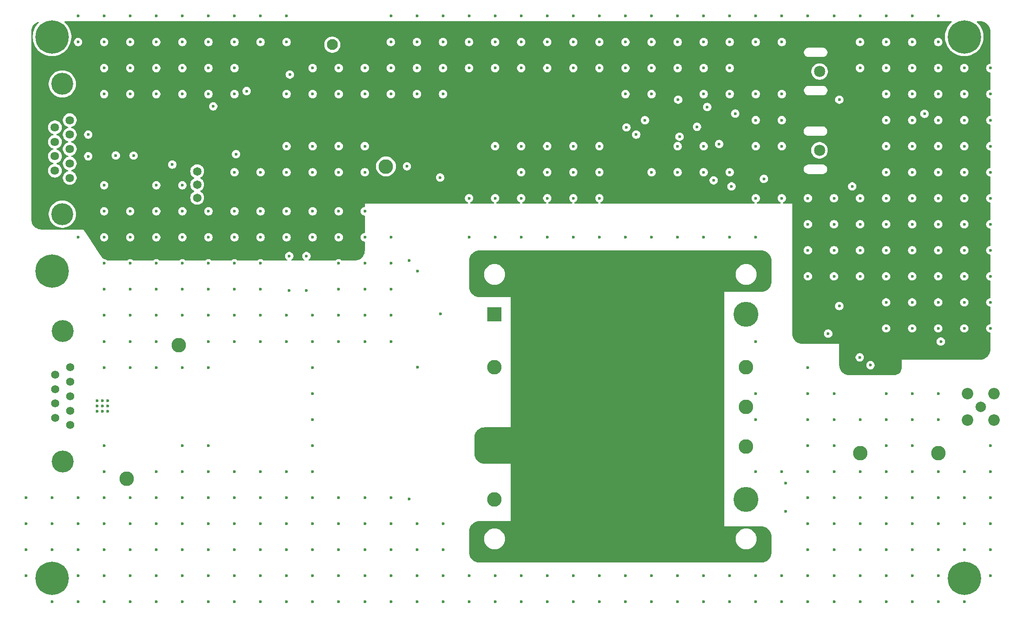
<source format=gbr>
%TF.GenerationSoftware,KiCad,Pcbnew,9.0.3*%
%TF.CreationDate,2025-09-16T13:25:34-04:00*%
%TF.ProjectId,CAEN_NEVIS_DAQ_3p3V,4341454e-5f4e-4455-9649-535f4441515f,rev?*%
%TF.SameCoordinates,Original*%
%TF.FileFunction,Copper,L3,Inr*%
%TF.FilePolarity,Positive*%
%FSLAX46Y46*%
G04 Gerber Fmt 4.6, Leading zero omitted, Abs format (unit mm)*
G04 Created by KiCad (PCBNEW 9.0.3) date 2025-09-16 13:25:34*
%MOMM*%
%LPD*%
G01*
G04 APERTURE LIST*
%TA.AperFunction,ComponentPad*%
%ADD10C,2.006600*%
%TD*%
%TA.AperFunction,ComponentPad*%
%ADD11C,2.209800*%
%TD*%
%TA.AperFunction,ComponentPad*%
%ADD12C,6.400000*%
%TD*%
%TA.AperFunction,ComponentPad*%
%ADD13C,2.100000*%
%TD*%
%TA.AperFunction,ComponentPad*%
%ADD14C,1.635000*%
%TD*%
%TA.AperFunction,ComponentPad*%
%ADD15C,4.216000*%
%TD*%
%TA.AperFunction,ComponentPad*%
%ADD16C,2.800000*%
%TD*%
%TA.AperFunction,ComponentPad*%
%ADD17C,1.650000*%
%TD*%
%TA.AperFunction,ComponentPad*%
%ADD18C,2.159000*%
%TD*%
%TA.AperFunction,ComponentPad*%
%ADD19C,1.560000*%
%TD*%
%TA.AperFunction,ComponentPad*%
%ADD20R,2.800000X2.800000*%
%TD*%
%TA.AperFunction,ComponentPad*%
%ADD21C,4.800000*%
%TD*%
%TA.AperFunction,ViaPad*%
%ADD22C,0.600000*%
%TD*%
%TA.AperFunction,ViaPad*%
%ADD23C,1.000000*%
%TD*%
G04 APERTURE END LIST*
D10*
%TO.N,/V_3p3_Supply*%
%TO.C,J3*%
X233167999Y-100035000D03*
D11*
%TO.N,/V_3p3_RTN*%
X235707999Y-97495000D03*
X230627999Y-97495000D03*
X230627999Y-102575000D03*
X235707999Y-102575000D03*
%TD*%
D12*
%TO.N,GNDPWR*%
%TO.C,H4*%
X230000000Y-133000000D03*
%TD*%
D13*
%TO.N,/V_TELEM*%
%TO.C,J1*%
X112570000Y-30510000D03*
%TO.N,/V_TELEM_RTN*%
X108760000Y-30510000D03*
%TO.N,/V_TELEM*%
X104950000Y-30510000D03*
%TD*%
D14*
%TO.N,/EN+*%
%TO.C,J4*%
X58400000Y-56090000D03*
%TO.N,/EN-*%
X58400000Y-53320000D03*
%TO.N,unconnected-(J4-Pad3)*%
X58400000Y-50550000D03*
%TO.N,/V_TELEM_RTN*%
X58400000Y-47780000D03*
%TO.N,/TEMP_Mon*%
X58400000Y-45010000D03*
%TO.N,/V_TELEM_RTN*%
X55560000Y-54705000D03*
%TO.N,/Volt_Mon*%
X55560000Y-51935000D03*
%TO.N,/V_TELEM_RTN*%
X55560000Y-49165000D03*
%TO.N,/Curr_Mon*%
X55560000Y-46395000D03*
D15*
%TO.N,GNDPWR*%
X56980000Y-38050000D03*
X56980000Y-63050000D03*
%TD*%
D12*
%TO.N,GNDPWR*%
%TO.C,H3*%
X230000000Y-29000000D03*
%TD*%
D16*
%TO.N,/V_3p3_RTN*%
%TO.C,3.3V_RTN1*%
X210000000Y-109000000D03*
%TD*%
D12*
%TO.N,GNDPWR*%
%TO.C,H1*%
X55000000Y-29000000D03*
%TD*%
%TO.N,GNDPWR*%
%TO.C,H2*%
X55000000Y-133000000D03*
%TD*%
D17*
%TO.N,Net-(U6-R)*%
%TO.C,J5*%
X82850000Y-59910000D03*
%TO.N,/EN_SIG*%
X82850000Y-57370000D03*
%TO.N,Net-(J5-Pad3)*%
X82850000Y-54830000D03*
%TD*%
D18*
%TO.N,Net-(P1-Pad1)*%
%TO.C,P1*%
X202250000Y-35660000D03*
%TD*%
D19*
%TO.N,/V_SEC_RTN*%
%TO.C,J2*%
X58480000Y-92490000D03*
X58480000Y-95260000D03*
%TO.N,unconnected-(J2-Pad3)*%
X58480000Y-98030000D03*
%TO.N,/V_SEC_RTN*%
X58480000Y-100800000D03*
X58480000Y-103570000D03*
%TO.N,/V_SEC_IN*%
X55640000Y-93875000D03*
X55640000Y-96645000D03*
X55640000Y-99415000D03*
X55640000Y-102185000D03*
D15*
%TO.N,GNDPWR*%
X57060000Y-85530000D03*
X57060000Y-110530000D03*
%TD*%
D16*
%TO.N,/V_TELEM*%
%TO.C,TELEM_PWR1*%
X139140000Y-53870000D03*
%TD*%
D18*
%TO.N,Net-(M3-Pad3)*%
%TO.C,P2*%
X202210000Y-50790000D03*
%TD*%
D16*
%TO.N,/V_3p3_Supply*%
%TO.C,3.3V1*%
X225000000Y-109000000D03*
%TD*%
%TO.N,/V_SEC_RTN*%
%TO.C,Secondary_RTN1*%
X79340000Y-88210000D03*
%TD*%
%TO.N,/V_SEC_IN*%
%TO.C,Secondary_PWR1*%
X69340000Y-113850000D03*
%TD*%
%TO.N,/V_TELEM_RTN*%
%TO.C,TELEM_RTN1*%
X119060000Y-53890000D03*
%TD*%
D20*
%TO.N,/Main_Converter/p12V*%
%TO.C,U1*%
X139890000Y-82255000D03*
D16*
%TO.N,Net-(U1-ON{slash}OFF)*%
X139890000Y-92415000D03*
%TO.N,GNDPWR*%
X139890000Y-107655000D03*
%TO.N,/Main_Converter/p12V_rtn*%
X139890000Y-117815000D03*
D21*
%TO.N,/V_3p3_RTN*%
X188140000Y-117815000D03*
D16*
X188140000Y-107655000D03*
%TO.N,unconnected-(U1-TRIM-Pad7)*%
X188140000Y-100035000D03*
%TO.N,/V_3p3_*%
X188140000Y-92415000D03*
D21*
X188140000Y-82255000D03*
%TD*%
D12*
%TO.N,GNDPWR*%
%TO.C,H5*%
X55000000Y-74000000D03*
%TD*%
D22*
%TO.N,/V_3p3_RTN*%
X195740000Y-114710000D03*
%TO.N,/V_SEC_RTN*%
X140000000Y-67500000D03*
X180000000Y-132500000D03*
X125000000Y-137500000D03*
X90000000Y-132500000D03*
X63640000Y-98915000D03*
X105000000Y-117500000D03*
X210000000Y-137500000D03*
X225000000Y-127500000D03*
X150000000Y-137500000D03*
X235000000Y-132500000D03*
X120000000Y-67500000D03*
X145000000Y-132500000D03*
X64640000Y-99915000D03*
X60000000Y-122500000D03*
X225000000Y-132500000D03*
X65000000Y-112500000D03*
X215000000Y-97500000D03*
X130000000Y-132500000D03*
X185000000Y-67500000D03*
X205000000Y-122500000D03*
X205000000Y-107500000D03*
X165000000Y-67500000D03*
X70000000Y-87500000D03*
X105000000Y-102500000D03*
X100000000Y-122500000D03*
X215000000Y-107500000D03*
X235000000Y-107500000D03*
X200000000Y-112500000D03*
X75000000Y-92500000D03*
X65640000Y-99915000D03*
X205000000Y-127500000D03*
X150000000Y-67500000D03*
X95000000Y-112500000D03*
X105000000Y-97500000D03*
X50000000Y-132500000D03*
X115000000Y-77500000D03*
X215000000Y-102500000D03*
X145000000Y-67500000D03*
X200000000Y-122500000D03*
X175000000Y-137500000D03*
X235000000Y-122500000D03*
X110000000Y-82500000D03*
X65000000Y-137500000D03*
X75000000Y-127500000D03*
X65000000Y-87500000D03*
X80000000Y-112500000D03*
X65000000Y-117500000D03*
X110000000Y-87500000D03*
X85000000Y-107500000D03*
X200000000Y-92500000D03*
X90000000Y-122500000D03*
X205000000Y-97500000D03*
X230000000Y-127500000D03*
X75000000Y-117500000D03*
X70000000Y-117500000D03*
X55000000Y-137500000D03*
X105000000Y-122500000D03*
X225000000Y-102500000D03*
X64640000Y-98915000D03*
X95000000Y-87500000D03*
X80000000Y-82500000D03*
X220000000Y-97500000D03*
X70000000Y-77500000D03*
X155000000Y-132500000D03*
X170000000Y-137500000D03*
X135000000Y-67500000D03*
X215000000Y-127500000D03*
X75000000Y-122500000D03*
X70000000Y-82500000D03*
X215000000Y-117500000D03*
X130000000Y-122500000D03*
X110000000Y-127500000D03*
X50000000Y-122500000D03*
X120000000Y-77500000D03*
X115000000Y-117500000D03*
X215000000Y-137500000D03*
X105000000Y-82500000D03*
X220000000Y-102500000D03*
X125000000Y-127500000D03*
X190000000Y-97500000D03*
X225000000Y-117500000D03*
X120000000Y-137500000D03*
X155000000Y-137500000D03*
X80000000Y-137500000D03*
X65000000Y-132500000D03*
X140000000Y-137500000D03*
X60000000Y-117500000D03*
X185000000Y-132500000D03*
X55000000Y-122500000D03*
X100000000Y-87500000D03*
X90000000Y-112500000D03*
X115000000Y-127500000D03*
X85000000Y-122500000D03*
X115000000Y-87500000D03*
X210000000Y-127500000D03*
X200000000Y-137500000D03*
X85000000Y-132500000D03*
X60000000Y-132500000D03*
X175000000Y-67500000D03*
X55000000Y-127500000D03*
X220000000Y-107500000D03*
X170000000Y-67500000D03*
X75000000Y-87500000D03*
X105000000Y-132500000D03*
X130000000Y-127500000D03*
X215000000Y-122500000D03*
X75000000Y-112500000D03*
X90000000Y-117500000D03*
X195000000Y-112500000D03*
X215000000Y-132500000D03*
X115000000Y-137500000D03*
X85000000Y-92500000D03*
X85000000Y-112500000D03*
X140000000Y-132500000D03*
X70000000Y-127500000D03*
X120000000Y-122500000D03*
X70000000Y-137500000D03*
X95000000Y-137500000D03*
X110000000Y-122500000D03*
X205000000Y-132500000D03*
X150000000Y-132500000D03*
X65640000Y-100915000D03*
X100000000Y-82500000D03*
X130000000Y-137500000D03*
X50000000Y-117500000D03*
X90000000Y-82500000D03*
X205000000Y-112500000D03*
X110000000Y-132500000D03*
X200000000Y-117500000D03*
X190000000Y-132500000D03*
X235000000Y-127500000D03*
X205000000Y-117500000D03*
X200000000Y-102500000D03*
X65000000Y-122500000D03*
X110000000Y-77500000D03*
X80000000Y-77500000D03*
X125000000Y-132500000D03*
X85000000Y-87500000D03*
X85000000Y-117500000D03*
X80000000Y-92500000D03*
X80000000Y-122500000D03*
X220000000Y-137500000D03*
X115000000Y-82500000D03*
X220000000Y-132500000D03*
X195000000Y-137500000D03*
X225000000Y-112500000D03*
X235000000Y-117500000D03*
X160000000Y-67500000D03*
X105000000Y-127500000D03*
X80000000Y-117500000D03*
X225000000Y-137500000D03*
X75000000Y-82500000D03*
X135000000Y-132500000D03*
X100510000Y-77730000D03*
X85000000Y-127500000D03*
X105000000Y-92500000D03*
X70000000Y-122500000D03*
X95000000Y-132500000D03*
X85000000Y-82500000D03*
X63640000Y-100915000D03*
X75000000Y-132500000D03*
X80000000Y-132500000D03*
X190000000Y-137500000D03*
X120000000Y-132500000D03*
X155000000Y-67500000D03*
X200000000Y-127500000D03*
X120000000Y-87500000D03*
X75000000Y-77500000D03*
X90000000Y-77500000D03*
X100000000Y-117500000D03*
X95000000Y-77500000D03*
X85000000Y-77500000D03*
X100000000Y-137500000D03*
X103820000Y-77760000D03*
X90000000Y-137500000D03*
X230000000Y-112500000D03*
X65000000Y-107500000D03*
X95000000Y-82500000D03*
X210000000Y-132500000D03*
X200000000Y-132500000D03*
X125000000Y-122500000D03*
X110000000Y-137500000D03*
X175000000Y-132500000D03*
X95000000Y-127500000D03*
X210000000Y-112500000D03*
X65000000Y-92500000D03*
X90000000Y-127500000D03*
X190000000Y-102500000D03*
X220000000Y-127500000D03*
X180000000Y-137500000D03*
X50000000Y-127500000D03*
X70000000Y-132500000D03*
X190000000Y-112500000D03*
X120000000Y-72500000D03*
X145000000Y-137500000D03*
X225000000Y-122500000D03*
X190000000Y-87500000D03*
X65000000Y-127500000D03*
X230000000Y-122500000D03*
X95000000Y-122500000D03*
X120000000Y-117500000D03*
X110000000Y-117500000D03*
X210000000Y-102500000D03*
X220000000Y-112500000D03*
X190000000Y-67500000D03*
X120000000Y-82500000D03*
X105000000Y-87500000D03*
X64640000Y-100915000D03*
X220000000Y-122500000D03*
X220000000Y-117500000D03*
X120000000Y-127500000D03*
X80000000Y-107500000D03*
X185000000Y-137500000D03*
X105000000Y-107500000D03*
X205000000Y-102500000D03*
X170000000Y-132500000D03*
X235000000Y-112500000D03*
X55000000Y-117500000D03*
X215000000Y-112500000D03*
X70000000Y-92500000D03*
X205000000Y-137500000D03*
X115000000Y-132500000D03*
X165000000Y-137500000D03*
X63640000Y-99915000D03*
X180000000Y-67500000D03*
X65000000Y-77500000D03*
X160000000Y-137500000D03*
X230000000Y-117500000D03*
X100000000Y-127500000D03*
X115000000Y-122500000D03*
X105000000Y-112500000D03*
X75000000Y-137500000D03*
X65640000Y-98915000D03*
X200000000Y-107500000D03*
X225000000Y-97500000D03*
X95000000Y-117500000D03*
X100000000Y-132500000D03*
X165000000Y-132500000D03*
X230000000Y-137500000D03*
X160000000Y-132500000D03*
X60000000Y-137500000D03*
X210000000Y-122500000D03*
X65000000Y-82500000D03*
X60000000Y-127500000D03*
X100000000Y-112500000D03*
X135000000Y-137500000D03*
X90000000Y-87500000D03*
X105000000Y-137500000D03*
X210000000Y-117500000D03*
X200000000Y-97500000D03*
X85000000Y-137500000D03*
X195000000Y-132500000D03*
X80000000Y-127500000D03*
D23*
%TO.N,GNDPWR*%
X155600000Y-105000000D03*
X155600000Y-90000000D03*
X175600000Y-115000000D03*
X165600000Y-100000000D03*
X165600000Y-125000000D03*
X160600000Y-90000000D03*
X155600000Y-85000000D03*
X155600000Y-95000000D03*
X155600000Y-100000000D03*
X145600000Y-110000000D03*
X165600000Y-110000000D03*
X145600000Y-125000000D03*
X155600000Y-120000000D03*
X145600000Y-85000000D03*
X165600000Y-95000000D03*
X150600000Y-95000000D03*
X170600000Y-105000000D03*
X150600000Y-125000000D03*
X145600000Y-75000000D03*
X160600000Y-80000000D03*
X175600000Y-125000000D03*
X180600000Y-85000000D03*
X165600000Y-120000000D03*
X160600000Y-110000000D03*
X170600000Y-95000000D03*
X155600000Y-110000000D03*
X165600000Y-90000000D03*
X160600000Y-125000000D03*
X165600000Y-105000000D03*
X180600000Y-80000000D03*
X165600000Y-85000000D03*
X150600000Y-120000000D03*
X150600000Y-105000000D03*
X160600000Y-85000000D03*
X155600000Y-115000000D03*
D22*
X195740000Y-120100000D03*
D23*
X145600000Y-80000000D03*
X170600000Y-115000000D03*
X170600000Y-120000000D03*
X160600000Y-120000000D03*
X145600000Y-100000000D03*
X155600000Y-125000000D03*
X165600000Y-115000000D03*
X175600000Y-85000000D03*
X145600000Y-105000000D03*
X160600000Y-115000000D03*
X145600000Y-90000000D03*
X180600000Y-95000000D03*
X175600000Y-120000000D03*
X180600000Y-105000000D03*
X180600000Y-120000000D03*
X180600000Y-125000000D03*
X150600000Y-85000000D03*
X150600000Y-90000000D03*
X180600000Y-100000000D03*
X170600000Y-100000000D03*
X175600000Y-80000000D03*
X175600000Y-105000000D03*
X145600000Y-120000000D03*
X170600000Y-85000000D03*
X150600000Y-115000000D03*
X170600000Y-110000000D03*
X165600000Y-75000000D03*
X175600000Y-75000000D03*
X175600000Y-90000000D03*
X175600000Y-100000000D03*
X175600000Y-95000000D03*
X180600000Y-90000000D03*
X180600000Y-115000000D03*
X165600000Y-80000000D03*
X170600000Y-80000000D03*
X175600000Y-110000000D03*
X150600000Y-75000000D03*
X170600000Y-75000000D03*
X155600000Y-75000000D03*
X160600000Y-105000000D03*
X180600000Y-75000000D03*
X150600000Y-80000000D03*
X145600000Y-115000000D03*
X160600000Y-100000000D03*
X170600000Y-90000000D03*
X145600000Y-95000000D03*
X155600000Y-80000000D03*
X180600000Y-110000000D03*
X160600000Y-95000000D03*
X160600000Y-75000000D03*
X170600000Y-125000000D03*
X150600000Y-100000000D03*
X150600000Y-110000000D03*
D22*
%TO.N,/Telemetry_CKT/V_3p3*%
X178720000Y-46280000D03*
X78060000Y-53520000D03*
X209942500Y-90557500D03*
X92320000Y-39413750D03*
X70660000Y-51810000D03*
%TO.N,/V_TELEM_RTN*%
X90000000Y-30000000D03*
X65000000Y-62500000D03*
X115000000Y-50000000D03*
X225000000Y-30000000D03*
X230000000Y-35000000D03*
X190000000Y-40000000D03*
X225490000Y-87530000D03*
X75000000Y-25000000D03*
X195000000Y-50000000D03*
X160000000Y-50000000D03*
X80000000Y-35000000D03*
X90000000Y-67500000D03*
X135000000Y-35000000D03*
X70000000Y-35000000D03*
X225000000Y-40000000D03*
X170000000Y-35000000D03*
X135000000Y-25000000D03*
X210000000Y-70000000D03*
X195000000Y-40000000D03*
X70000000Y-30000000D03*
X80000000Y-62500000D03*
X200000000Y-25000000D03*
X129445000Y-56015000D03*
X110000000Y-72500000D03*
X100000000Y-30000000D03*
X220000000Y-55000000D03*
X185000000Y-40000000D03*
X80000000Y-72500000D03*
X100000000Y-25000000D03*
X230000000Y-45000000D03*
X150000000Y-30000000D03*
X190000000Y-60000000D03*
X235000000Y-45000000D03*
X180680000Y-42480000D03*
X210000000Y-25000000D03*
X215000000Y-35000000D03*
X220000000Y-65000000D03*
X220000000Y-40000000D03*
X180000000Y-30000000D03*
X150000000Y-25000000D03*
X65000000Y-35000000D03*
X230000000Y-65000000D03*
X215000000Y-45000000D03*
X85925000Y-42348750D03*
X120000000Y-40000000D03*
X195000000Y-60000000D03*
X95000000Y-55000000D03*
X205000000Y-70000000D03*
X100000000Y-67500000D03*
X220000000Y-60000000D03*
X120000000Y-35000000D03*
X215000000Y-80000000D03*
X103800000Y-71110000D03*
X155000000Y-30000000D03*
X170000000Y-40000000D03*
X85000000Y-25000000D03*
X75000000Y-67500000D03*
X203895000Y-86000000D03*
X65000000Y-30000000D03*
X160000000Y-35000000D03*
X75000000Y-57500000D03*
X230000000Y-55000000D03*
X145000000Y-35000000D03*
X215000000Y-40000000D03*
X220000000Y-80000000D03*
X100000000Y-40000000D03*
X210000000Y-60000000D03*
X215000000Y-30000000D03*
X150000000Y-50000000D03*
X225000000Y-60000000D03*
X130000000Y-40000000D03*
X235000000Y-75000000D03*
X215000000Y-70000000D03*
X65000000Y-57500000D03*
X190000000Y-30000000D03*
X215000000Y-75000000D03*
X220000000Y-30000000D03*
X70000000Y-62500000D03*
X85000000Y-35000000D03*
X110000000Y-40000000D03*
X235000000Y-65000000D03*
X80000000Y-40000000D03*
X180000000Y-40000000D03*
X220000000Y-45000000D03*
X110000000Y-67500000D03*
X215000000Y-55000000D03*
X210000000Y-75000000D03*
X115000000Y-40000000D03*
X90000000Y-25000000D03*
X175000000Y-30000000D03*
X220000000Y-25000000D03*
X140000000Y-60000000D03*
X235000000Y-80000000D03*
X155000000Y-55000000D03*
X175000000Y-50000000D03*
X90000000Y-72500000D03*
X125000000Y-40000000D03*
X230000000Y-50000000D03*
X105000000Y-67500000D03*
X75000000Y-35000000D03*
X140000000Y-50000000D03*
X150000000Y-35000000D03*
X211992500Y-92067500D03*
X165000000Y-30000000D03*
X125000000Y-25000000D03*
X90000000Y-62500000D03*
X60000000Y-67500000D03*
X105000000Y-35000000D03*
X130000000Y-30000000D03*
X191550000Y-56280000D03*
X150000000Y-55000000D03*
X220000000Y-35000000D03*
X225000000Y-75000000D03*
X160000000Y-30000000D03*
X130000000Y-25000000D03*
X140000000Y-25000000D03*
X95000000Y-67500000D03*
X80000000Y-57500000D03*
X190000000Y-45000000D03*
X140000000Y-35000000D03*
X225000000Y-50000000D03*
X235000000Y-35000000D03*
X220000000Y-50000000D03*
X115000000Y-67500000D03*
X235000000Y-70000000D03*
X175000000Y-35000000D03*
X125000000Y-35000000D03*
X85000000Y-62500000D03*
X230000000Y-40000000D03*
X155000000Y-60000000D03*
X235000000Y-40000000D03*
X145000000Y-50000000D03*
X165000000Y-25000000D03*
X75000000Y-62500000D03*
X230000000Y-60000000D03*
X100510000Y-71110000D03*
X175370000Y-48180000D03*
X195000000Y-30000000D03*
X225000000Y-25000000D03*
X200000000Y-75000000D03*
X220000000Y-75000000D03*
X140000000Y-30000000D03*
X70000000Y-40000000D03*
X225000000Y-45000000D03*
X115000000Y-62500000D03*
X230000000Y-70000000D03*
X85000000Y-40000000D03*
X160000000Y-55000000D03*
X70000000Y-67500000D03*
X210000000Y-35000000D03*
X182970000Y-49590000D03*
X160000000Y-25000000D03*
X181920000Y-56560000D03*
X200000000Y-70000000D03*
X100000000Y-62500000D03*
X170000000Y-25000000D03*
X215000000Y-50000000D03*
X145000000Y-25000000D03*
X135000000Y-60000000D03*
X100000000Y-50000000D03*
X65000000Y-67500000D03*
X195000000Y-25000000D03*
X155000000Y-25000000D03*
X80000000Y-25000000D03*
X235000000Y-60000000D03*
X190000000Y-25000000D03*
X210000000Y-65000000D03*
X90000000Y-35000000D03*
X235000000Y-55000000D03*
X215000000Y-65000000D03*
X180000000Y-35000000D03*
X100620000Y-36243750D03*
X225000000Y-85000000D03*
X180000000Y-50000000D03*
X125000000Y-30000000D03*
X215000000Y-85000000D03*
X65000000Y-72500000D03*
X75000000Y-30000000D03*
X200000000Y-65000000D03*
X110000000Y-55000000D03*
X155000000Y-35000000D03*
X80000000Y-67500000D03*
X90000000Y-40000000D03*
X170000000Y-30000000D03*
X105000000Y-62500000D03*
X215000000Y-60000000D03*
X70000000Y-72500000D03*
X165000000Y-35000000D03*
X205000000Y-25000000D03*
X90290000Y-51528750D03*
X100000000Y-55000000D03*
X205000000Y-60000000D03*
X145000000Y-60000000D03*
X95000000Y-62500000D03*
X85000000Y-67500000D03*
X135000000Y-30000000D03*
X95000000Y-30000000D03*
X235000000Y-50000000D03*
X90000000Y-55000000D03*
X185000000Y-25000000D03*
X115000000Y-55000000D03*
X230000000Y-80000000D03*
X195000000Y-45000000D03*
X65000000Y-25000000D03*
X105000000Y-40000000D03*
X95000000Y-72500000D03*
X75000000Y-40000000D03*
X215000000Y-25000000D03*
X60000000Y-25000000D03*
X185000000Y-30000000D03*
X95000000Y-25000000D03*
X225000000Y-55000000D03*
X200000000Y-60000000D03*
X170000000Y-55000000D03*
X80000000Y-30000000D03*
X225000000Y-65000000D03*
X105000000Y-55000000D03*
X205000000Y-75000000D03*
X145000000Y-55000000D03*
X130000000Y-35000000D03*
X205000000Y-65000000D03*
X120000000Y-30000000D03*
X67240000Y-51790000D03*
X185000000Y-55000000D03*
X115000000Y-35000000D03*
X225000000Y-35000000D03*
X230000000Y-85000000D03*
X110000000Y-62500000D03*
X110000000Y-35000000D03*
X160000000Y-60000000D03*
X65000000Y-40000000D03*
X75000000Y-72500000D03*
X110000000Y-50000000D03*
X190000000Y-50000000D03*
X85000000Y-72500000D03*
X85000000Y-30000000D03*
X220000000Y-85000000D03*
X180000000Y-25000000D03*
X123085000Y-53875000D03*
X120000000Y-25000000D03*
X225000000Y-70000000D03*
X185000000Y-35000000D03*
X150000000Y-60000000D03*
X225000000Y-80000000D03*
X210000000Y-30000000D03*
X165000000Y-40000000D03*
X220000000Y-70000000D03*
X70000000Y-25000000D03*
X180000000Y-55000000D03*
X175000000Y-55000000D03*
X175000000Y-25000000D03*
X115000000Y-72500000D03*
X105000000Y-50000000D03*
X230000000Y-75000000D03*
X155000000Y-50000000D03*
X145000000Y-30000000D03*
X235000000Y-85000000D03*
X60000000Y-30000000D03*
%TO.N,/V_TELEM*%
X132995000Y-57515000D03*
X203895000Y-80705000D03*
X190660000Y-35650000D03*
X94625000Y-49768750D03*
X134635000Y-50235000D03*
%TO.N,/Volt_Mon*%
X167060000Y-47780000D03*
X61950000Y-51940000D03*
X61950000Y-47780000D03*
%TO.N,/TEMP_Mon*%
X168740000Y-45010000D03*
%TO.N,/Curr_Mon*%
X165180000Y-46395000D03*
%TO.N,Net-(U1-ON{slash}OFF)*%
X125115000Y-73965000D03*
X125115000Y-92445000D03*
%TO.N,/Main_Converter/p12V*%
X129510000Y-82250000D03*
%TO.N,Net-(U3-OUT)*%
X208500000Y-57730000D03*
X185330000Y-57730000D03*
%TO.N,Net-(U4A-+INA)*%
X186060000Y-43740000D03*
X222360000Y-43780000D03*
%TO.N,/Telemetry_CKT/TEMP*%
X206016577Y-80710531D03*
X206020000Y-41070000D03*
X175110000Y-41070000D03*
%TO.N,/Main_Converter/p12V_rtn*%
X123515000Y-117775000D03*
X123515000Y-71945000D03*
%TD*%
%TA.AperFunction,Conductor*%
%TO.N,GNDPWR*%
G36*
X191004418Y-70000316D02*
G01*
X191275790Y-70019724D01*
X191293291Y-70022241D01*
X191554803Y-70079129D01*
X191571762Y-70084108D01*
X191822524Y-70177638D01*
X191838616Y-70184987D01*
X192073501Y-70313244D01*
X192088375Y-70322802D01*
X192302624Y-70483188D01*
X192315994Y-70494774D01*
X192505225Y-70684005D01*
X192516811Y-70697375D01*
X192677193Y-70911619D01*
X192686758Y-70926503D01*
X192815011Y-71161382D01*
X192822361Y-71177475D01*
X192915888Y-71428229D01*
X192920872Y-71445205D01*
X192977757Y-71706702D01*
X192980275Y-71724214D01*
X192999684Y-71995581D01*
X193000000Y-72004427D01*
X193000000Y-75995572D01*
X192999684Y-76004418D01*
X192980275Y-76275785D01*
X192977757Y-76293297D01*
X192920872Y-76554794D01*
X192915888Y-76571770D01*
X192822361Y-76822524D01*
X192815011Y-76838617D01*
X192686758Y-77073496D01*
X192677193Y-77088380D01*
X192516811Y-77302624D01*
X192505225Y-77315994D01*
X192315994Y-77505225D01*
X192302624Y-77516811D01*
X192088380Y-77677193D01*
X192073496Y-77686758D01*
X191838617Y-77815011D01*
X191822524Y-77822361D01*
X191571770Y-77915888D01*
X191554794Y-77920872D01*
X191293297Y-77977757D01*
X191275785Y-77980275D01*
X191004418Y-77999684D01*
X190995572Y-78000000D01*
X184000000Y-78000000D01*
X184000000Y-123000000D01*
X190995572Y-123000000D01*
X191004418Y-123000316D01*
X191275790Y-123019724D01*
X191293291Y-123022241D01*
X191554803Y-123079129D01*
X191571762Y-123084108D01*
X191822087Y-123177475D01*
X191822524Y-123177638D01*
X191838616Y-123184987D01*
X192073501Y-123313244D01*
X192088375Y-123322802D01*
X192240303Y-123436535D01*
X192302624Y-123483188D01*
X192315994Y-123494774D01*
X192505225Y-123684005D01*
X192516811Y-123697375D01*
X192677193Y-123911619D01*
X192686758Y-123926503D01*
X192815011Y-124161382D01*
X192822361Y-124177475D01*
X192915888Y-124428229D01*
X192920872Y-124445205D01*
X192977757Y-124706702D01*
X192980275Y-124724214D01*
X192999684Y-124995581D01*
X193000000Y-125004427D01*
X193000000Y-127995572D01*
X192999684Y-128004418D01*
X192980275Y-128275785D01*
X192977757Y-128293297D01*
X192920872Y-128554794D01*
X192915888Y-128571770D01*
X192822361Y-128822524D01*
X192815011Y-128838617D01*
X192686758Y-129073496D01*
X192677193Y-129088380D01*
X192516811Y-129302624D01*
X192505225Y-129315994D01*
X192315994Y-129505225D01*
X192302624Y-129516811D01*
X192088380Y-129677193D01*
X192073496Y-129686758D01*
X191838617Y-129815011D01*
X191822524Y-129822361D01*
X191571770Y-129915888D01*
X191554794Y-129920872D01*
X191293297Y-129977757D01*
X191275785Y-129980275D01*
X191004418Y-129999684D01*
X190995572Y-130000000D01*
X137004428Y-130000000D01*
X136995582Y-129999684D01*
X136724214Y-129980275D01*
X136706702Y-129977757D01*
X136445205Y-129920872D01*
X136428229Y-129915888D01*
X136177475Y-129822361D01*
X136161382Y-129815011D01*
X135926503Y-129686758D01*
X135911619Y-129677193D01*
X135697375Y-129516811D01*
X135684005Y-129505225D01*
X135494774Y-129315994D01*
X135483188Y-129302624D01*
X135322802Y-129088375D01*
X135313244Y-129073501D01*
X135184987Y-128838616D01*
X135177638Y-128822524D01*
X135084108Y-128571762D01*
X135079129Y-128554803D01*
X135022241Y-128293291D01*
X135019724Y-128275785D01*
X135000316Y-128004418D01*
X135000000Y-127995572D01*
X135000000Y-125303872D01*
X137889500Y-125303872D01*
X137889500Y-125566127D01*
X137916123Y-125768339D01*
X137923730Y-125826116D01*
X137991602Y-126079418D01*
X137991605Y-126079428D01*
X138091953Y-126321690D01*
X138091958Y-126321700D01*
X138223075Y-126548803D01*
X138382718Y-126756851D01*
X138382726Y-126756860D01*
X138568140Y-126942274D01*
X138568148Y-126942281D01*
X138776196Y-127101924D01*
X139003299Y-127233041D01*
X139003309Y-127233046D01*
X139245571Y-127333394D01*
X139245581Y-127333398D01*
X139498884Y-127401270D01*
X139758880Y-127435500D01*
X139758887Y-127435500D01*
X140021113Y-127435500D01*
X140021120Y-127435500D01*
X140281116Y-127401270D01*
X140534419Y-127333398D01*
X140776697Y-127233043D01*
X141003803Y-127101924D01*
X141211851Y-126942282D01*
X141211855Y-126942277D01*
X141211860Y-126942274D01*
X141397274Y-126756860D01*
X141397277Y-126756855D01*
X141397282Y-126756851D01*
X141556924Y-126548803D01*
X141688043Y-126321697D01*
X141788398Y-126079419D01*
X141856270Y-125826116D01*
X141890500Y-125566120D01*
X141890500Y-125303880D01*
X141890499Y-125303872D01*
X186139500Y-125303872D01*
X186139500Y-125566127D01*
X186166123Y-125768339D01*
X186173730Y-125826116D01*
X186241602Y-126079418D01*
X186241605Y-126079428D01*
X186341953Y-126321690D01*
X186341958Y-126321700D01*
X186473075Y-126548803D01*
X186632718Y-126756851D01*
X186632726Y-126756860D01*
X186818140Y-126942274D01*
X186818148Y-126942281D01*
X187026196Y-127101924D01*
X187253299Y-127233041D01*
X187253309Y-127233046D01*
X187495571Y-127333394D01*
X187495581Y-127333398D01*
X187748884Y-127401270D01*
X188008880Y-127435500D01*
X188008887Y-127435500D01*
X188271113Y-127435500D01*
X188271120Y-127435500D01*
X188531116Y-127401270D01*
X188784419Y-127333398D01*
X189026697Y-127233043D01*
X189253803Y-127101924D01*
X189461851Y-126942282D01*
X189461855Y-126942277D01*
X189461860Y-126942274D01*
X189647274Y-126756860D01*
X189647277Y-126756855D01*
X189647282Y-126756851D01*
X189806924Y-126548803D01*
X189938043Y-126321697D01*
X190038398Y-126079419D01*
X190106270Y-125826116D01*
X190140500Y-125566120D01*
X190140500Y-125303880D01*
X190106270Y-125043884D01*
X190038398Y-124790581D01*
X190003654Y-124706702D01*
X189938046Y-124548309D01*
X189938041Y-124548299D01*
X189806924Y-124321196D01*
X189647281Y-124113148D01*
X189647274Y-124113140D01*
X189461860Y-123927726D01*
X189461851Y-123927718D01*
X189253803Y-123768075D01*
X189026700Y-123636958D01*
X189026690Y-123636953D01*
X188784428Y-123536605D01*
X188784421Y-123536603D01*
X188784419Y-123536602D01*
X188531116Y-123468730D01*
X188473339Y-123461123D01*
X188271127Y-123434500D01*
X188271120Y-123434500D01*
X188008880Y-123434500D01*
X188008872Y-123434500D01*
X187777772Y-123464926D01*
X187748884Y-123468730D01*
X187495581Y-123536602D01*
X187495571Y-123536605D01*
X187253309Y-123636953D01*
X187253299Y-123636958D01*
X187026196Y-123768075D01*
X186818148Y-123927718D01*
X186632718Y-124113148D01*
X186473075Y-124321196D01*
X186341958Y-124548299D01*
X186341953Y-124548309D01*
X186241605Y-124790571D01*
X186241602Y-124790581D01*
X186184303Y-125004427D01*
X186173730Y-125043885D01*
X186139500Y-125303872D01*
X141890499Y-125303872D01*
X141856270Y-125043884D01*
X141788398Y-124790581D01*
X141753654Y-124706702D01*
X141688046Y-124548309D01*
X141688041Y-124548299D01*
X141556924Y-124321196D01*
X141397281Y-124113148D01*
X141397274Y-124113140D01*
X141211860Y-123927726D01*
X141211851Y-123927718D01*
X141003803Y-123768075D01*
X140776700Y-123636958D01*
X140776690Y-123636953D01*
X140534428Y-123536605D01*
X140534421Y-123536603D01*
X140534419Y-123536602D01*
X140281116Y-123468730D01*
X140223339Y-123461123D01*
X140021127Y-123434500D01*
X140021120Y-123434500D01*
X139758880Y-123434500D01*
X139758872Y-123434500D01*
X139527772Y-123464926D01*
X139498884Y-123468730D01*
X139245581Y-123536602D01*
X139245571Y-123536605D01*
X139003309Y-123636953D01*
X139003299Y-123636958D01*
X138776196Y-123768075D01*
X138568148Y-123927718D01*
X138382718Y-124113148D01*
X138223075Y-124321196D01*
X138091958Y-124548299D01*
X138091953Y-124548309D01*
X137991605Y-124790571D01*
X137991602Y-124790581D01*
X137934303Y-125004427D01*
X137923730Y-125043885D01*
X137889500Y-125303872D01*
X135000000Y-125303872D01*
X135000000Y-124004427D01*
X135000316Y-123995581D01*
X135005170Y-123927718D01*
X135019724Y-123724207D01*
X135022240Y-123706710D01*
X135079130Y-123445192D01*
X135084107Y-123428241D01*
X135177640Y-123177470D01*
X135184985Y-123161388D01*
X135313248Y-122926491D01*
X135322798Y-122911630D01*
X135483195Y-122697366D01*
X135494767Y-122684012D01*
X135684012Y-122494767D01*
X135697366Y-122483195D01*
X135911630Y-122322798D01*
X135926491Y-122313248D01*
X136161388Y-122184985D01*
X136177470Y-122177640D01*
X136428241Y-122084107D01*
X136445192Y-122079130D01*
X136706710Y-122022240D01*
X136724207Y-122019724D01*
X136995582Y-122000316D01*
X137004428Y-122000000D01*
X143000000Y-122000000D01*
X143000000Y-111000000D01*
X141000000Y-111000000D01*
X138004428Y-111000000D01*
X137995582Y-110999684D01*
X137724214Y-110980275D01*
X137706702Y-110977757D01*
X137445205Y-110920872D01*
X137428229Y-110915888D01*
X137177475Y-110822361D01*
X137161382Y-110815011D01*
X136926503Y-110686758D01*
X136911619Y-110677193D01*
X136697375Y-110516811D01*
X136684005Y-110505225D01*
X136494774Y-110315994D01*
X136483188Y-110302624D01*
X136322802Y-110088375D01*
X136313244Y-110073501D01*
X136184987Y-109838616D01*
X136177638Y-109822524D01*
X136084108Y-109571762D01*
X136079129Y-109554803D01*
X136022241Y-109293291D01*
X136019724Y-109275785D01*
X136000316Y-109004418D01*
X136000000Y-108995572D01*
X136000000Y-106004427D01*
X136000316Y-105995581D01*
X136019724Y-105724214D01*
X136022240Y-105706710D01*
X136079130Y-105445192D01*
X136084107Y-105428241D01*
X136177640Y-105177470D01*
X136184985Y-105161388D01*
X136313248Y-104926491D01*
X136322798Y-104911630D01*
X136483195Y-104697366D01*
X136494767Y-104684012D01*
X136684012Y-104494767D01*
X136697366Y-104483195D01*
X136911630Y-104322798D01*
X136926491Y-104313248D01*
X137161388Y-104184985D01*
X137177470Y-104177640D01*
X137428241Y-104084107D01*
X137445192Y-104079130D01*
X137706710Y-104022240D01*
X137724207Y-104019724D01*
X137995582Y-104000316D01*
X138004428Y-104000000D01*
X143000000Y-104000000D01*
X143000000Y-79000000D01*
X141000000Y-79000000D01*
X137004428Y-79000000D01*
X136995582Y-78999684D01*
X136724214Y-78980275D01*
X136706702Y-78977757D01*
X136445205Y-78920872D01*
X136428229Y-78915888D01*
X136177475Y-78822361D01*
X136161382Y-78815011D01*
X135926503Y-78686758D01*
X135911619Y-78677193D01*
X135697375Y-78516811D01*
X135684005Y-78505225D01*
X135494774Y-78315994D01*
X135483188Y-78302624D01*
X135322802Y-78088375D01*
X135313244Y-78073501D01*
X135184987Y-77838616D01*
X135177638Y-77822524D01*
X135123432Y-77677193D01*
X135084108Y-77571762D01*
X135079129Y-77554803D01*
X135022241Y-77293291D01*
X135019724Y-77275785D01*
X135005256Y-77073496D01*
X135000316Y-77004418D01*
X135000000Y-76995572D01*
X135000000Y-74503872D01*
X137889500Y-74503872D01*
X137889500Y-74766127D01*
X137916123Y-74968339D01*
X137923730Y-75026116D01*
X137991602Y-75279418D01*
X137991605Y-75279428D01*
X138091953Y-75521690D01*
X138091958Y-75521700D01*
X138223075Y-75748803D01*
X138382718Y-75956851D01*
X138382726Y-75956860D01*
X138568140Y-76142274D01*
X138568148Y-76142281D01*
X138776196Y-76301924D01*
X139003299Y-76433041D01*
X139003309Y-76433046D01*
X139245571Y-76533394D01*
X139245581Y-76533398D01*
X139498884Y-76601270D01*
X139758880Y-76635500D01*
X139758887Y-76635500D01*
X140021113Y-76635500D01*
X140021120Y-76635500D01*
X140281116Y-76601270D01*
X140534419Y-76533398D01*
X140776697Y-76433043D01*
X141003803Y-76301924D01*
X141211851Y-76142282D01*
X141211855Y-76142277D01*
X141211860Y-76142274D01*
X141397274Y-75956860D01*
X141397277Y-75956855D01*
X141397282Y-75956851D01*
X141556924Y-75748803D01*
X141688043Y-75521697D01*
X141788398Y-75279419D01*
X141856270Y-75026116D01*
X141890500Y-74766120D01*
X141890500Y-74503880D01*
X141890499Y-74503872D01*
X186139500Y-74503872D01*
X186139500Y-74766127D01*
X186166123Y-74968339D01*
X186173730Y-75026116D01*
X186241602Y-75279418D01*
X186241605Y-75279428D01*
X186341953Y-75521690D01*
X186341958Y-75521700D01*
X186473075Y-75748803D01*
X186632718Y-75956851D01*
X186632726Y-75956860D01*
X186818140Y-76142274D01*
X186818148Y-76142281D01*
X187026196Y-76301924D01*
X187253299Y-76433041D01*
X187253309Y-76433046D01*
X187495571Y-76533394D01*
X187495581Y-76533398D01*
X187748884Y-76601270D01*
X188008880Y-76635500D01*
X188008887Y-76635500D01*
X188271113Y-76635500D01*
X188271120Y-76635500D01*
X188531116Y-76601270D01*
X188784419Y-76533398D01*
X189026697Y-76433043D01*
X189253803Y-76301924D01*
X189461851Y-76142282D01*
X189461855Y-76142277D01*
X189461860Y-76142274D01*
X189647274Y-75956860D01*
X189647277Y-75956855D01*
X189647282Y-75956851D01*
X189806924Y-75748803D01*
X189938043Y-75521697D01*
X190038398Y-75279419D01*
X190106270Y-75026116D01*
X190140500Y-74766120D01*
X190140500Y-74503880D01*
X190106270Y-74243884D01*
X190038398Y-73990581D01*
X190038394Y-73990571D01*
X189938046Y-73748309D01*
X189938041Y-73748299D01*
X189806924Y-73521196D01*
X189647281Y-73313148D01*
X189647274Y-73313140D01*
X189461860Y-73127726D01*
X189461851Y-73127718D01*
X189253803Y-72968075D01*
X189026700Y-72836958D01*
X189026690Y-72836953D01*
X188784428Y-72736605D01*
X188784421Y-72736603D01*
X188784419Y-72736602D01*
X188531116Y-72668730D01*
X188473339Y-72661123D01*
X188271127Y-72634500D01*
X188271120Y-72634500D01*
X188008880Y-72634500D01*
X188008872Y-72634500D01*
X187777772Y-72664926D01*
X187748884Y-72668730D01*
X187495581Y-72736602D01*
X187495571Y-72736605D01*
X187253309Y-72836953D01*
X187253299Y-72836958D01*
X187026196Y-72968075D01*
X186818148Y-73127718D01*
X186632718Y-73313148D01*
X186473075Y-73521196D01*
X186341958Y-73748299D01*
X186341953Y-73748309D01*
X186241605Y-73990571D01*
X186241602Y-73990581D01*
X186173730Y-74243885D01*
X186139500Y-74503872D01*
X141890499Y-74503872D01*
X141856270Y-74243884D01*
X141788398Y-73990581D01*
X141788394Y-73990571D01*
X141688046Y-73748309D01*
X141688041Y-73748299D01*
X141556924Y-73521196D01*
X141397281Y-73313148D01*
X141397274Y-73313140D01*
X141211860Y-73127726D01*
X141211851Y-73127718D01*
X141003803Y-72968075D01*
X140776700Y-72836958D01*
X140776690Y-72836953D01*
X140534428Y-72736605D01*
X140534421Y-72736603D01*
X140534419Y-72736602D01*
X140281116Y-72668730D01*
X140223339Y-72661123D01*
X140021127Y-72634500D01*
X140021120Y-72634500D01*
X139758880Y-72634500D01*
X139758872Y-72634500D01*
X139527772Y-72664926D01*
X139498884Y-72668730D01*
X139245581Y-72736602D01*
X139245571Y-72736605D01*
X139003309Y-72836953D01*
X139003299Y-72836958D01*
X138776196Y-72968075D01*
X138568148Y-73127718D01*
X138382718Y-73313148D01*
X138223075Y-73521196D01*
X138091958Y-73748299D01*
X138091953Y-73748309D01*
X137991605Y-73990571D01*
X137991602Y-73990581D01*
X137923730Y-74243885D01*
X137889500Y-74503872D01*
X135000000Y-74503872D01*
X135000000Y-72004427D01*
X135000316Y-71995581D01*
X135019724Y-71724214D01*
X135022240Y-71706710D01*
X135079130Y-71445192D01*
X135084107Y-71428241D01*
X135177640Y-71177470D01*
X135184985Y-71161388D01*
X135313248Y-70926491D01*
X135322798Y-70911630D01*
X135483195Y-70697366D01*
X135494767Y-70684012D01*
X135684012Y-70494767D01*
X135697366Y-70483195D01*
X135911630Y-70322798D01*
X135926491Y-70313248D01*
X136161388Y-70184985D01*
X136177470Y-70177640D01*
X136428241Y-70084107D01*
X136445192Y-70079130D01*
X136706710Y-70022240D01*
X136724207Y-70019724D01*
X136995582Y-70000316D01*
X137004428Y-70000000D01*
X190995572Y-70000000D01*
X191004418Y-70000316D01*
G37*
%TD.AperFunction*%
%TD*%
%TA.AperFunction,Conductor*%
%TO.N,/V_TELEM*%
G36*
X227542860Y-26019685D02*
G01*
X227588615Y-26072489D01*
X227598559Y-26141647D01*
X227569534Y-26205203D01*
X227554485Y-26219854D01*
X227511892Y-26254808D01*
X227254807Y-26511893D01*
X227024150Y-26792950D01*
X227024140Y-26792964D01*
X226822151Y-27095261D01*
X226822140Y-27095279D01*
X226650756Y-27415916D01*
X226650754Y-27415921D01*
X226511614Y-27751834D01*
X226406067Y-28099776D01*
X226406064Y-28099787D01*
X226335137Y-28456369D01*
X226299500Y-28818209D01*
X226299500Y-29181790D01*
X226335137Y-29543630D01*
X226406064Y-29900212D01*
X226406067Y-29900223D01*
X226511614Y-30248165D01*
X226610000Y-30485690D01*
X226620189Y-30510289D01*
X226650754Y-30584078D01*
X226650756Y-30584083D01*
X226822140Y-30904720D01*
X226822151Y-30904738D01*
X227024140Y-31207035D01*
X227024150Y-31207049D01*
X227254807Y-31488106D01*
X227511893Y-31745192D01*
X227511898Y-31745196D01*
X227511899Y-31745197D01*
X227792956Y-31975854D01*
X228095268Y-32177853D01*
X228095277Y-32177858D01*
X228095279Y-32177859D01*
X228415916Y-32349243D01*
X228415918Y-32349243D01*
X228415924Y-32349247D01*
X228751836Y-32488386D01*
X229099767Y-32593930D01*
X229099773Y-32593931D01*
X229099776Y-32593932D01*
X229099787Y-32593935D01*
X229456369Y-32664862D01*
X229818206Y-32700500D01*
X229818209Y-32700500D01*
X230181791Y-32700500D01*
X230181794Y-32700500D01*
X230543631Y-32664862D01*
X230613045Y-32651054D01*
X230900212Y-32593935D01*
X230900223Y-32593932D01*
X230900223Y-32593931D01*
X230900233Y-32593930D01*
X231248164Y-32488386D01*
X231584076Y-32349247D01*
X231904732Y-32177853D01*
X232207044Y-31975854D01*
X232488101Y-31745197D01*
X232745197Y-31488101D01*
X232975854Y-31207044D01*
X233177853Y-30904732D01*
X233349247Y-30584076D01*
X233488386Y-30248164D01*
X233593930Y-29900233D01*
X233593932Y-29900223D01*
X233593935Y-29900212D01*
X233664862Y-29543630D01*
X233681154Y-29378213D01*
X233700500Y-29181794D01*
X233700500Y-28818206D01*
X233664862Y-28456369D01*
X233593935Y-28099787D01*
X233593932Y-28099776D01*
X233593931Y-28099773D01*
X233593930Y-28099767D01*
X233488386Y-27751836D01*
X233349247Y-27415924D01*
X233272584Y-27272498D01*
X233177859Y-27095279D01*
X233177858Y-27095277D01*
X233177853Y-27095268D01*
X232975854Y-26792956D01*
X232745197Y-26511899D01*
X232745196Y-26511898D01*
X232745192Y-26511893D01*
X232488107Y-26254808D01*
X232445515Y-26219854D01*
X232406180Y-26162108D01*
X232404309Y-26092263D01*
X232440496Y-26032495D01*
X232503252Y-26001779D01*
X232524179Y-26000000D01*
X232995572Y-26000000D01*
X233004418Y-26000316D01*
X233275790Y-26019724D01*
X233293291Y-26022241D01*
X233554803Y-26079129D01*
X233571762Y-26084108D01*
X233822524Y-26177638D01*
X233838616Y-26184987D01*
X234073501Y-26313244D01*
X234088375Y-26322802D01*
X234105831Y-26335870D01*
X234302624Y-26483188D01*
X234315994Y-26494774D01*
X234505225Y-26684005D01*
X234516811Y-26697375D01*
X234677193Y-26911619D01*
X234686758Y-26926503D01*
X234815011Y-27161382D01*
X234822361Y-27177475D01*
X234915888Y-27428229D01*
X234920872Y-27445205D01*
X234977757Y-27706702D01*
X234980275Y-27724214D01*
X234999684Y-27995581D01*
X235000000Y-28004427D01*
X235000000Y-34082052D01*
X234980315Y-34149091D01*
X234927511Y-34194846D01*
X234900192Y-34203669D01*
X234766508Y-34230261D01*
X234766498Y-34230264D01*
X234620827Y-34290602D01*
X234620814Y-34290609D01*
X234489711Y-34378210D01*
X234489707Y-34378213D01*
X234378213Y-34489707D01*
X234378210Y-34489711D01*
X234290609Y-34620814D01*
X234290602Y-34620827D01*
X234230264Y-34766498D01*
X234230261Y-34766510D01*
X234199500Y-34921153D01*
X234199500Y-35078846D01*
X234230261Y-35233489D01*
X234230264Y-35233501D01*
X234290602Y-35379172D01*
X234290609Y-35379185D01*
X234378210Y-35510288D01*
X234378213Y-35510292D01*
X234489707Y-35621786D01*
X234489711Y-35621789D01*
X234620814Y-35709390D01*
X234620827Y-35709397D01*
X234678924Y-35733461D01*
X234766503Y-35769737D01*
X234818130Y-35780006D01*
X234900191Y-35796330D01*
X234962102Y-35828715D01*
X234996677Y-35889431D01*
X235000000Y-35917947D01*
X235000000Y-39082052D01*
X234980315Y-39149091D01*
X234927511Y-39194846D01*
X234900192Y-39203669D01*
X234766508Y-39230261D01*
X234766498Y-39230264D01*
X234620827Y-39290602D01*
X234620814Y-39290609D01*
X234489711Y-39378210D01*
X234489707Y-39378213D01*
X234378213Y-39489707D01*
X234378210Y-39489711D01*
X234290609Y-39620814D01*
X234290602Y-39620827D01*
X234230264Y-39766498D01*
X234230261Y-39766510D01*
X234199500Y-39921153D01*
X234199500Y-40078846D01*
X234230261Y-40233489D01*
X234230264Y-40233501D01*
X234290602Y-40379172D01*
X234290609Y-40379185D01*
X234378210Y-40510288D01*
X234378213Y-40510292D01*
X234489707Y-40621786D01*
X234489711Y-40621789D01*
X234620814Y-40709390D01*
X234620827Y-40709397D01*
X234766498Y-40769735D01*
X234766503Y-40769737D01*
X234818130Y-40780006D01*
X234900191Y-40796330D01*
X234962102Y-40828715D01*
X234996677Y-40889431D01*
X235000000Y-40917947D01*
X235000000Y-44082052D01*
X234980315Y-44149091D01*
X234927511Y-44194846D01*
X234900192Y-44203669D01*
X234766508Y-44230261D01*
X234766498Y-44230264D01*
X234620827Y-44290602D01*
X234620814Y-44290609D01*
X234489711Y-44378210D01*
X234489707Y-44378213D01*
X234378213Y-44489707D01*
X234378210Y-44489711D01*
X234290609Y-44620814D01*
X234290602Y-44620827D01*
X234230264Y-44766498D01*
X234230261Y-44766510D01*
X234199500Y-44921153D01*
X234199500Y-45078846D01*
X234230261Y-45233489D01*
X234230264Y-45233501D01*
X234290602Y-45379172D01*
X234290609Y-45379185D01*
X234378210Y-45510288D01*
X234378213Y-45510292D01*
X234489707Y-45621786D01*
X234489711Y-45621789D01*
X234620814Y-45709390D01*
X234620827Y-45709397D01*
X234766440Y-45769711D01*
X234766503Y-45769737D01*
X234816766Y-45779735D01*
X234900191Y-45796330D01*
X234962102Y-45828715D01*
X234996677Y-45889431D01*
X235000000Y-45917947D01*
X235000000Y-49082052D01*
X234980315Y-49149091D01*
X234927511Y-49194846D01*
X234900192Y-49203669D01*
X234766508Y-49230261D01*
X234766498Y-49230264D01*
X234620827Y-49290602D01*
X234620814Y-49290609D01*
X234489711Y-49378210D01*
X234489707Y-49378213D01*
X234378213Y-49489707D01*
X234378210Y-49489711D01*
X234290609Y-49620814D01*
X234290602Y-49620827D01*
X234230264Y-49766498D01*
X234230261Y-49766510D01*
X234199500Y-49921153D01*
X234199500Y-50078846D01*
X234230261Y-50233489D01*
X234230264Y-50233501D01*
X234290602Y-50379172D01*
X234290609Y-50379185D01*
X234378210Y-50510288D01*
X234378213Y-50510292D01*
X234489707Y-50621786D01*
X234489711Y-50621789D01*
X234620814Y-50709390D01*
X234620827Y-50709397D01*
X234740615Y-50759014D01*
X234766503Y-50769737D01*
X234818130Y-50780006D01*
X234900191Y-50796330D01*
X234962102Y-50828715D01*
X234996677Y-50889431D01*
X235000000Y-50917947D01*
X235000000Y-54082052D01*
X234980315Y-54149091D01*
X234927511Y-54194846D01*
X234900192Y-54203669D01*
X234766508Y-54230261D01*
X234766498Y-54230264D01*
X234620827Y-54290602D01*
X234620814Y-54290609D01*
X234489711Y-54378210D01*
X234489707Y-54378213D01*
X234378213Y-54489707D01*
X234378210Y-54489711D01*
X234290609Y-54620814D01*
X234290602Y-54620827D01*
X234230264Y-54766498D01*
X234230261Y-54766510D01*
X234199500Y-54921153D01*
X234199500Y-55078846D01*
X234230261Y-55233489D01*
X234230264Y-55233501D01*
X234290602Y-55379172D01*
X234290609Y-55379185D01*
X234378210Y-55510288D01*
X234378213Y-55510292D01*
X234489707Y-55621786D01*
X234489711Y-55621789D01*
X234620814Y-55709390D01*
X234620827Y-55709397D01*
X234766440Y-55769711D01*
X234766503Y-55769737D01*
X234818130Y-55780006D01*
X234900191Y-55796330D01*
X234962102Y-55828715D01*
X234996677Y-55889431D01*
X235000000Y-55917947D01*
X235000000Y-59082052D01*
X234980315Y-59149091D01*
X234927511Y-59194846D01*
X234900192Y-59203669D01*
X234766508Y-59230261D01*
X234766498Y-59230264D01*
X234620827Y-59290602D01*
X234620814Y-59290609D01*
X234489711Y-59378210D01*
X234489707Y-59378213D01*
X234378213Y-59489707D01*
X234378210Y-59489711D01*
X234290609Y-59620814D01*
X234290602Y-59620827D01*
X234230264Y-59766498D01*
X234230261Y-59766510D01*
X234199500Y-59921153D01*
X234199500Y-60078846D01*
X234230261Y-60233489D01*
X234230264Y-60233501D01*
X234290602Y-60379172D01*
X234290609Y-60379185D01*
X234378210Y-60510288D01*
X234378213Y-60510292D01*
X234489707Y-60621786D01*
X234489711Y-60621789D01*
X234620814Y-60709390D01*
X234620827Y-60709397D01*
X234751158Y-60763381D01*
X234766503Y-60769737D01*
X234818130Y-60780006D01*
X234900191Y-60796330D01*
X234962102Y-60828715D01*
X234996677Y-60889431D01*
X235000000Y-60917947D01*
X235000000Y-64082052D01*
X234980315Y-64149091D01*
X234927511Y-64194846D01*
X234900192Y-64203669D01*
X234766508Y-64230261D01*
X234766498Y-64230264D01*
X234620827Y-64290602D01*
X234620814Y-64290609D01*
X234489711Y-64378210D01*
X234489707Y-64378213D01*
X234378213Y-64489707D01*
X234378210Y-64489711D01*
X234290609Y-64620814D01*
X234290602Y-64620827D01*
X234230264Y-64766498D01*
X234230261Y-64766510D01*
X234199500Y-64921153D01*
X234199500Y-65078846D01*
X234230261Y-65233489D01*
X234230264Y-65233501D01*
X234290602Y-65379172D01*
X234290609Y-65379185D01*
X234378210Y-65510288D01*
X234378213Y-65510292D01*
X234489707Y-65621786D01*
X234489711Y-65621789D01*
X234620814Y-65709390D01*
X234620827Y-65709397D01*
X234766498Y-65769735D01*
X234766503Y-65769737D01*
X234818130Y-65780006D01*
X234900191Y-65796330D01*
X234962102Y-65828715D01*
X234996677Y-65889431D01*
X235000000Y-65917947D01*
X235000000Y-69082052D01*
X234980315Y-69149091D01*
X234927511Y-69194846D01*
X234900192Y-69203669D01*
X234766508Y-69230261D01*
X234766498Y-69230264D01*
X234620827Y-69290602D01*
X234620814Y-69290609D01*
X234489711Y-69378210D01*
X234489707Y-69378213D01*
X234378213Y-69489707D01*
X234378210Y-69489711D01*
X234290609Y-69620814D01*
X234290602Y-69620827D01*
X234230264Y-69766498D01*
X234230261Y-69766510D01*
X234199500Y-69921153D01*
X234199500Y-70078846D01*
X234230261Y-70233489D01*
X234230264Y-70233501D01*
X234290602Y-70379172D01*
X234290609Y-70379185D01*
X234378210Y-70510288D01*
X234378213Y-70510292D01*
X234489707Y-70621786D01*
X234489711Y-70621789D01*
X234620814Y-70709390D01*
X234620827Y-70709397D01*
X234766498Y-70769735D01*
X234766503Y-70769737D01*
X234818130Y-70780006D01*
X234900191Y-70796330D01*
X234962102Y-70828715D01*
X234996677Y-70889431D01*
X235000000Y-70917947D01*
X235000000Y-74082052D01*
X234980315Y-74149091D01*
X234927511Y-74194846D01*
X234900192Y-74203669D01*
X234766508Y-74230261D01*
X234766498Y-74230264D01*
X234620827Y-74290602D01*
X234620814Y-74290609D01*
X234489711Y-74378210D01*
X234489707Y-74378213D01*
X234378213Y-74489707D01*
X234378210Y-74489711D01*
X234290609Y-74620814D01*
X234290602Y-74620827D01*
X234230264Y-74766498D01*
X234230261Y-74766510D01*
X234199500Y-74921153D01*
X234199500Y-75078846D01*
X234230261Y-75233489D01*
X234230264Y-75233501D01*
X234290602Y-75379172D01*
X234290609Y-75379185D01*
X234378210Y-75510288D01*
X234378213Y-75510292D01*
X234489707Y-75621786D01*
X234489711Y-75621789D01*
X234620814Y-75709390D01*
X234620827Y-75709397D01*
X234715963Y-75748803D01*
X234766503Y-75769737D01*
X234818130Y-75780006D01*
X234900191Y-75796330D01*
X234962102Y-75828715D01*
X234996677Y-75889431D01*
X235000000Y-75917947D01*
X235000000Y-79082052D01*
X234980315Y-79149091D01*
X234927511Y-79194846D01*
X234900192Y-79203669D01*
X234766508Y-79230261D01*
X234766498Y-79230264D01*
X234620827Y-79290602D01*
X234620814Y-79290609D01*
X234489711Y-79378210D01*
X234489707Y-79378213D01*
X234378213Y-79489707D01*
X234378210Y-79489711D01*
X234290609Y-79620814D01*
X234290602Y-79620827D01*
X234230264Y-79766498D01*
X234230261Y-79766510D01*
X234199500Y-79921153D01*
X234199500Y-80078846D01*
X234230261Y-80233489D01*
X234230264Y-80233501D01*
X234290602Y-80379172D01*
X234290609Y-80379185D01*
X234378210Y-80510288D01*
X234378213Y-80510292D01*
X234489707Y-80621786D01*
X234489711Y-80621789D01*
X234620814Y-80709390D01*
X234620827Y-80709397D01*
X234766498Y-80769735D01*
X234766503Y-80769737D01*
X234818130Y-80780006D01*
X234900191Y-80796330D01*
X234962102Y-80828715D01*
X234996677Y-80889431D01*
X235000000Y-80917947D01*
X235000000Y-84082052D01*
X234980315Y-84149091D01*
X234927511Y-84194846D01*
X234900192Y-84203669D01*
X234766508Y-84230261D01*
X234766498Y-84230264D01*
X234620827Y-84290602D01*
X234620814Y-84290609D01*
X234489711Y-84378210D01*
X234489707Y-84378213D01*
X234378213Y-84489707D01*
X234378210Y-84489711D01*
X234290609Y-84620814D01*
X234290602Y-84620827D01*
X234230264Y-84766498D01*
X234230261Y-84766510D01*
X234199500Y-84921153D01*
X234199500Y-85078846D01*
X234230261Y-85233489D01*
X234230264Y-85233501D01*
X234290602Y-85379172D01*
X234290609Y-85379185D01*
X234378210Y-85510288D01*
X234378213Y-85510292D01*
X234489707Y-85621786D01*
X234489711Y-85621789D01*
X234620814Y-85709390D01*
X234620827Y-85709397D01*
X234758683Y-85766498D01*
X234766503Y-85769737D01*
X234818130Y-85780006D01*
X234900191Y-85796330D01*
X234962102Y-85828715D01*
X234996677Y-85889431D01*
X235000000Y-85917947D01*
X235000000Y-88995572D01*
X234999684Y-89004418D01*
X234980275Y-89275785D01*
X234977757Y-89293297D01*
X234920872Y-89554794D01*
X234915888Y-89571770D01*
X234822361Y-89822524D01*
X234815011Y-89838617D01*
X234686758Y-90073496D01*
X234677193Y-90088380D01*
X234516811Y-90302624D01*
X234505225Y-90315994D01*
X234315994Y-90505225D01*
X234302624Y-90516811D01*
X234088380Y-90677193D01*
X234073496Y-90686758D01*
X233838617Y-90815011D01*
X233822524Y-90822361D01*
X233571770Y-90915888D01*
X233554794Y-90920872D01*
X233293297Y-90977757D01*
X233275785Y-90980275D01*
X233004418Y-90999684D01*
X232995572Y-91000000D01*
X218000000Y-91000000D01*
X218000000Y-92495124D01*
X217999618Y-92504853D01*
X217982298Y-92724924D01*
X217979254Y-92744142D01*
X217928863Y-92954035D01*
X217922850Y-92972541D01*
X217840243Y-93171971D01*
X217831409Y-93189308D01*
X217718624Y-93373355D01*
X217707187Y-93389096D01*
X217566997Y-93553238D01*
X217553238Y-93566997D01*
X217389096Y-93707187D01*
X217373355Y-93718624D01*
X217189308Y-93831409D01*
X217171971Y-93840243D01*
X216972541Y-93922850D01*
X216954035Y-93928863D01*
X216744142Y-93979254D01*
X216724924Y-93982298D01*
X216504854Y-93999618D01*
X216495125Y-94000000D01*
X208004428Y-94000000D01*
X207995582Y-93999684D01*
X207724214Y-93980275D01*
X207706702Y-93977757D01*
X207445205Y-93920872D01*
X207428229Y-93915888D01*
X207177475Y-93822361D01*
X207161382Y-93815011D01*
X206926503Y-93686758D01*
X206911619Y-93677193D01*
X206746035Y-93553238D01*
X206697375Y-93516811D01*
X206684005Y-93505225D01*
X206494774Y-93315994D01*
X206483188Y-93302624D01*
X206322802Y-93088375D01*
X206313244Y-93073501D01*
X206184987Y-92838616D01*
X206177638Y-92822524D01*
X206127944Y-92689289D01*
X206084108Y-92571762D01*
X206079129Y-92554803D01*
X206022241Y-92293291D01*
X206019724Y-92275785D01*
X206010466Y-92146344D01*
X206000316Y-92004418D01*
X206000000Y-91995572D01*
X206000000Y-91988653D01*
X211192000Y-91988653D01*
X211192000Y-92146346D01*
X211222761Y-92300989D01*
X211222764Y-92301001D01*
X211283102Y-92446672D01*
X211283109Y-92446685D01*
X211370710Y-92577788D01*
X211370713Y-92577792D01*
X211482207Y-92689286D01*
X211482211Y-92689289D01*
X211613314Y-92776890D01*
X211613327Y-92776897D01*
X211723482Y-92822524D01*
X211759003Y-92837237D01*
X211913653Y-92867999D01*
X211913656Y-92868000D01*
X211913658Y-92868000D01*
X212071344Y-92868000D01*
X212071345Y-92867999D01*
X212225997Y-92837237D01*
X212371679Y-92776894D01*
X212502789Y-92689289D01*
X212614289Y-92577789D01*
X212701894Y-92446679D01*
X212762237Y-92300997D01*
X212793000Y-92146342D01*
X212793000Y-91988658D01*
X212793000Y-91988655D01*
X212792999Y-91988653D01*
X212782269Y-91934711D01*
X212762237Y-91834003D01*
X212755969Y-91818871D01*
X212701897Y-91688327D01*
X212701890Y-91688314D01*
X212614289Y-91557211D01*
X212614286Y-91557207D01*
X212502792Y-91445713D01*
X212502788Y-91445710D01*
X212371685Y-91358109D01*
X212371672Y-91358102D01*
X212226001Y-91297764D01*
X212225989Y-91297761D01*
X212071345Y-91267000D01*
X212071342Y-91267000D01*
X211913658Y-91267000D01*
X211913655Y-91267000D01*
X211759010Y-91297761D01*
X211758998Y-91297764D01*
X211613327Y-91358102D01*
X211613314Y-91358109D01*
X211482211Y-91445710D01*
X211482207Y-91445713D01*
X211370713Y-91557207D01*
X211370710Y-91557211D01*
X211283109Y-91688314D01*
X211283102Y-91688327D01*
X211222764Y-91833998D01*
X211222761Y-91834010D01*
X211192000Y-91988653D01*
X206000000Y-91988653D01*
X206000000Y-90478653D01*
X209142000Y-90478653D01*
X209142000Y-90636346D01*
X209172761Y-90790989D01*
X209172764Y-90791001D01*
X209233102Y-90936672D01*
X209233109Y-90936685D01*
X209320710Y-91067788D01*
X209320713Y-91067792D01*
X209432207Y-91179286D01*
X209432211Y-91179289D01*
X209563314Y-91266890D01*
X209563327Y-91266897D01*
X209637848Y-91297764D01*
X209709003Y-91327237D01*
X209857992Y-91356873D01*
X209863653Y-91357999D01*
X209863656Y-91358000D01*
X209863658Y-91358000D01*
X210021344Y-91358000D01*
X210021345Y-91357999D01*
X210175997Y-91327237D01*
X210321679Y-91266894D01*
X210452789Y-91179289D01*
X210564289Y-91067789D01*
X210651894Y-90936679D01*
X210712237Y-90790997D01*
X210743000Y-90636342D01*
X210743000Y-90478658D01*
X210743000Y-90478655D01*
X210742999Y-90478653D01*
X210712238Y-90324010D01*
X210712237Y-90324003D01*
X210698913Y-90291835D01*
X210651897Y-90178327D01*
X210651890Y-90178314D01*
X210564289Y-90047211D01*
X210564286Y-90047207D01*
X210452792Y-89935713D01*
X210452788Y-89935710D01*
X210321685Y-89848109D01*
X210321672Y-89848102D01*
X210176001Y-89787764D01*
X210175989Y-89787761D01*
X210021345Y-89757000D01*
X210021342Y-89757000D01*
X209863658Y-89757000D01*
X209863655Y-89757000D01*
X209709010Y-89787761D01*
X209708998Y-89787764D01*
X209563327Y-89848102D01*
X209563314Y-89848109D01*
X209432211Y-89935710D01*
X209432207Y-89935713D01*
X209320713Y-90047207D01*
X209320710Y-90047211D01*
X209233109Y-90178314D01*
X209233102Y-90178327D01*
X209172764Y-90323998D01*
X209172761Y-90324010D01*
X209142000Y-90478653D01*
X206000000Y-90478653D01*
X206000000Y-88000000D01*
X204000000Y-88000000D01*
X199004428Y-88000000D01*
X198995582Y-87999684D01*
X198724214Y-87980275D01*
X198706702Y-87977757D01*
X198445205Y-87920872D01*
X198428229Y-87915888D01*
X198177475Y-87822361D01*
X198161382Y-87815011D01*
X197926503Y-87686758D01*
X197911619Y-87677193D01*
X197734140Y-87544333D01*
X197697375Y-87516811D01*
X197684005Y-87505225D01*
X197629933Y-87451153D01*
X224689500Y-87451153D01*
X224689500Y-87608846D01*
X224720261Y-87763489D01*
X224720264Y-87763501D01*
X224780602Y-87909172D01*
X224780609Y-87909185D01*
X224868210Y-88040288D01*
X224868213Y-88040292D01*
X224979707Y-88151786D01*
X224979711Y-88151789D01*
X225110814Y-88239390D01*
X225110827Y-88239397D01*
X225256498Y-88299735D01*
X225256503Y-88299737D01*
X225411153Y-88330499D01*
X225411156Y-88330500D01*
X225411158Y-88330500D01*
X225568844Y-88330500D01*
X225568845Y-88330499D01*
X225723497Y-88299737D01*
X225869179Y-88239394D01*
X226000289Y-88151789D01*
X226111789Y-88040289D01*
X226199394Y-87909179D01*
X226259737Y-87763497D01*
X226290500Y-87608842D01*
X226290500Y-87451158D01*
X226290500Y-87451155D01*
X226290499Y-87451153D01*
X226284533Y-87421158D01*
X226259737Y-87296503D01*
X226199830Y-87151873D01*
X226199397Y-87150827D01*
X226199390Y-87150814D01*
X226111789Y-87019711D01*
X226111786Y-87019707D01*
X226000292Y-86908213D01*
X226000288Y-86908210D01*
X225869185Y-86820609D01*
X225869172Y-86820602D01*
X225723501Y-86760264D01*
X225723489Y-86760261D01*
X225568845Y-86729500D01*
X225568842Y-86729500D01*
X225411158Y-86729500D01*
X225411155Y-86729500D01*
X225256510Y-86760261D01*
X225256498Y-86760264D01*
X225110827Y-86820602D01*
X225110814Y-86820609D01*
X224979711Y-86908210D01*
X224979707Y-86908213D01*
X224868213Y-87019707D01*
X224868210Y-87019711D01*
X224780609Y-87150814D01*
X224780602Y-87150827D01*
X224720264Y-87296498D01*
X224720261Y-87296510D01*
X224689500Y-87451153D01*
X197629933Y-87451153D01*
X197494774Y-87315994D01*
X197483188Y-87302624D01*
X197369544Y-87150814D01*
X197322802Y-87088375D01*
X197313244Y-87073501D01*
X197184987Y-86838616D01*
X197177638Y-86822524D01*
X197135441Y-86709390D01*
X197084108Y-86571762D01*
X197079129Y-86554803D01*
X197022241Y-86293291D01*
X197019724Y-86275785D01*
X197000316Y-86004418D01*
X197000000Y-85995572D01*
X197000000Y-85921153D01*
X203094500Y-85921153D01*
X203094500Y-86078846D01*
X203125261Y-86233489D01*
X203125264Y-86233501D01*
X203185602Y-86379172D01*
X203185609Y-86379185D01*
X203273210Y-86510288D01*
X203273213Y-86510292D01*
X203384707Y-86621786D01*
X203384711Y-86621789D01*
X203515814Y-86709390D01*
X203515827Y-86709397D01*
X203638633Y-86760264D01*
X203661503Y-86769737D01*
X203816153Y-86800499D01*
X203816156Y-86800500D01*
X203816158Y-86800500D01*
X203973844Y-86800500D01*
X203973845Y-86800499D01*
X204128497Y-86769737D01*
X204274179Y-86709394D01*
X204405289Y-86621789D01*
X204516789Y-86510289D01*
X204604394Y-86379179D01*
X204664737Y-86233497D01*
X204695500Y-86078842D01*
X204695500Y-85921158D01*
X204695500Y-85921155D01*
X204695499Y-85921153D01*
X204670670Y-85796330D01*
X204664737Y-85766503D01*
X204627453Y-85676490D01*
X204604397Y-85620827D01*
X204604390Y-85620814D01*
X204516789Y-85489711D01*
X204516786Y-85489707D01*
X204405292Y-85378213D01*
X204405288Y-85378210D01*
X204274185Y-85290609D01*
X204274172Y-85290602D01*
X204128501Y-85230264D01*
X204128489Y-85230261D01*
X203973845Y-85199500D01*
X203973842Y-85199500D01*
X203816158Y-85199500D01*
X203816155Y-85199500D01*
X203661510Y-85230261D01*
X203661498Y-85230264D01*
X203515827Y-85290602D01*
X203515814Y-85290609D01*
X203384711Y-85378210D01*
X203384707Y-85378213D01*
X203273213Y-85489707D01*
X203273210Y-85489711D01*
X203185609Y-85620814D01*
X203185602Y-85620827D01*
X203125264Y-85766498D01*
X203125261Y-85766510D01*
X203094500Y-85921153D01*
X197000000Y-85921153D01*
X197000000Y-84921153D01*
X214199500Y-84921153D01*
X214199500Y-85078846D01*
X214230261Y-85233489D01*
X214230264Y-85233501D01*
X214290602Y-85379172D01*
X214290609Y-85379185D01*
X214378210Y-85510288D01*
X214378213Y-85510292D01*
X214489707Y-85621786D01*
X214489711Y-85621789D01*
X214620814Y-85709390D01*
X214620827Y-85709397D01*
X214758683Y-85766498D01*
X214766503Y-85769737D01*
X214900194Y-85796330D01*
X214921153Y-85800499D01*
X214921156Y-85800500D01*
X214921158Y-85800500D01*
X215078844Y-85800500D01*
X215078845Y-85800499D01*
X215233497Y-85769737D01*
X215379179Y-85709394D01*
X215510289Y-85621789D01*
X215621789Y-85510289D01*
X215709394Y-85379179D01*
X215769737Y-85233497D01*
X215800500Y-85078842D01*
X215800500Y-84921158D01*
X215800500Y-84921155D01*
X215800499Y-84921153D01*
X219199500Y-84921153D01*
X219199500Y-85078846D01*
X219230261Y-85233489D01*
X219230264Y-85233501D01*
X219290602Y-85379172D01*
X219290609Y-85379185D01*
X219378210Y-85510288D01*
X219378213Y-85510292D01*
X219489707Y-85621786D01*
X219489711Y-85621789D01*
X219620814Y-85709390D01*
X219620827Y-85709397D01*
X219758683Y-85766498D01*
X219766503Y-85769737D01*
X219900194Y-85796330D01*
X219921153Y-85800499D01*
X219921156Y-85800500D01*
X219921158Y-85800500D01*
X220078844Y-85800500D01*
X220078845Y-85800499D01*
X220233497Y-85769737D01*
X220379179Y-85709394D01*
X220510289Y-85621789D01*
X220621789Y-85510289D01*
X220709394Y-85379179D01*
X220769737Y-85233497D01*
X220800500Y-85078842D01*
X220800500Y-84921158D01*
X220800500Y-84921155D01*
X220800499Y-84921153D01*
X224199500Y-84921153D01*
X224199500Y-85078846D01*
X224230261Y-85233489D01*
X224230264Y-85233501D01*
X224290602Y-85379172D01*
X224290609Y-85379185D01*
X224378210Y-85510288D01*
X224378213Y-85510292D01*
X224489707Y-85621786D01*
X224489711Y-85621789D01*
X224620814Y-85709390D01*
X224620827Y-85709397D01*
X224758683Y-85766498D01*
X224766503Y-85769737D01*
X224900194Y-85796330D01*
X224921153Y-85800499D01*
X224921156Y-85800500D01*
X224921158Y-85800500D01*
X225078844Y-85800500D01*
X225078845Y-85800499D01*
X225233497Y-85769737D01*
X225379179Y-85709394D01*
X225510289Y-85621789D01*
X225621789Y-85510289D01*
X225709394Y-85379179D01*
X225769737Y-85233497D01*
X225800500Y-85078842D01*
X225800500Y-84921158D01*
X225800500Y-84921155D01*
X225800499Y-84921153D01*
X229199500Y-84921153D01*
X229199500Y-85078846D01*
X229230261Y-85233489D01*
X229230264Y-85233501D01*
X229290602Y-85379172D01*
X229290609Y-85379185D01*
X229378210Y-85510288D01*
X229378213Y-85510292D01*
X229489707Y-85621786D01*
X229489711Y-85621789D01*
X229620814Y-85709390D01*
X229620827Y-85709397D01*
X229758683Y-85766498D01*
X229766503Y-85769737D01*
X229900194Y-85796330D01*
X229921153Y-85800499D01*
X229921156Y-85800500D01*
X229921158Y-85800500D01*
X230078844Y-85800500D01*
X230078845Y-85800499D01*
X230233497Y-85769737D01*
X230379179Y-85709394D01*
X230510289Y-85621789D01*
X230621789Y-85510289D01*
X230709394Y-85379179D01*
X230769737Y-85233497D01*
X230800500Y-85078842D01*
X230800500Y-84921158D01*
X230800500Y-84921155D01*
X230800499Y-84921153D01*
X230777740Y-84806737D01*
X230769737Y-84766503D01*
X230710819Y-84624261D01*
X230709397Y-84620827D01*
X230709390Y-84620814D01*
X230621789Y-84489711D01*
X230621786Y-84489707D01*
X230510292Y-84378213D01*
X230510288Y-84378210D01*
X230379185Y-84290609D01*
X230379172Y-84290602D01*
X230233501Y-84230264D01*
X230233489Y-84230261D01*
X230078845Y-84199500D01*
X230078842Y-84199500D01*
X229921158Y-84199500D01*
X229921155Y-84199500D01*
X229766510Y-84230261D01*
X229766498Y-84230264D01*
X229620827Y-84290602D01*
X229620814Y-84290609D01*
X229489711Y-84378210D01*
X229489707Y-84378213D01*
X229378213Y-84489707D01*
X229378210Y-84489711D01*
X229290609Y-84620814D01*
X229290602Y-84620827D01*
X229230264Y-84766498D01*
X229230261Y-84766510D01*
X229199500Y-84921153D01*
X225800499Y-84921153D01*
X225777740Y-84806737D01*
X225769737Y-84766503D01*
X225710819Y-84624261D01*
X225709397Y-84620827D01*
X225709390Y-84620814D01*
X225621789Y-84489711D01*
X225621786Y-84489707D01*
X225510292Y-84378213D01*
X225510288Y-84378210D01*
X225379185Y-84290609D01*
X225379172Y-84290602D01*
X225233501Y-84230264D01*
X225233489Y-84230261D01*
X225078845Y-84199500D01*
X225078842Y-84199500D01*
X224921158Y-84199500D01*
X224921155Y-84199500D01*
X224766510Y-84230261D01*
X224766498Y-84230264D01*
X224620827Y-84290602D01*
X224620814Y-84290609D01*
X224489711Y-84378210D01*
X224489707Y-84378213D01*
X224378213Y-84489707D01*
X224378210Y-84489711D01*
X224290609Y-84620814D01*
X224290602Y-84620827D01*
X224230264Y-84766498D01*
X224230261Y-84766510D01*
X224199500Y-84921153D01*
X220800499Y-84921153D01*
X220777740Y-84806737D01*
X220769737Y-84766503D01*
X220710819Y-84624261D01*
X220709397Y-84620827D01*
X220709390Y-84620814D01*
X220621789Y-84489711D01*
X220621786Y-84489707D01*
X220510292Y-84378213D01*
X220510288Y-84378210D01*
X220379185Y-84290609D01*
X220379172Y-84290602D01*
X220233501Y-84230264D01*
X220233489Y-84230261D01*
X220078845Y-84199500D01*
X220078842Y-84199500D01*
X219921158Y-84199500D01*
X219921155Y-84199500D01*
X219766510Y-84230261D01*
X219766498Y-84230264D01*
X219620827Y-84290602D01*
X219620814Y-84290609D01*
X219489711Y-84378210D01*
X219489707Y-84378213D01*
X219378213Y-84489707D01*
X219378210Y-84489711D01*
X219290609Y-84620814D01*
X219290602Y-84620827D01*
X219230264Y-84766498D01*
X219230261Y-84766510D01*
X219199500Y-84921153D01*
X215800499Y-84921153D01*
X215777740Y-84806737D01*
X215769737Y-84766503D01*
X215710819Y-84624261D01*
X215709397Y-84620827D01*
X215709390Y-84620814D01*
X215621789Y-84489711D01*
X215621786Y-84489707D01*
X215510292Y-84378213D01*
X215510288Y-84378210D01*
X215379185Y-84290609D01*
X215379172Y-84290602D01*
X215233501Y-84230264D01*
X215233489Y-84230261D01*
X215078845Y-84199500D01*
X215078842Y-84199500D01*
X214921158Y-84199500D01*
X214921155Y-84199500D01*
X214766510Y-84230261D01*
X214766498Y-84230264D01*
X214620827Y-84290602D01*
X214620814Y-84290609D01*
X214489711Y-84378210D01*
X214489707Y-84378213D01*
X214378213Y-84489707D01*
X214378210Y-84489711D01*
X214290609Y-84620814D01*
X214290602Y-84620827D01*
X214230264Y-84766498D01*
X214230261Y-84766510D01*
X214199500Y-84921153D01*
X197000000Y-84921153D01*
X197000000Y-80631684D01*
X205216077Y-80631684D01*
X205216077Y-80789377D01*
X205246838Y-80944020D01*
X205246841Y-80944032D01*
X205307179Y-81089703D01*
X205307186Y-81089716D01*
X205394787Y-81220819D01*
X205394790Y-81220823D01*
X205506284Y-81332317D01*
X205506288Y-81332320D01*
X205637391Y-81419921D01*
X205637404Y-81419928D01*
X205711872Y-81450773D01*
X205783080Y-81480268D01*
X205937730Y-81511030D01*
X205937733Y-81511031D01*
X205937735Y-81511031D01*
X206095421Y-81511031D01*
X206095422Y-81511030D01*
X206250074Y-81480268D01*
X206395756Y-81419925D01*
X206526866Y-81332320D01*
X206638366Y-81220820D01*
X206725971Y-81089710D01*
X206786314Y-80944028D01*
X206817077Y-80789373D01*
X206817077Y-80631689D01*
X206817077Y-80631686D01*
X206817076Y-80631684D01*
X206792929Y-80510289D01*
X206786314Y-80477034D01*
X206745784Y-80379185D01*
X206725974Y-80331358D01*
X206725967Y-80331345D01*
X206638366Y-80200242D01*
X206638363Y-80200238D01*
X206526869Y-80088744D01*
X206526865Y-80088741D01*
X206421246Y-80018168D01*
X206395760Y-80001139D01*
X206395749Y-80001133D01*
X206250078Y-79940795D01*
X206250066Y-79940792D01*
X206151335Y-79921153D01*
X214199500Y-79921153D01*
X214199500Y-80078846D01*
X214230261Y-80233489D01*
X214230264Y-80233501D01*
X214290602Y-80379172D01*
X214290609Y-80379185D01*
X214378210Y-80510288D01*
X214378213Y-80510292D01*
X214489707Y-80621786D01*
X214489711Y-80621789D01*
X214620814Y-80709390D01*
X214620827Y-80709397D01*
X214766498Y-80769735D01*
X214766503Y-80769737D01*
X214900194Y-80796330D01*
X214921153Y-80800499D01*
X214921156Y-80800500D01*
X214921158Y-80800500D01*
X215078844Y-80800500D01*
X215078845Y-80800499D01*
X215233497Y-80769737D01*
X215379179Y-80709394D01*
X215510289Y-80621789D01*
X215621789Y-80510289D01*
X215709394Y-80379179D01*
X215769737Y-80233497D01*
X215800500Y-80078842D01*
X215800500Y-79921158D01*
X215800500Y-79921155D01*
X215800499Y-79921153D01*
X219199500Y-79921153D01*
X219199500Y-80078846D01*
X219230261Y-80233489D01*
X219230264Y-80233501D01*
X219290602Y-80379172D01*
X219290609Y-80379185D01*
X219378210Y-80510288D01*
X219378213Y-80510292D01*
X219489707Y-80621786D01*
X219489711Y-80621789D01*
X219620814Y-80709390D01*
X219620827Y-80709397D01*
X219766498Y-80769735D01*
X219766503Y-80769737D01*
X219900194Y-80796330D01*
X219921153Y-80800499D01*
X219921156Y-80800500D01*
X219921158Y-80800500D01*
X220078844Y-80800500D01*
X220078845Y-80800499D01*
X220233497Y-80769737D01*
X220379179Y-80709394D01*
X220510289Y-80621789D01*
X220621789Y-80510289D01*
X220709394Y-80379179D01*
X220769737Y-80233497D01*
X220800500Y-80078842D01*
X220800500Y-79921158D01*
X220800500Y-79921155D01*
X220800499Y-79921153D01*
X224199500Y-79921153D01*
X224199500Y-80078846D01*
X224230261Y-80233489D01*
X224230264Y-80233501D01*
X224290602Y-80379172D01*
X224290609Y-80379185D01*
X224378210Y-80510288D01*
X224378213Y-80510292D01*
X224489707Y-80621786D01*
X224489711Y-80621789D01*
X224620814Y-80709390D01*
X224620827Y-80709397D01*
X224766498Y-80769735D01*
X224766503Y-80769737D01*
X224900194Y-80796330D01*
X224921153Y-80800499D01*
X224921156Y-80800500D01*
X224921158Y-80800500D01*
X225078844Y-80800500D01*
X225078845Y-80800499D01*
X225233497Y-80769737D01*
X225379179Y-80709394D01*
X225510289Y-80621789D01*
X225621789Y-80510289D01*
X225709394Y-80379179D01*
X225769737Y-80233497D01*
X225800500Y-80078842D01*
X225800500Y-79921158D01*
X225800500Y-79921155D01*
X225800499Y-79921153D01*
X229199500Y-79921153D01*
X229199500Y-80078846D01*
X229230261Y-80233489D01*
X229230264Y-80233501D01*
X229290602Y-80379172D01*
X229290609Y-80379185D01*
X229378210Y-80510288D01*
X229378213Y-80510292D01*
X229489707Y-80621786D01*
X229489711Y-80621789D01*
X229620814Y-80709390D01*
X229620827Y-80709397D01*
X229766498Y-80769735D01*
X229766503Y-80769737D01*
X229900194Y-80796330D01*
X229921153Y-80800499D01*
X229921156Y-80800500D01*
X229921158Y-80800500D01*
X230078844Y-80800500D01*
X230078845Y-80800499D01*
X230233497Y-80769737D01*
X230379179Y-80709394D01*
X230510289Y-80621789D01*
X230621789Y-80510289D01*
X230709394Y-80379179D01*
X230769737Y-80233497D01*
X230800500Y-80078842D01*
X230800500Y-79921158D01*
X230800500Y-79921155D01*
X230800499Y-79921153D01*
X230769738Y-79766510D01*
X230769737Y-79766503D01*
X230745573Y-79708165D01*
X230709397Y-79620827D01*
X230709390Y-79620814D01*
X230621789Y-79489711D01*
X230621786Y-79489707D01*
X230510292Y-79378213D01*
X230510288Y-79378210D01*
X230379185Y-79290609D01*
X230379172Y-79290602D01*
X230233501Y-79230264D01*
X230233489Y-79230261D01*
X230078845Y-79199500D01*
X230078842Y-79199500D01*
X229921158Y-79199500D01*
X229921155Y-79199500D01*
X229766510Y-79230261D01*
X229766498Y-79230264D01*
X229620827Y-79290602D01*
X229620814Y-79290609D01*
X229489711Y-79378210D01*
X229489707Y-79378213D01*
X229378213Y-79489707D01*
X229378210Y-79489711D01*
X229290609Y-79620814D01*
X229290602Y-79620827D01*
X229230264Y-79766498D01*
X229230261Y-79766510D01*
X229199500Y-79921153D01*
X225800499Y-79921153D01*
X225769738Y-79766510D01*
X225769737Y-79766503D01*
X225745573Y-79708165D01*
X225709397Y-79620827D01*
X225709390Y-79620814D01*
X225621789Y-79489711D01*
X225621786Y-79489707D01*
X225510292Y-79378213D01*
X225510288Y-79378210D01*
X225379185Y-79290609D01*
X225379172Y-79290602D01*
X225233501Y-79230264D01*
X225233489Y-79230261D01*
X225078845Y-79199500D01*
X225078842Y-79199500D01*
X224921158Y-79199500D01*
X224921155Y-79199500D01*
X224766510Y-79230261D01*
X224766498Y-79230264D01*
X224620827Y-79290602D01*
X224620814Y-79290609D01*
X224489711Y-79378210D01*
X224489707Y-79378213D01*
X224378213Y-79489707D01*
X224378210Y-79489711D01*
X224290609Y-79620814D01*
X224290602Y-79620827D01*
X224230264Y-79766498D01*
X224230261Y-79766510D01*
X224199500Y-79921153D01*
X220800499Y-79921153D01*
X220769738Y-79766510D01*
X220769737Y-79766503D01*
X220745573Y-79708165D01*
X220709397Y-79620827D01*
X220709390Y-79620814D01*
X220621789Y-79489711D01*
X220621786Y-79489707D01*
X220510292Y-79378213D01*
X220510288Y-79378210D01*
X220379185Y-79290609D01*
X220379172Y-79290602D01*
X220233501Y-79230264D01*
X220233489Y-79230261D01*
X220078845Y-79199500D01*
X220078842Y-79199500D01*
X219921158Y-79199500D01*
X219921155Y-79199500D01*
X219766510Y-79230261D01*
X219766498Y-79230264D01*
X219620827Y-79290602D01*
X219620814Y-79290609D01*
X219489711Y-79378210D01*
X219489707Y-79378213D01*
X219378213Y-79489707D01*
X219378210Y-79489711D01*
X219290609Y-79620814D01*
X219290602Y-79620827D01*
X219230264Y-79766498D01*
X219230261Y-79766510D01*
X219199500Y-79921153D01*
X215800499Y-79921153D01*
X215769738Y-79766510D01*
X215769737Y-79766503D01*
X215745573Y-79708165D01*
X215709397Y-79620827D01*
X215709390Y-79620814D01*
X215621789Y-79489711D01*
X215621786Y-79489707D01*
X215510292Y-79378213D01*
X215510288Y-79378210D01*
X215379185Y-79290609D01*
X215379172Y-79290602D01*
X215233501Y-79230264D01*
X215233489Y-79230261D01*
X215078845Y-79199500D01*
X215078842Y-79199500D01*
X214921158Y-79199500D01*
X214921155Y-79199500D01*
X214766510Y-79230261D01*
X214766498Y-79230264D01*
X214620827Y-79290602D01*
X214620814Y-79290609D01*
X214489711Y-79378210D01*
X214489707Y-79378213D01*
X214378213Y-79489707D01*
X214378210Y-79489711D01*
X214290609Y-79620814D01*
X214290602Y-79620827D01*
X214230264Y-79766498D01*
X214230261Y-79766510D01*
X214199500Y-79921153D01*
X206151335Y-79921153D01*
X206095422Y-79910031D01*
X206095419Y-79910031D01*
X205937735Y-79910031D01*
X205937732Y-79910031D01*
X205783087Y-79940792D01*
X205783075Y-79940795D01*
X205637404Y-80001133D01*
X205637391Y-80001140D01*
X205506288Y-80088741D01*
X205506284Y-80088744D01*
X205394790Y-80200238D01*
X205394787Y-80200242D01*
X205307186Y-80331345D01*
X205307179Y-80331358D01*
X205246841Y-80477029D01*
X205246838Y-80477041D01*
X205216077Y-80631684D01*
X197000000Y-80631684D01*
X197000000Y-74921153D01*
X199199500Y-74921153D01*
X199199500Y-75078846D01*
X199230261Y-75233489D01*
X199230264Y-75233501D01*
X199290602Y-75379172D01*
X199290609Y-75379185D01*
X199378210Y-75510288D01*
X199378213Y-75510292D01*
X199489707Y-75621786D01*
X199489711Y-75621789D01*
X199620814Y-75709390D01*
X199620827Y-75709397D01*
X199715963Y-75748803D01*
X199766503Y-75769737D01*
X199900194Y-75796330D01*
X199921153Y-75800499D01*
X199921156Y-75800500D01*
X199921158Y-75800500D01*
X200078844Y-75800500D01*
X200078845Y-75800499D01*
X200233497Y-75769737D01*
X200379179Y-75709394D01*
X200510289Y-75621789D01*
X200621789Y-75510289D01*
X200709394Y-75379179D01*
X200769737Y-75233497D01*
X200800500Y-75078842D01*
X200800500Y-74921158D01*
X200800500Y-74921155D01*
X200800499Y-74921153D01*
X204199500Y-74921153D01*
X204199500Y-75078846D01*
X204230261Y-75233489D01*
X204230264Y-75233501D01*
X204290602Y-75379172D01*
X204290609Y-75379185D01*
X204378210Y-75510288D01*
X204378213Y-75510292D01*
X204489707Y-75621786D01*
X204489711Y-75621789D01*
X204620814Y-75709390D01*
X204620827Y-75709397D01*
X204715963Y-75748803D01*
X204766503Y-75769737D01*
X204900194Y-75796330D01*
X204921153Y-75800499D01*
X204921156Y-75800500D01*
X204921158Y-75800500D01*
X205078844Y-75800500D01*
X205078845Y-75800499D01*
X205233497Y-75769737D01*
X205379179Y-75709394D01*
X205510289Y-75621789D01*
X205621789Y-75510289D01*
X205709394Y-75379179D01*
X205769737Y-75233497D01*
X205800500Y-75078842D01*
X205800500Y-74921158D01*
X205800500Y-74921155D01*
X205800499Y-74921153D01*
X209199500Y-74921153D01*
X209199500Y-75078846D01*
X209230261Y-75233489D01*
X209230264Y-75233501D01*
X209290602Y-75379172D01*
X209290609Y-75379185D01*
X209378210Y-75510288D01*
X209378213Y-75510292D01*
X209489707Y-75621786D01*
X209489711Y-75621789D01*
X209620814Y-75709390D01*
X209620827Y-75709397D01*
X209715963Y-75748803D01*
X209766503Y-75769737D01*
X209900194Y-75796330D01*
X209921153Y-75800499D01*
X209921156Y-75800500D01*
X209921158Y-75800500D01*
X210078844Y-75800500D01*
X210078845Y-75800499D01*
X210233497Y-75769737D01*
X210379179Y-75709394D01*
X210510289Y-75621789D01*
X210621789Y-75510289D01*
X210709394Y-75379179D01*
X210769737Y-75233497D01*
X210800500Y-75078842D01*
X210800500Y-74921158D01*
X210800500Y-74921155D01*
X210800499Y-74921153D01*
X214199500Y-74921153D01*
X214199500Y-75078846D01*
X214230261Y-75233489D01*
X214230264Y-75233501D01*
X214290602Y-75379172D01*
X214290609Y-75379185D01*
X214378210Y-75510288D01*
X214378213Y-75510292D01*
X214489707Y-75621786D01*
X214489711Y-75621789D01*
X214620814Y-75709390D01*
X214620827Y-75709397D01*
X214715963Y-75748803D01*
X214766503Y-75769737D01*
X214900194Y-75796330D01*
X214921153Y-75800499D01*
X214921156Y-75800500D01*
X214921158Y-75800500D01*
X215078844Y-75800500D01*
X215078845Y-75800499D01*
X215233497Y-75769737D01*
X215379179Y-75709394D01*
X215510289Y-75621789D01*
X215621789Y-75510289D01*
X215709394Y-75379179D01*
X215769737Y-75233497D01*
X215800500Y-75078842D01*
X215800500Y-74921158D01*
X215800500Y-74921155D01*
X215800499Y-74921153D01*
X219199500Y-74921153D01*
X219199500Y-75078846D01*
X219230261Y-75233489D01*
X219230264Y-75233501D01*
X219290602Y-75379172D01*
X219290609Y-75379185D01*
X219378210Y-75510288D01*
X219378213Y-75510292D01*
X219489707Y-75621786D01*
X219489711Y-75621789D01*
X219620814Y-75709390D01*
X219620827Y-75709397D01*
X219715963Y-75748803D01*
X219766503Y-75769737D01*
X219900194Y-75796330D01*
X219921153Y-75800499D01*
X219921156Y-75800500D01*
X219921158Y-75800500D01*
X220078844Y-75800500D01*
X220078845Y-75800499D01*
X220233497Y-75769737D01*
X220379179Y-75709394D01*
X220510289Y-75621789D01*
X220621789Y-75510289D01*
X220709394Y-75379179D01*
X220769737Y-75233497D01*
X220800500Y-75078842D01*
X220800500Y-74921158D01*
X220800500Y-74921155D01*
X220800499Y-74921153D01*
X224199500Y-74921153D01*
X224199500Y-75078846D01*
X224230261Y-75233489D01*
X224230264Y-75233501D01*
X224290602Y-75379172D01*
X224290609Y-75379185D01*
X224378210Y-75510288D01*
X224378213Y-75510292D01*
X224489707Y-75621786D01*
X224489711Y-75621789D01*
X224620814Y-75709390D01*
X224620827Y-75709397D01*
X224715963Y-75748803D01*
X224766503Y-75769737D01*
X224900194Y-75796330D01*
X224921153Y-75800499D01*
X224921156Y-75800500D01*
X224921158Y-75800500D01*
X225078844Y-75800500D01*
X225078845Y-75800499D01*
X225233497Y-75769737D01*
X225379179Y-75709394D01*
X225510289Y-75621789D01*
X225621789Y-75510289D01*
X225709394Y-75379179D01*
X225769737Y-75233497D01*
X225800500Y-75078842D01*
X225800500Y-74921158D01*
X225800500Y-74921155D01*
X225800499Y-74921153D01*
X229199500Y-74921153D01*
X229199500Y-75078846D01*
X229230261Y-75233489D01*
X229230264Y-75233501D01*
X229290602Y-75379172D01*
X229290609Y-75379185D01*
X229378210Y-75510288D01*
X229378213Y-75510292D01*
X229489707Y-75621786D01*
X229489711Y-75621789D01*
X229620814Y-75709390D01*
X229620827Y-75709397D01*
X229715963Y-75748803D01*
X229766503Y-75769737D01*
X229900194Y-75796330D01*
X229921153Y-75800499D01*
X229921156Y-75800500D01*
X229921158Y-75800500D01*
X230078844Y-75800500D01*
X230078845Y-75800499D01*
X230233497Y-75769737D01*
X230379179Y-75709394D01*
X230510289Y-75621789D01*
X230621789Y-75510289D01*
X230709394Y-75379179D01*
X230769737Y-75233497D01*
X230800500Y-75078842D01*
X230800500Y-74921158D01*
X230800500Y-74921155D01*
X230800499Y-74921153D01*
X230769738Y-74766510D01*
X230769737Y-74766503D01*
X230745573Y-74708165D01*
X230709397Y-74620827D01*
X230709390Y-74620814D01*
X230621789Y-74489711D01*
X230621786Y-74489707D01*
X230510292Y-74378213D01*
X230510288Y-74378210D01*
X230379185Y-74290609D01*
X230379172Y-74290602D01*
X230233501Y-74230264D01*
X230233489Y-74230261D01*
X230078845Y-74199500D01*
X230078842Y-74199500D01*
X229921158Y-74199500D01*
X229921155Y-74199500D01*
X229766510Y-74230261D01*
X229766498Y-74230264D01*
X229620827Y-74290602D01*
X229620814Y-74290609D01*
X229489711Y-74378210D01*
X229489707Y-74378213D01*
X229378213Y-74489707D01*
X229378210Y-74489711D01*
X229290609Y-74620814D01*
X229290602Y-74620827D01*
X229230264Y-74766498D01*
X229230261Y-74766510D01*
X229199500Y-74921153D01*
X225800499Y-74921153D01*
X225769738Y-74766510D01*
X225769737Y-74766503D01*
X225745573Y-74708165D01*
X225709397Y-74620827D01*
X225709390Y-74620814D01*
X225621789Y-74489711D01*
X225621786Y-74489707D01*
X225510292Y-74378213D01*
X225510288Y-74378210D01*
X225379185Y-74290609D01*
X225379172Y-74290602D01*
X225233501Y-74230264D01*
X225233489Y-74230261D01*
X225078845Y-74199500D01*
X225078842Y-74199500D01*
X224921158Y-74199500D01*
X224921155Y-74199500D01*
X224766510Y-74230261D01*
X224766498Y-74230264D01*
X224620827Y-74290602D01*
X224620814Y-74290609D01*
X224489711Y-74378210D01*
X224489707Y-74378213D01*
X224378213Y-74489707D01*
X224378210Y-74489711D01*
X224290609Y-74620814D01*
X224290602Y-74620827D01*
X224230264Y-74766498D01*
X224230261Y-74766510D01*
X224199500Y-74921153D01*
X220800499Y-74921153D01*
X220769738Y-74766510D01*
X220769737Y-74766503D01*
X220745573Y-74708165D01*
X220709397Y-74620827D01*
X220709390Y-74620814D01*
X220621789Y-74489711D01*
X220621786Y-74489707D01*
X220510292Y-74378213D01*
X220510288Y-74378210D01*
X220379185Y-74290609D01*
X220379172Y-74290602D01*
X220233501Y-74230264D01*
X220233489Y-74230261D01*
X220078845Y-74199500D01*
X220078842Y-74199500D01*
X219921158Y-74199500D01*
X219921155Y-74199500D01*
X219766510Y-74230261D01*
X219766498Y-74230264D01*
X219620827Y-74290602D01*
X219620814Y-74290609D01*
X219489711Y-74378210D01*
X219489707Y-74378213D01*
X219378213Y-74489707D01*
X219378210Y-74489711D01*
X219290609Y-74620814D01*
X219290602Y-74620827D01*
X219230264Y-74766498D01*
X219230261Y-74766510D01*
X219199500Y-74921153D01*
X215800499Y-74921153D01*
X215769738Y-74766510D01*
X215769737Y-74766503D01*
X215745573Y-74708165D01*
X215709397Y-74620827D01*
X215709390Y-74620814D01*
X215621789Y-74489711D01*
X215621786Y-74489707D01*
X215510292Y-74378213D01*
X215510288Y-74378210D01*
X215379185Y-74290609D01*
X215379172Y-74290602D01*
X215233501Y-74230264D01*
X215233489Y-74230261D01*
X215078845Y-74199500D01*
X215078842Y-74199500D01*
X214921158Y-74199500D01*
X214921155Y-74199500D01*
X214766510Y-74230261D01*
X214766498Y-74230264D01*
X214620827Y-74290602D01*
X214620814Y-74290609D01*
X214489711Y-74378210D01*
X214489707Y-74378213D01*
X214378213Y-74489707D01*
X214378210Y-74489711D01*
X214290609Y-74620814D01*
X214290602Y-74620827D01*
X214230264Y-74766498D01*
X214230261Y-74766510D01*
X214199500Y-74921153D01*
X210800499Y-74921153D01*
X210769738Y-74766510D01*
X210769737Y-74766503D01*
X210745573Y-74708165D01*
X210709397Y-74620827D01*
X210709390Y-74620814D01*
X210621789Y-74489711D01*
X210621786Y-74489707D01*
X210510292Y-74378213D01*
X210510288Y-74378210D01*
X210379185Y-74290609D01*
X210379172Y-74290602D01*
X210233501Y-74230264D01*
X210233489Y-74230261D01*
X210078845Y-74199500D01*
X210078842Y-74199500D01*
X209921158Y-74199500D01*
X209921155Y-74199500D01*
X209766510Y-74230261D01*
X209766498Y-74230264D01*
X209620827Y-74290602D01*
X209620814Y-74290609D01*
X209489711Y-74378210D01*
X209489707Y-74378213D01*
X209378213Y-74489707D01*
X209378210Y-74489711D01*
X209290609Y-74620814D01*
X209290602Y-74620827D01*
X209230264Y-74766498D01*
X209230261Y-74766510D01*
X209199500Y-74921153D01*
X205800499Y-74921153D01*
X205769738Y-74766510D01*
X205769737Y-74766503D01*
X205745573Y-74708165D01*
X205709397Y-74620827D01*
X205709390Y-74620814D01*
X205621789Y-74489711D01*
X205621786Y-74489707D01*
X205510292Y-74378213D01*
X205510288Y-74378210D01*
X205379185Y-74290609D01*
X205379172Y-74290602D01*
X205233501Y-74230264D01*
X205233489Y-74230261D01*
X205078845Y-74199500D01*
X205078842Y-74199500D01*
X204921158Y-74199500D01*
X204921155Y-74199500D01*
X204766510Y-74230261D01*
X204766498Y-74230264D01*
X204620827Y-74290602D01*
X204620814Y-74290609D01*
X204489711Y-74378210D01*
X204489707Y-74378213D01*
X204378213Y-74489707D01*
X204378210Y-74489711D01*
X204290609Y-74620814D01*
X204290602Y-74620827D01*
X204230264Y-74766498D01*
X204230261Y-74766510D01*
X204199500Y-74921153D01*
X200800499Y-74921153D01*
X200769738Y-74766510D01*
X200769737Y-74766503D01*
X200745573Y-74708165D01*
X200709397Y-74620827D01*
X200709390Y-74620814D01*
X200621789Y-74489711D01*
X200621786Y-74489707D01*
X200510292Y-74378213D01*
X200510288Y-74378210D01*
X200379185Y-74290609D01*
X200379172Y-74290602D01*
X200233501Y-74230264D01*
X200233489Y-74230261D01*
X200078845Y-74199500D01*
X200078842Y-74199500D01*
X199921158Y-74199500D01*
X199921155Y-74199500D01*
X199766510Y-74230261D01*
X199766498Y-74230264D01*
X199620827Y-74290602D01*
X199620814Y-74290609D01*
X199489711Y-74378210D01*
X199489707Y-74378213D01*
X199378213Y-74489707D01*
X199378210Y-74489711D01*
X199290609Y-74620814D01*
X199290602Y-74620827D01*
X199230264Y-74766498D01*
X199230261Y-74766510D01*
X199199500Y-74921153D01*
X197000000Y-74921153D01*
X197000000Y-69921153D01*
X199199500Y-69921153D01*
X199199500Y-70078846D01*
X199230261Y-70233489D01*
X199230264Y-70233501D01*
X199290602Y-70379172D01*
X199290609Y-70379185D01*
X199378210Y-70510288D01*
X199378213Y-70510292D01*
X199489707Y-70621786D01*
X199489711Y-70621789D01*
X199620814Y-70709390D01*
X199620827Y-70709397D01*
X199766498Y-70769735D01*
X199766503Y-70769737D01*
X199900194Y-70796330D01*
X199921153Y-70800499D01*
X199921156Y-70800500D01*
X199921158Y-70800500D01*
X200078844Y-70800500D01*
X200078845Y-70800499D01*
X200233497Y-70769737D01*
X200379179Y-70709394D01*
X200510289Y-70621789D01*
X200621789Y-70510289D01*
X200709394Y-70379179D01*
X200769737Y-70233497D01*
X200800500Y-70078842D01*
X200800500Y-69921158D01*
X200800500Y-69921155D01*
X200800499Y-69921153D01*
X204199500Y-69921153D01*
X204199500Y-70078846D01*
X204230261Y-70233489D01*
X204230264Y-70233501D01*
X204290602Y-70379172D01*
X204290609Y-70379185D01*
X204378210Y-70510288D01*
X204378213Y-70510292D01*
X204489707Y-70621786D01*
X204489711Y-70621789D01*
X204620814Y-70709390D01*
X204620827Y-70709397D01*
X204766498Y-70769735D01*
X204766503Y-70769737D01*
X204900194Y-70796330D01*
X204921153Y-70800499D01*
X204921156Y-70800500D01*
X204921158Y-70800500D01*
X205078844Y-70800500D01*
X205078845Y-70800499D01*
X205233497Y-70769737D01*
X205379179Y-70709394D01*
X205510289Y-70621789D01*
X205621789Y-70510289D01*
X205709394Y-70379179D01*
X205769737Y-70233497D01*
X205800500Y-70078842D01*
X205800500Y-69921158D01*
X205800500Y-69921155D01*
X205800499Y-69921153D01*
X209199500Y-69921153D01*
X209199500Y-70078846D01*
X209230261Y-70233489D01*
X209230264Y-70233501D01*
X209290602Y-70379172D01*
X209290609Y-70379185D01*
X209378210Y-70510288D01*
X209378213Y-70510292D01*
X209489707Y-70621786D01*
X209489711Y-70621789D01*
X209620814Y-70709390D01*
X209620827Y-70709397D01*
X209766498Y-70769735D01*
X209766503Y-70769737D01*
X209900194Y-70796330D01*
X209921153Y-70800499D01*
X209921156Y-70800500D01*
X209921158Y-70800500D01*
X210078844Y-70800500D01*
X210078845Y-70800499D01*
X210233497Y-70769737D01*
X210379179Y-70709394D01*
X210510289Y-70621789D01*
X210621789Y-70510289D01*
X210709394Y-70379179D01*
X210769737Y-70233497D01*
X210800500Y-70078842D01*
X210800500Y-69921158D01*
X210800500Y-69921155D01*
X210800499Y-69921153D01*
X214199500Y-69921153D01*
X214199500Y-70078846D01*
X214230261Y-70233489D01*
X214230264Y-70233501D01*
X214290602Y-70379172D01*
X214290609Y-70379185D01*
X214378210Y-70510288D01*
X214378213Y-70510292D01*
X214489707Y-70621786D01*
X214489711Y-70621789D01*
X214620814Y-70709390D01*
X214620827Y-70709397D01*
X214766498Y-70769735D01*
X214766503Y-70769737D01*
X214900194Y-70796330D01*
X214921153Y-70800499D01*
X214921156Y-70800500D01*
X214921158Y-70800500D01*
X215078844Y-70800500D01*
X215078845Y-70800499D01*
X215233497Y-70769737D01*
X215379179Y-70709394D01*
X215510289Y-70621789D01*
X215621789Y-70510289D01*
X215709394Y-70379179D01*
X215769737Y-70233497D01*
X215800500Y-70078842D01*
X215800500Y-69921158D01*
X215800500Y-69921155D01*
X215800499Y-69921153D01*
X219199500Y-69921153D01*
X219199500Y-70078846D01*
X219230261Y-70233489D01*
X219230264Y-70233501D01*
X219290602Y-70379172D01*
X219290609Y-70379185D01*
X219378210Y-70510288D01*
X219378213Y-70510292D01*
X219489707Y-70621786D01*
X219489711Y-70621789D01*
X219620814Y-70709390D01*
X219620827Y-70709397D01*
X219766498Y-70769735D01*
X219766503Y-70769737D01*
X219900194Y-70796330D01*
X219921153Y-70800499D01*
X219921156Y-70800500D01*
X219921158Y-70800500D01*
X220078844Y-70800500D01*
X220078845Y-70800499D01*
X220233497Y-70769737D01*
X220379179Y-70709394D01*
X220510289Y-70621789D01*
X220621789Y-70510289D01*
X220709394Y-70379179D01*
X220769737Y-70233497D01*
X220800500Y-70078842D01*
X220800500Y-69921158D01*
X220800500Y-69921155D01*
X220800499Y-69921153D01*
X224199500Y-69921153D01*
X224199500Y-70078846D01*
X224230261Y-70233489D01*
X224230264Y-70233501D01*
X224290602Y-70379172D01*
X224290609Y-70379185D01*
X224378210Y-70510288D01*
X224378213Y-70510292D01*
X224489707Y-70621786D01*
X224489711Y-70621789D01*
X224620814Y-70709390D01*
X224620827Y-70709397D01*
X224766498Y-70769735D01*
X224766503Y-70769737D01*
X224900194Y-70796330D01*
X224921153Y-70800499D01*
X224921156Y-70800500D01*
X224921158Y-70800500D01*
X225078844Y-70800500D01*
X225078845Y-70800499D01*
X225233497Y-70769737D01*
X225379179Y-70709394D01*
X225510289Y-70621789D01*
X225621789Y-70510289D01*
X225709394Y-70379179D01*
X225769737Y-70233497D01*
X225800500Y-70078842D01*
X225800500Y-69921158D01*
X225800500Y-69921155D01*
X225800499Y-69921153D01*
X229199500Y-69921153D01*
X229199500Y-70078846D01*
X229230261Y-70233489D01*
X229230264Y-70233501D01*
X229290602Y-70379172D01*
X229290609Y-70379185D01*
X229378210Y-70510288D01*
X229378213Y-70510292D01*
X229489707Y-70621786D01*
X229489711Y-70621789D01*
X229620814Y-70709390D01*
X229620827Y-70709397D01*
X229766498Y-70769735D01*
X229766503Y-70769737D01*
X229900194Y-70796330D01*
X229921153Y-70800499D01*
X229921156Y-70800500D01*
X229921158Y-70800500D01*
X230078844Y-70800500D01*
X230078845Y-70800499D01*
X230233497Y-70769737D01*
X230379179Y-70709394D01*
X230510289Y-70621789D01*
X230621789Y-70510289D01*
X230709394Y-70379179D01*
X230769737Y-70233497D01*
X230800500Y-70078842D01*
X230800500Y-69921158D01*
X230800500Y-69921155D01*
X230800499Y-69921153D01*
X230769738Y-69766510D01*
X230769737Y-69766503D01*
X230769735Y-69766498D01*
X230709397Y-69620827D01*
X230709390Y-69620814D01*
X230621789Y-69489711D01*
X230621786Y-69489707D01*
X230510292Y-69378213D01*
X230510288Y-69378210D01*
X230379185Y-69290609D01*
X230379172Y-69290602D01*
X230233501Y-69230264D01*
X230233489Y-69230261D01*
X230078845Y-69199500D01*
X230078842Y-69199500D01*
X229921158Y-69199500D01*
X229921155Y-69199500D01*
X229766510Y-69230261D01*
X229766498Y-69230264D01*
X229620827Y-69290602D01*
X229620814Y-69290609D01*
X229489711Y-69378210D01*
X229489707Y-69378213D01*
X229378213Y-69489707D01*
X229378210Y-69489711D01*
X229290609Y-69620814D01*
X229290602Y-69620827D01*
X229230264Y-69766498D01*
X229230261Y-69766510D01*
X229199500Y-69921153D01*
X225800499Y-69921153D01*
X225769738Y-69766510D01*
X225769737Y-69766503D01*
X225769735Y-69766498D01*
X225709397Y-69620827D01*
X225709390Y-69620814D01*
X225621789Y-69489711D01*
X225621786Y-69489707D01*
X225510292Y-69378213D01*
X225510288Y-69378210D01*
X225379185Y-69290609D01*
X225379172Y-69290602D01*
X225233501Y-69230264D01*
X225233489Y-69230261D01*
X225078845Y-69199500D01*
X225078842Y-69199500D01*
X224921158Y-69199500D01*
X224921155Y-69199500D01*
X224766510Y-69230261D01*
X224766498Y-69230264D01*
X224620827Y-69290602D01*
X224620814Y-69290609D01*
X224489711Y-69378210D01*
X224489707Y-69378213D01*
X224378213Y-69489707D01*
X224378210Y-69489711D01*
X224290609Y-69620814D01*
X224290602Y-69620827D01*
X224230264Y-69766498D01*
X224230261Y-69766510D01*
X224199500Y-69921153D01*
X220800499Y-69921153D01*
X220769738Y-69766510D01*
X220769737Y-69766503D01*
X220769735Y-69766498D01*
X220709397Y-69620827D01*
X220709390Y-69620814D01*
X220621789Y-69489711D01*
X220621786Y-69489707D01*
X220510292Y-69378213D01*
X220510288Y-69378210D01*
X220379185Y-69290609D01*
X220379172Y-69290602D01*
X220233501Y-69230264D01*
X220233489Y-69230261D01*
X220078845Y-69199500D01*
X220078842Y-69199500D01*
X219921158Y-69199500D01*
X219921155Y-69199500D01*
X219766510Y-69230261D01*
X219766498Y-69230264D01*
X219620827Y-69290602D01*
X219620814Y-69290609D01*
X219489711Y-69378210D01*
X219489707Y-69378213D01*
X219378213Y-69489707D01*
X219378210Y-69489711D01*
X219290609Y-69620814D01*
X219290602Y-69620827D01*
X219230264Y-69766498D01*
X219230261Y-69766510D01*
X219199500Y-69921153D01*
X215800499Y-69921153D01*
X215769738Y-69766510D01*
X215769737Y-69766503D01*
X215769735Y-69766498D01*
X215709397Y-69620827D01*
X215709390Y-69620814D01*
X215621789Y-69489711D01*
X215621786Y-69489707D01*
X215510292Y-69378213D01*
X215510288Y-69378210D01*
X215379185Y-69290609D01*
X215379172Y-69290602D01*
X215233501Y-69230264D01*
X215233489Y-69230261D01*
X215078845Y-69199500D01*
X215078842Y-69199500D01*
X214921158Y-69199500D01*
X214921155Y-69199500D01*
X214766510Y-69230261D01*
X214766498Y-69230264D01*
X214620827Y-69290602D01*
X214620814Y-69290609D01*
X214489711Y-69378210D01*
X214489707Y-69378213D01*
X214378213Y-69489707D01*
X214378210Y-69489711D01*
X214290609Y-69620814D01*
X214290602Y-69620827D01*
X214230264Y-69766498D01*
X214230261Y-69766510D01*
X214199500Y-69921153D01*
X210800499Y-69921153D01*
X210769738Y-69766510D01*
X210769737Y-69766503D01*
X210769735Y-69766498D01*
X210709397Y-69620827D01*
X210709390Y-69620814D01*
X210621789Y-69489711D01*
X210621786Y-69489707D01*
X210510292Y-69378213D01*
X210510288Y-69378210D01*
X210379185Y-69290609D01*
X210379172Y-69290602D01*
X210233501Y-69230264D01*
X210233489Y-69230261D01*
X210078845Y-69199500D01*
X210078842Y-69199500D01*
X209921158Y-69199500D01*
X209921155Y-69199500D01*
X209766510Y-69230261D01*
X209766498Y-69230264D01*
X209620827Y-69290602D01*
X209620814Y-69290609D01*
X209489711Y-69378210D01*
X209489707Y-69378213D01*
X209378213Y-69489707D01*
X209378210Y-69489711D01*
X209290609Y-69620814D01*
X209290602Y-69620827D01*
X209230264Y-69766498D01*
X209230261Y-69766510D01*
X209199500Y-69921153D01*
X205800499Y-69921153D01*
X205769738Y-69766510D01*
X205769737Y-69766503D01*
X205769735Y-69766498D01*
X205709397Y-69620827D01*
X205709390Y-69620814D01*
X205621789Y-69489711D01*
X205621786Y-69489707D01*
X205510292Y-69378213D01*
X205510288Y-69378210D01*
X205379185Y-69290609D01*
X205379172Y-69290602D01*
X205233501Y-69230264D01*
X205233489Y-69230261D01*
X205078845Y-69199500D01*
X205078842Y-69199500D01*
X204921158Y-69199500D01*
X204921155Y-69199500D01*
X204766510Y-69230261D01*
X204766498Y-69230264D01*
X204620827Y-69290602D01*
X204620814Y-69290609D01*
X204489711Y-69378210D01*
X204489707Y-69378213D01*
X204378213Y-69489707D01*
X204378210Y-69489711D01*
X204290609Y-69620814D01*
X204290602Y-69620827D01*
X204230264Y-69766498D01*
X204230261Y-69766510D01*
X204199500Y-69921153D01*
X200800499Y-69921153D01*
X200769738Y-69766510D01*
X200769737Y-69766503D01*
X200769735Y-69766498D01*
X200709397Y-69620827D01*
X200709390Y-69620814D01*
X200621789Y-69489711D01*
X200621786Y-69489707D01*
X200510292Y-69378213D01*
X200510288Y-69378210D01*
X200379185Y-69290609D01*
X200379172Y-69290602D01*
X200233501Y-69230264D01*
X200233489Y-69230261D01*
X200078845Y-69199500D01*
X200078842Y-69199500D01*
X199921158Y-69199500D01*
X199921155Y-69199500D01*
X199766510Y-69230261D01*
X199766498Y-69230264D01*
X199620827Y-69290602D01*
X199620814Y-69290609D01*
X199489711Y-69378210D01*
X199489707Y-69378213D01*
X199378213Y-69489707D01*
X199378210Y-69489711D01*
X199290609Y-69620814D01*
X199290602Y-69620827D01*
X199230264Y-69766498D01*
X199230261Y-69766510D01*
X199199500Y-69921153D01*
X197000000Y-69921153D01*
X197000000Y-64921153D01*
X199199500Y-64921153D01*
X199199500Y-65078846D01*
X199230261Y-65233489D01*
X199230264Y-65233501D01*
X199290602Y-65379172D01*
X199290609Y-65379185D01*
X199378210Y-65510288D01*
X199378213Y-65510292D01*
X199489707Y-65621786D01*
X199489711Y-65621789D01*
X199620814Y-65709390D01*
X199620827Y-65709397D01*
X199766498Y-65769735D01*
X199766503Y-65769737D01*
X199900194Y-65796330D01*
X199921153Y-65800499D01*
X199921156Y-65800500D01*
X199921158Y-65800500D01*
X200078844Y-65800500D01*
X200078845Y-65800499D01*
X200233497Y-65769737D01*
X200379179Y-65709394D01*
X200510289Y-65621789D01*
X200621789Y-65510289D01*
X200709394Y-65379179D01*
X200769737Y-65233497D01*
X200800500Y-65078842D01*
X200800500Y-64921158D01*
X200800500Y-64921155D01*
X200800499Y-64921153D01*
X204199500Y-64921153D01*
X204199500Y-65078846D01*
X204230261Y-65233489D01*
X204230264Y-65233501D01*
X204290602Y-65379172D01*
X204290609Y-65379185D01*
X204378210Y-65510288D01*
X204378213Y-65510292D01*
X204489707Y-65621786D01*
X204489711Y-65621789D01*
X204620814Y-65709390D01*
X204620827Y-65709397D01*
X204766498Y-65769735D01*
X204766503Y-65769737D01*
X204900194Y-65796330D01*
X204921153Y-65800499D01*
X204921156Y-65800500D01*
X204921158Y-65800500D01*
X205078844Y-65800500D01*
X205078845Y-65800499D01*
X205233497Y-65769737D01*
X205379179Y-65709394D01*
X205510289Y-65621789D01*
X205621789Y-65510289D01*
X205709394Y-65379179D01*
X205769737Y-65233497D01*
X205800500Y-65078842D01*
X205800500Y-64921158D01*
X205800500Y-64921155D01*
X205800499Y-64921153D01*
X209199500Y-64921153D01*
X209199500Y-65078846D01*
X209230261Y-65233489D01*
X209230264Y-65233501D01*
X209290602Y-65379172D01*
X209290609Y-65379185D01*
X209378210Y-65510288D01*
X209378213Y-65510292D01*
X209489707Y-65621786D01*
X209489711Y-65621789D01*
X209620814Y-65709390D01*
X209620827Y-65709397D01*
X209766498Y-65769735D01*
X209766503Y-65769737D01*
X209900194Y-65796330D01*
X209921153Y-65800499D01*
X209921156Y-65800500D01*
X209921158Y-65800500D01*
X210078844Y-65800500D01*
X210078845Y-65800499D01*
X210233497Y-65769737D01*
X210379179Y-65709394D01*
X210510289Y-65621789D01*
X210621789Y-65510289D01*
X210709394Y-65379179D01*
X210769737Y-65233497D01*
X210800500Y-65078842D01*
X210800500Y-64921158D01*
X210800500Y-64921155D01*
X210800499Y-64921153D01*
X214199500Y-64921153D01*
X214199500Y-65078846D01*
X214230261Y-65233489D01*
X214230264Y-65233501D01*
X214290602Y-65379172D01*
X214290609Y-65379185D01*
X214378210Y-65510288D01*
X214378213Y-65510292D01*
X214489707Y-65621786D01*
X214489711Y-65621789D01*
X214620814Y-65709390D01*
X214620827Y-65709397D01*
X214766498Y-65769735D01*
X214766503Y-65769737D01*
X214900194Y-65796330D01*
X214921153Y-65800499D01*
X214921156Y-65800500D01*
X214921158Y-65800500D01*
X215078844Y-65800500D01*
X215078845Y-65800499D01*
X215233497Y-65769737D01*
X215379179Y-65709394D01*
X215510289Y-65621789D01*
X215621789Y-65510289D01*
X215709394Y-65379179D01*
X215769737Y-65233497D01*
X215800500Y-65078842D01*
X215800500Y-64921158D01*
X215800500Y-64921155D01*
X215800499Y-64921153D01*
X219199500Y-64921153D01*
X219199500Y-65078846D01*
X219230261Y-65233489D01*
X219230264Y-65233501D01*
X219290602Y-65379172D01*
X219290609Y-65379185D01*
X219378210Y-65510288D01*
X219378213Y-65510292D01*
X219489707Y-65621786D01*
X219489711Y-65621789D01*
X219620814Y-65709390D01*
X219620827Y-65709397D01*
X219766498Y-65769735D01*
X219766503Y-65769737D01*
X219900194Y-65796330D01*
X219921153Y-65800499D01*
X219921156Y-65800500D01*
X219921158Y-65800500D01*
X220078844Y-65800500D01*
X220078845Y-65800499D01*
X220233497Y-65769737D01*
X220379179Y-65709394D01*
X220510289Y-65621789D01*
X220621789Y-65510289D01*
X220709394Y-65379179D01*
X220769737Y-65233497D01*
X220800500Y-65078842D01*
X220800500Y-64921158D01*
X220800500Y-64921155D01*
X220800499Y-64921153D01*
X224199500Y-64921153D01*
X224199500Y-65078846D01*
X224230261Y-65233489D01*
X224230264Y-65233501D01*
X224290602Y-65379172D01*
X224290609Y-65379185D01*
X224378210Y-65510288D01*
X224378213Y-65510292D01*
X224489707Y-65621786D01*
X224489711Y-65621789D01*
X224620814Y-65709390D01*
X224620827Y-65709397D01*
X224766498Y-65769735D01*
X224766503Y-65769737D01*
X224900194Y-65796330D01*
X224921153Y-65800499D01*
X224921156Y-65800500D01*
X224921158Y-65800500D01*
X225078844Y-65800500D01*
X225078845Y-65800499D01*
X225233497Y-65769737D01*
X225379179Y-65709394D01*
X225510289Y-65621789D01*
X225621789Y-65510289D01*
X225709394Y-65379179D01*
X225769737Y-65233497D01*
X225800500Y-65078842D01*
X225800500Y-64921158D01*
X225800500Y-64921155D01*
X225800499Y-64921153D01*
X229199500Y-64921153D01*
X229199500Y-65078846D01*
X229230261Y-65233489D01*
X229230264Y-65233501D01*
X229290602Y-65379172D01*
X229290609Y-65379185D01*
X229378210Y-65510288D01*
X229378213Y-65510292D01*
X229489707Y-65621786D01*
X229489711Y-65621789D01*
X229620814Y-65709390D01*
X229620827Y-65709397D01*
X229766498Y-65769735D01*
X229766503Y-65769737D01*
X229900194Y-65796330D01*
X229921153Y-65800499D01*
X229921156Y-65800500D01*
X229921158Y-65800500D01*
X230078844Y-65800500D01*
X230078845Y-65800499D01*
X230233497Y-65769737D01*
X230379179Y-65709394D01*
X230510289Y-65621789D01*
X230621789Y-65510289D01*
X230709394Y-65379179D01*
X230769737Y-65233497D01*
X230800500Y-65078842D01*
X230800500Y-64921158D01*
X230800500Y-64921155D01*
X230800499Y-64921153D01*
X230780880Y-64822524D01*
X230769737Y-64766503D01*
X230769735Y-64766498D01*
X230709397Y-64620827D01*
X230709390Y-64620814D01*
X230621789Y-64489711D01*
X230621786Y-64489707D01*
X230510292Y-64378213D01*
X230510288Y-64378210D01*
X230379185Y-64290609D01*
X230379172Y-64290602D01*
X230233501Y-64230264D01*
X230233489Y-64230261D01*
X230078845Y-64199500D01*
X230078842Y-64199500D01*
X229921158Y-64199500D01*
X229921155Y-64199500D01*
X229766510Y-64230261D01*
X229766498Y-64230264D01*
X229620827Y-64290602D01*
X229620814Y-64290609D01*
X229489711Y-64378210D01*
X229489707Y-64378213D01*
X229378213Y-64489707D01*
X229378210Y-64489711D01*
X229290609Y-64620814D01*
X229290602Y-64620827D01*
X229230264Y-64766498D01*
X229230261Y-64766510D01*
X229199500Y-64921153D01*
X225800499Y-64921153D01*
X225780880Y-64822524D01*
X225769737Y-64766503D01*
X225769735Y-64766498D01*
X225709397Y-64620827D01*
X225709390Y-64620814D01*
X225621789Y-64489711D01*
X225621786Y-64489707D01*
X225510292Y-64378213D01*
X225510288Y-64378210D01*
X225379185Y-64290609D01*
X225379172Y-64290602D01*
X225233501Y-64230264D01*
X225233489Y-64230261D01*
X225078845Y-64199500D01*
X225078842Y-64199500D01*
X224921158Y-64199500D01*
X224921155Y-64199500D01*
X224766510Y-64230261D01*
X224766498Y-64230264D01*
X224620827Y-64290602D01*
X224620814Y-64290609D01*
X224489711Y-64378210D01*
X224489707Y-64378213D01*
X224378213Y-64489707D01*
X224378210Y-64489711D01*
X224290609Y-64620814D01*
X224290602Y-64620827D01*
X224230264Y-64766498D01*
X224230261Y-64766510D01*
X224199500Y-64921153D01*
X220800499Y-64921153D01*
X220780880Y-64822524D01*
X220769737Y-64766503D01*
X220769735Y-64766498D01*
X220709397Y-64620827D01*
X220709390Y-64620814D01*
X220621789Y-64489711D01*
X220621786Y-64489707D01*
X220510292Y-64378213D01*
X220510288Y-64378210D01*
X220379185Y-64290609D01*
X220379172Y-64290602D01*
X220233501Y-64230264D01*
X220233489Y-64230261D01*
X220078845Y-64199500D01*
X220078842Y-64199500D01*
X219921158Y-64199500D01*
X219921155Y-64199500D01*
X219766510Y-64230261D01*
X219766498Y-64230264D01*
X219620827Y-64290602D01*
X219620814Y-64290609D01*
X219489711Y-64378210D01*
X219489707Y-64378213D01*
X219378213Y-64489707D01*
X219378210Y-64489711D01*
X219290609Y-64620814D01*
X219290602Y-64620827D01*
X219230264Y-64766498D01*
X219230261Y-64766510D01*
X219199500Y-64921153D01*
X215800499Y-64921153D01*
X215780880Y-64822524D01*
X215769737Y-64766503D01*
X215769735Y-64766498D01*
X215709397Y-64620827D01*
X215709390Y-64620814D01*
X215621789Y-64489711D01*
X215621786Y-64489707D01*
X215510292Y-64378213D01*
X215510288Y-64378210D01*
X215379185Y-64290609D01*
X215379172Y-64290602D01*
X215233501Y-64230264D01*
X215233489Y-64230261D01*
X215078845Y-64199500D01*
X215078842Y-64199500D01*
X214921158Y-64199500D01*
X214921155Y-64199500D01*
X214766510Y-64230261D01*
X214766498Y-64230264D01*
X214620827Y-64290602D01*
X214620814Y-64290609D01*
X214489711Y-64378210D01*
X214489707Y-64378213D01*
X214378213Y-64489707D01*
X214378210Y-64489711D01*
X214290609Y-64620814D01*
X214290602Y-64620827D01*
X214230264Y-64766498D01*
X214230261Y-64766510D01*
X214199500Y-64921153D01*
X210800499Y-64921153D01*
X210780880Y-64822524D01*
X210769737Y-64766503D01*
X210769735Y-64766498D01*
X210709397Y-64620827D01*
X210709390Y-64620814D01*
X210621789Y-64489711D01*
X210621786Y-64489707D01*
X210510292Y-64378213D01*
X210510288Y-64378210D01*
X210379185Y-64290609D01*
X210379172Y-64290602D01*
X210233501Y-64230264D01*
X210233489Y-64230261D01*
X210078845Y-64199500D01*
X210078842Y-64199500D01*
X209921158Y-64199500D01*
X209921155Y-64199500D01*
X209766510Y-64230261D01*
X209766498Y-64230264D01*
X209620827Y-64290602D01*
X209620814Y-64290609D01*
X209489711Y-64378210D01*
X209489707Y-64378213D01*
X209378213Y-64489707D01*
X209378210Y-64489711D01*
X209290609Y-64620814D01*
X209290602Y-64620827D01*
X209230264Y-64766498D01*
X209230261Y-64766510D01*
X209199500Y-64921153D01*
X205800499Y-64921153D01*
X205780880Y-64822524D01*
X205769737Y-64766503D01*
X205769735Y-64766498D01*
X205709397Y-64620827D01*
X205709390Y-64620814D01*
X205621789Y-64489711D01*
X205621786Y-64489707D01*
X205510292Y-64378213D01*
X205510288Y-64378210D01*
X205379185Y-64290609D01*
X205379172Y-64290602D01*
X205233501Y-64230264D01*
X205233489Y-64230261D01*
X205078845Y-64199500D01*
X205078842Y-64199500D01*
X204921158Y-64199500D01*
X204921155Y-64199500D01*
X204766510Y-64230261D01*
X204766498Y-64230264D01*
X204620827Y-64290602D01*
X204620814Y-64290609D01*
X204489711Y-64378210D01*
X204489707Y-64378213D01*
X204378213Y-64489707D01*
X204378210Y-64489711D01*
X204290609Y-64620814D01*
X204290602Y-64620827D01*
X204230264Y-64766498D01*
X204230261Y-64766510D01*
X204199500Y-64921153D01*
X200800499Y-64921153D01*
X200780880Y-64822524D01*
X200769737Y-64766503D01*
X200769735Y-64766498D01*
X200709397Y-64620827D01*
X200709390Y-64620814D01*
X200621789Y-64489711D01*
X200621786Y-64489707D01*
X200510292Y-64378213D01*
X200510288Y-64378210D01*
X200379185Y-64290609D01*
X200379172Y-64290602D01*
X200233501Y-64230264D01*
X200233489Y-64230261D01*
X200078845Y-64199500D01*
X200078842Y-64199500D01*
X199921158Y-64199500D01*
X199921155Y-64199500D01*
X199766510Y-64230261D01*
X199766498Y-64230264D01*
X199620827Y-64290602D01*
X199620814Y-64290609D01*
X199489711Y-64378210D01*
X199489707Y-64378213D01*
X199378213Y-64489707D01*
X199378210Y-64489711D01*
X199290609Y-64620814D01*
X199290602Y-64620827D01*
X199230264Y-64766498D01*
X199230261Y-64766510D01*
X199199500Y-64921153D01*
X197000000Y-64921153D01*
X197000000Y-61000000D01*
X195300983Y-61000000D01*
X195233944Y-60980315D01*
X195188189Y-60927511D01*
X195178245Y-60858353D01*
X195207270Y-60794797D01*
X195253531Y-60761439D01*
X195379172Y-60709397D01*
X195379172Y-60709396D01*
X195379179Y-60709394D01*
X195510289Y-60621789D01*
X195621789Y-60510289D01*
X195709394Y-60379179D01*
X195769737Y-60233497D01*
X195800500Y-60078842D01*
X195800500Y-59921158D01*
X195800500Y-59921155D01*
X195800499Y-59921153D01*
X199199500Y-59921153D01*
X199199500Y-60078846D01*
X199230261Y-60233489D01*
X199230264Y-60233501D01*
X199290602Y-60379172D01*
X199290609Y-60379185D01*
X199378210Y-60510288D01*
X199378213Y-60510292D01*
X199489707Y-60621786D01*
X199489711Y-60621789D01*
X199620814Y-60709390D01*
X199620827Y-60709397D01*
X199751158Y-60763381D01*
X199766503Y-60769737D01*
X199900194Y-60796330D01*
X199921153Y-60800499D01*
X199921156Y-60800500D01*
X199921158Y-60800500D01*
X200078844Y-60800500D01*
X200078845Y-60800499D01*
X200233497Y-60769737D01*
X200379179Y-60709394D01*
X200510289Y-60621789D01*
X200621789Y-60510289D01*
X200709394Y-60379179D01*
X200769737Y-60233497D01*
X200800500Y-60078842D01*
X200800500Y-59921158D01*
X200800500Y-59921155D01*
X200800499Y-59921153D01*
X204199500Y-59921153D01*
X204199500Y-60078846D01*
X204230261Y-60233489D01*
X204230264Y-60233501D01*
X204290602Y-60379172D01*
X204290609Y-60379185D01*
X204378210Y-60510288D01*
X204378213Y-60510292D01*
X204489707Y-60621786D01*
X204489711Y-60621789D01*
X204620814Y-60709390D01*
X204620827Y-60709397D01*
X204751158Y-60763381D01*
X204766503Y-60769737D01*
X204900194Y-60796330D01*
X204921153Y-60800499D01*
X204921156Y-60800500D01*
X204921158Y-60800500D01*
X205078844Y-60800500D01*
X205078845Y-60800499D01*
X205233497Y-60769737D01*
X205379179Y-60709394D01*
X205510289Y-60621789D01*
X205621789Y-60510289D01*
X205709394Y-60379179D01*
X205769737Y-60233497D01*
X205800500Y-60078842D01*
X205800500Y-59921158D01*
X205800500Y-59921155D01*
X205800499Y-59921153D01*
X209199500Y-59921153D01*
X209199500Y-60078846D01*
X209230261Y-60233489D01*
X209230264Y-60233501D01*
X209290602Y-60379172D01*
X209290609Y-60379185D01*
X209378210Y-60510288D01*
X209378213Y-60510292D01*
X209489707Y-60621786D01*
X209489711Y-60621789D01*
X209620814Y-60709390D01*
X209620827Y-60709397D01*
X209751158Y-60763381D01*
X209766503Y-60769737D01*
X209900194Y-60796330D01*
X209921153Y-60800499D01*
X209921156Y-60800500D01*
X209921158Y-60800500D01*
X210078844Y-60800500D01*
X210078845Y-60800499D01*
X210233497Y-60769737D01*
X210379179Y-60709394D01*
X210510289Y-60621789D01*
X210621789Y-60510289D01*
X210709394Y-60379179D01*
X210769737Y-60233497D01*
X210800500Y-60078842D01*
X210800500Y-59921158D01*
X210800500Y-59921155D01*
X210800499Y-59921153D01*
X214199500Y-59921153D01*
X214199500Y-60078846D01*
X214230261Y-60233489D01*
X214230264Y-60233501D01*
X214290602Y-60379172D01*
X214290609Y-60379185D01*
X214378210Y-60510288D01*
X214378213Y-60510292D01*
X214489707Y-60621786D01*
X214489711Y-60621789D01*
X214620814Y-60709390D01*
X214620827Y-60709397D01*
X214751158Y-60763381D01*
X214766503Y-60769737D01*
X214900194Y-60796330D01*
X214921153Y-60800499D01*
X214921156Y-60800500D01*
X214921158Y-60800500D01*
X215078844Y-60800500D01*
X215078845Y-60800499D01*
X215233497Y-60769737D01*
X215379179Y-60709394D01*
X215510289Y-60621789D01*
X215621789Y-60510289D01*
X215709394Y-60379179D01*
X215769737Y-60233497D01*
X215800500Y-60078842D01*
X215800500Y-59921158D01*
X215800500Y-59921155D01*
X215800499Y-59921153D01*
X219199500Y-59921153D01*
X219199500Y-60078846D01*
X219230261Y-60233489D01*
X219230264Y-60233501D01*
X219290602Y-60379172D01*
X219290609Y-60379185D01*
X219378210Y-60510288D01*
X219378213Y-60510292D01*
X219489707Y-60621786D01*
X219489711Y-60621789D01*
X219620814Y-60709390D01*
X219620827Y-60709397D01*
X219751158Y-60763381D01*
X219766503Y-60769737D01*
X219900194Y-60796330D01*
X219921153Y-60800499D01*
X219921156Y-60800500D01*
X219921158Y-60800500D01*
X220078844Y-60800500D01*
X220078845Y-60800499D01*
X220233497Y-60769737D01*
X220379179Y-60709394D01*
X220510289Y-60621789D01*
X220621789Y-60510289D01*
X220709394Y-60379179D01*
X220769737Y-60233497D01*
X220800500Y-60078842D01*
X220800500Y-59921158D01*
X220800500Y-59921155D01*
X220800499Y-59921153D01*
X224199500Y-59921153D01*
X224199500Y-60078846D01*
X224230261Y-60233489D01*
X224230264Y-60233501D01*
X224290602Y-60379172D01*
X224290609Y-60379185D01*
X224378210Y-60510288D01*
X224378213Y-60510292D01*
X224489707Y-60621786D01*
X224489711Y-60621789D01*
X224620814Y-60709390D01*
X224620827Y-60709397D01*
X224751158Y-60763381D01*
X224766503Y-60769737D01*
X224900194Y-60796330D01*
X224921153Y-60800499D01*
X224921156Y-60800500D01*
X224921158Y-60800500D01*
X225078844Y-60800500D01*
X225078845Y-60800499D01*
X225233497Y-60769737D01*
X225379179Y-60709394D01*
X225510289Y-60621789D01*
X225621789Y-60510289D01*
X225709394Y-60379179D01*
X225769737Y-60233497D01*
X225800500Y-60078842D01*
X225800500Y-59921158D01*
X225800500Y-59921155D01*
X225800499Y-59921153D01*
X229199500Y-59921153D01*
X229199500Y-60078846D01*
X229230261Y-60233489D01*
X229230264Y-60233501D01*
X229290602Y-60379172D01*
X229290609Y-60379185D01*
X229378210Y-60510288D01*
X229378213Y-60510292D01*
X229489707Y-60621786D01*
X229489711Y-60621789D01*
X229620814Y-60709390D01*
X229620827Y-60709397D01*
X229751158Y-60763381D01*
X229766503Y-60769737D01*
X229900194Y-60796330D01*
X229921153Y-60800499D01*
X229921156Y-60800500D01*
X229921158Y-60800500D01*
X230078844Y-60800500D01*
X230078845Y-60800499D01*
X230233497Y-60769737D01*
X230379179Y-60709394D01*
X230510289Y-60621789D01*
X230621789Y-60510289D01*
X230709394Y-60379179D01*
X230769737Y-60233497D01*
X230800500Y-60078842D01*
X230800500Y-59921158D01*
X230800500Y-59921155D01*
X230800499Y-59921153D01*
X230769738Y-59766510D01*
X230769737Y-59766503D01*
X230769735Y-59766498D01*
X230709397Y-59620827D01*
X230709390Y-59620814D01*
X230621789Y-59489711D01*
X230621786Y-59489707D01*
X230510292Y-59378213D01*
X230510288Y-59378210D01*
X230379185Y-59290609D01*
X230379172Y-59290602D01*
X230233501Y-59230264D01*
X230233489Y-59230261D01*
X230078845Y-59199500D01*
X230078842Y-59199500D01*
X229921158Y-59199500D01*
X229921155Y-59199500D01*
X229766510Y-59230261D01*
X229766498Y-59230264D01*
X229620827Y-59290602D01*
X229620814Y-59290609D01*
X229489711Y-59378210D01*
X229489707Y-59378213D01*
X229378213Y-59489707D01*
X229378210Y-59489711D01*
X229290609Y-59620814D01*
X229290602Y-59620827D01*
X229230264Y-59766498D01*
X229230261Y-59766510D01*
X229199500Y-59921153D01*
X225800499Y-59921153D01*
X225769738Y-59766510D01*
X225769737Y-59766503D01*
X225769735Y-59766498D01*
X225709397Y-59620827D01*
X225709390Y-59620814D01*
X225621789Y-59489711D01*
X225621786Y-59489707D01*
X225510292Y-59378213D01*
X225510288Y-59378210D01*
X225379185Y-59290609D01*
X225379172Y-59290602D01*
X225233501Y-59230264D01*
X225233489Y-59230261D01*
X225078845Y-59199500D01*
X225078842Y-59199500D01*
X224921158Y-59199500D01*
X224921155Y-59199500D01*
X224766510Y-59230261D01*
X224766498Y-59230264D01*
X224620827Y-59290602D01*
X224620814Y-59290609D01*
X224489711Y-59378210D01*
X224489707Y-59378213D01*
X224378213Y-59489707D01*
X224378210Y-59489711D01*
X224290609Y-59620814D01*
X224290602Y-59620827D01*
X224230264Y-59766498D01*
X224230261Y-59766510D01*
X224199500Y-59921153D01*
X220800499Y-59921153D01*
X220769738Y-59766510D01*
X220769737Y-59766503D01*
X220769735Y-59766498D01*
X220709397Y-59620827D01*
X220709390Y-59620814D01*
X220621789Y-59489711D01*
X220621786Y-59489707D01*
X220510292Y-59378213D01*
X220510288Y-59378210D01*
X220379185Y-59290609D01*
X220379172Y-59290602D01*
X220233501Y-59230264D01*
X220233489Y-59230261D01*
X220078845Y-59199500D01*
X220078842Y-59199500D01*
X219921158Y-59199500D01*
X219921155Y-59199500D01*
X219766510Y-59230261D01*
X219766498Y-59230264D01*
X219620827Y-59290602D01*
X219620814Y-59290609D01*
X219489711Y-59378210D01*
X219489707Y-59378213D01*
X219378213Y-59489707D01*
X219378210Y-59489711D01*
X219290609Y-59620814D01*
X219290602Y-59620827D01*
X219230264Y-59766498D01*
X219230261Y-59766510D01*
X219199500Y-59921153D01*
X215800499Y-59921153D01*
X215769738Y-59766510D01*
X215769737Y-59766503D01*
X215769735Y-59766498D01*
X215709397Y-59620827D01*
X215709390Y-59620814D01*
X215621789Y-59489711D01*
X215621786Y-59489707D01*
X215510292Y-59378213D01*
X215510288Y-59378210D01*
X215379185Y-59290609D01*
X215379172Y-59290602D01*
X215233501Y-59230264D01*
X215233489Y-59230261D01*
X215078845Y-59199500D01*
X215078842Y-59199500D01*
X214921158Y-59199500D01*
X214921155Y-59199500D01*
X214766510Y-59230261D01*
X214766498Y-59230264D01*
X214620827Y-59290602D01*
X214620814Y-59290609D01*
X214489711Y-59378210D01*
X214489707Y-59378213D01*
X214378213Y-59489707D01*
X214378210Y-59489711D01*
X214290609Y-59620814D01*
X214290602Y-59620827D01*
X214230264Y-59766498D01*
X214230261Y-59766510D01*
X214199500Y-59921153D01*
X210800499Y-59921153D01*
X210769738Y-59766510D01*
X210769737Y-59766503D01*
X210769735Y-59766498D01*
X210709397Y-59620827D01*
X210709390Y-59620814D01*
X210621789Y-59489711D01*
X210621786Y-59489707D01*
X210510292Y-59378213D01*
X210510288Y-59378210D01*
X210379185Y-59290609D01*
X210379172Y-59290602D01*
X210233501Y-59230264D01*
X210233489Y-59230261D01*
X210078845Y-59199500D01*
X210078842Y-59199500D01*
X209921158Y-59199500D01*
X209921155Y-59199500D01*
X209766510Y-59230261D01*
X209766498Y-59230264D01*
X209620827Y-59290602D01*
X209620814Y-59290609D01*
X209489711Y-59378210D01*
X209489707Y-59378213D01*
X209378213Y-59489707D01*
X209378210Y-59489711D01*
X209290609Y-59620814D01*
X209290602Y-59620827D01*
X209230264Y-59766498D01*
X209230261Y-59766510D01*
X209199500Y-59921153D01*
X205800499Y-59921153D01*
X205769738Y-59766510D01*
X205769737Y-59766503D01*
X205769735Y-59766498D01*
X205709397Y-59620827D01*
X205709390Y-59620814D01*
X205621789Y-59489711D01*
X205621786Y-59489707D01*
X205510292Y-59378213D01*
X205510288Y-59378210D01*
X205379185Y-59290609D01*
X205379172Y-59290602D01*
X205233501Y-59230264D01*
X205233489Y-59230261D01*
X205078845Y-59199500D01*
X205078842Y-59199500D01*
X204921158Y-59199500D01*
X204921155Y-59199500D01*
X204766510Y-59230261D01*
X204766498Y-59230264D01*
X204620827Y-59290602D01*
X204620814Y-59290609D01*
X204489711Y-59378210D01*
X204489707Y-59378213D01*
X204378213Y-59489707D01*
X204378210Y-59489711D01*
X204290609Y-59620814D01*
X204290602Y-59620827D01*
X204230264Y-59766498D01*
X204230261Y-59766510D01*
X204199500Y-59921153D01*
X200800499Y-59921153D01*
X200769738Y-59766510D01*
X200769737Y-59766503D01*
X200769735Y-59766498D01*
X200709397Y-59620827D01*
X200709390Y-59620814D01*
X200621789Y-59489711D01*
X200621786Y-59489707D01*
X200510292Y-59378213D01*
X200510288Y-59378210D01*
X200379185Y-59290609D01*
X200379172Y-59290602D01*
X200233501Y-59230264D01*
X200233489Y-59230261D01*
X200078845Y-59199500D01*
X200078842Y-59199500D01*
X199921158Y-59199500D01*
X199921155Y-59199500D01*
X199766510Y-59230261D01*
X199766498Y-59230264D01*
X199620827Y-59290602D01*
X199620814Y-59290609D01*
X199489711Y-59378210D01*
X199489707Y-59378213D01*
X199378213Y-59489707D01*
X199378210Y-59489711D01*
X199290609Y-59620814D01*
X199290602Y-59620827D01*
X199230264Y-59766498D01*
X199230261Y-59766510D01*
X199199500Y-59921153D01*
X195800499Y-59921153D01*
X195769738Y-59766510D01*
X195769737Y-59766503D01*
X195769735Y-59766498D01*
X195709397Y-59620827D01*
X195709390Y-59620814D01*
X195621789Y-59489711D01*
X195621786Y-59489707D01*
X195510292Y-59378213D01*
X195510288Y-59378210D01*
X195379185Y-59290609D01*
X195379172Y-59290602D01*
X195233501Y-59230264D01*
X195233489Y-59230261D01*
X195078845Y-59199500D01*
X195078842Y-59199500D01*
X194921158Y-59199500D01*
X194921155Y-59199500D01*
X194766510Y-59230261D01*
X194766498Y-59230264D01*
X194620827Y-59290602D01*
X194620814Y-59290609D01*
X194489711Y-59378210D01*
X194489707Y-59378213D01*
X194378213Y-59489707D01*
X194378210Y-59489711D01*
X194290609Y-59620814D01*
X194290602Y-59620827D01*
X194230264Y-59766498D01*
X194230261Y-59766510D01*
X194199500Y-59921153D01*
X194199500Y-60078846D01*
X194230261Y-60233489D01*
X194230264Y-60233501D01*
X194290602Y-60379172D01*
X194290609Y-60379185D01*
X194378210Y-60510288D01*
X194378213Y-60510292D01*
X194489707Y-60621786D01*
X194489711Y-60621789D01*
X194620814Y-60709390D01*
X194620827Y-60709397D01*
X194746469Y-60761439D01*
X194800873Y-60805280D01*
X194822938Y-60871574D01*
X194805659Y-60939273D01*
X194754522Y-60986884D01*
X194699017Y-61000000D01*
X190300983Y-61000000D01*
X190233944Y-60980315D01*
X190188189Y-60927511D01*
X190178245Y-60858353D01*
X190207270Y-60794797D01*
X190253531Y-60761439D01*
X190379172Y-60709397D01*
X190379172Y-60709396D01*
X190379179Y-60709394D01*
X190510289Y-60621789D01*
X190621789Y-60510289D01*
X190709394Y-60379179D01*
X190769737Y-60233497D01*
X190800500Y-60078842D01*
X190800500Y-59921158D01*
X190800500Y-59921155D01*
X190800499Y-59921153D01*
X190769738Y-59766510D01*
X190769737Y-59766503D01*
X190769735Y-59766498D01*
X190709397Y-59620827D01*
X190709390Y-59620814D01*
X190621789Y-59489711D01*
X190621786Y-59489707D01*
X190510292Y-59378213D01*
X190510288Y-59378210D01*
X190379185Y-59290609D01*
X190379172Y-59290602D01*
X190233501Y-59230264D01*
X190233489Y-59230261D01*
X190078845Y-59199500D01*
X190078842Y-59199500D01*
X189921158Y-59199500D01*
X189921155Y-59199500D01*
X189766510Y-59230261D01*
X189766498Y-59230264D01*
X189620827Y-59290602D01*
X189620814Y-59290609D01*
X189489711Y-59378210D01*
X189489707Y-59378213D01*
X189378213Y-59489707D01*
X189378210Y-59489711D01*
X189290609Y-59620814D01*
X189290602Y-59620827D01*
X189230264Y-59766498D01*
X189230261Y-59766510D01*
X189199500Y-59921153D01*
X189199500Y-60078846D01*
X189230261Y-60233489D01*
X189230264Y-60233501D01*
X189290602Y-60379172D01*
X189290609Y-60379185D01*
X189378210Y-60510288D01*
X189378213Y-60510292D01*
X189489707Y-60621786D01*
X189489711Y-60621789D01*
X189620814Y-60709390D01*
X189620827Y-60709397D01*
X189746469Y-60761439D01*
X189800873Y-60805280D01*
X189822938Y-60871574D01*
X189805659Y-60939273D01*
X189754522Y-60986884D01*
X189699017Y-61000000D01*
X160300983Y-61000000D01*
X160233944Y-60980315D01*
X160188189Y-60927511D01*
X160178245Y-60858353D01*
X160207270Y-60794797D01*
X160253531Y-60761439D01*
X160379172Y-60709397D01*
X160379172Y-60709396D01*
X160379179Y-60709394D01*
X160510289Y-60621789D01*
X160621789Y-60510289D01*
X160709394Y-60379179D01*
X160769737Y-60233497D01*
X160800500Y-60078842D01*
X160800500Y-59921158D01*
X160800500Y-59921155D01*
X160800499Y-59921153D01*
X160769738Y-59766510D01*
X160769737Y-59766503D01*
X160769735Y-59766498D01*
X160709397Y-59620827D01*
X160709390Y-59620814D01*
X160621789Y-59489711D01*
X160621786Y-59489707D01*
X160510292Y-59378213D01*
X160510288Y-59378210D01*
X160379185Y-59290609D01*
X160379172Y-59290602D01*
X160233501Y-59230264D01*
X160233489Y-59230261D01*
X160078845Y-59199500D01*
X160078842Y-59199500D01*
X159921158Y-59199500D01*
X159921155Y-59199500D01*
X159766510Y-59230261D01*
X159766498Y-59230264D01*
X159620827Y-59290602D01*
X159620814Y-59290609D01*
X159489711Y-59378210D01*
X159489707Y-59378213D01*
X159378213Y-59489707D01*
X159378210Y-59489711D01*
X159290609Y-59620814D01*
X159290602Y-59620827D01*
X159230264Y-59766498D01*
X159230261Y-59766510D01*
X159199500Y-59921153D01*
X159199500Y-60078846D01*
X159230261Y-60233489D01*
X159230264Y-60233501D01*
X159290602Y-60379172D01*
X159290609Y-60379185D01*
X159378210Y-60510288D01*
X159378213Y-60510292D01*
X159489707Y-60621786D01*
X159489711Y-60621789D01*
X159620814Y-60709390D01*
X159620827Y-60709397D01*
X159746469Y-60761439D01*
X159800873Y-60805280D01*
X159822938Y-60871574D01*
X159805659Y-60939273D01*
X159754522Y-60986884D01*
X159699017Y-61000000D01*
X155300983Y-61000000D01*
X155233944Y-60980315D01*
X155188189Y-60927511D01*
X155178245Y-60858353D01*
X155207270Y-60794797D01*
X155253531Y-60761439D01*
X155379172Y-60709397D01*
X155379172Y-60709396D01*
X155379179Y-60709394D01*
X155510289Y-60621789D01*
X155621789Y-60510289D01*
X155709394Y-60379179D01*
X155769737Y-60233497D01*
X155800500Y-60078842D01*
X155800500Y-59921158D01*
X155800500Y-59921155D01*
X155800499Y-59921153D01*
X155769738Y-59766510D01*
X155769737Y-59766503D01*
X155769735Y-59766498D01*
X155709397Y-59620827D01*
X155709390Y-59620814D01*
X155621789Y-59489711D01*
X155621786Y-59489707D01*
X155510292Y-59378213D01*
X155510288Y-59378210D01*
X155379185Y-59290609D01*
X155379172Y-59290602D01*
X155233501Y-59230264D01*
X155233489Y-59230261D01*
X155078845Y-59199500D01*
X155078842Y-59199500D01*
X154921158Y-59199500D01*
X154921155Y-59199500D01*
X154766510Y-59230261D01*
X154766498Y-59230264D01*
X154620827Y-59290602D01*
X154620814Y-59290609D01*
X154489711Y-59378210D01*
X154489707Y-59378213D01*
X154378213Y-59489707D01*
X154378210Y-59489711D01*
X154290609Y-59620814D01*
X154290602Y-59620827D01*
X154230264Y-59766498D01*
X154230261Y-59766510D01*
X154199500Y-59921153D01*
X154199500Y-60078846D01*
X154230261Y-60233489D01*
X154230264Y-60233501D01*
X154290602Y-60379172D01*
X154290609Y-60379185D01*
X154378210Y-60510288D01*
X154378213Y-60510292D01*
X154489707Y-60621786D01*
X154489711Y-60621789D01*
X154620814Y-60709390D01*
X154620827Y-60709397D01*
X154746469Y-60761439D01*
X154800873Y-60805280D01*
X154822938Y-60871574D01*
X154805659Y-60939273D01*
X154754522Y-60986884D01*
X154699017Y-61000000D01*
X150300983Y-61000000D01*
X150233944Y-60980315D01*
X150188189Y-60927511D01*
X150178245Y-60858353D01*
X150207270Y-60794797D01*
X150253531Y-60761439D01*
X150379172Y-60709397D01*
X150379172Y-60709396D01*
X150379179Y-60709394D01*
X150510289Y-60621789D01*
X150621789Y-60510289D01*
X150709394Y-60379179D01*
X150769737Y-60233497D01*
X150800500Y-60078842D01*
X150800500Y-59921158D01*
X150800500Y-59921155D01*
X150800499Y-59921153D01*
X150769738Y-59766510D01*
X150769737Y-59766503D01*
X150769735Y-59766498D01*
X150709397Y-59620827D01*
X150709390Y-59620814D01*
X150621789Y-59489711D01*
X150621786Y-59489707D01*
X150510292Y-59378213D01*
X150510288Y-59378210D01*
X150379185Y-59290609D01*
X150379172Y-59290602D01*
X150233501Y-59230264D01*
X150233489Y-59230261D01*
X150078845Y-59199500D01*
X150078842Y-59199500D01*
X149921158Y-59199500D01*
X149921155Y-59199500D01*
X149766510Y-59230261D01*
X149766498Y-59230264D01*
X149620827Y-59290602D01*
X149620814Y-59290609D01*
X149489711Y-59378210D01*
X149489707Y-59378213D01*
X149378213Y-59489707D01*
X149378210Y-59489711D01*
X149290609Y-59620814D01*
X149290602Y-59620827D01*
X149230264Y-59766498D01*
X149230261Y-59766510D01*
X149199500Y-59921153D01*
X149199500Y-60078846D01*
X149230261Y-60233489D01*
X149230264Y-60233501D01*
X149290602Y-60379172D01*
X149290609Y-60379185D01*
X149378210Y-60510288D01*
X149378213Y-60510292D01*
X149489707Y-60621786D01*
X149489711Y-60621789D01*
X149620814Y-60709390D01*
X149620827Y-60709397D01*
X149746469Y-60761439D01*
X149800873Y-60805280D01*
X149822938Y-60871574D01*
X149805659Y-60939273D01*
X149754522Y-60986884D01*
X149699017Y-61000000D01*
X145300983Y-61000000D01*
X145233944Y-60980315D01*
X145188189Y-60927511D01*
X145178245Y-60858353D01*
X145207270Y-60794797D01*
X145253531Y-60761439D01*
X145379172Y-60709397D01*
X145379172Y-60709396D01*
X145379179Y-60709394D01*
X145510289Y-60621789D01*
X145621789Y-60510289D01*
X145709394Y-60379179D01*
X145769737Y-60233497D01*
X145800500Y-60078842D01*
X145800500Y-59921158D01*
X145800500Y-59921155D01*
X145800499Y-59921153D01*
X145769738Y-59766510D01*
X145769737Y-59766503D01*
X145769735Y-59766498D01*
X145709397Y-59620827D01*
X145709390Y-59620814D01*
X145621789Y-59489711D01*
X145621786Y-59489707D01*
X145510292Y-59378213D01*
X145510288Y-59378210D01*
X145379185Y-59290609D01*
X145379172Y-59290602D01*
X145233501Y-59230264D01*
X145233489Y-59230261D01*
X145078845Y-59199500D01*
X145078842Y-59199500D01*
X144921158Y-59199500D01*
X144921155Y-59199500D01*
X144766510Y-59230261D01*
X144766498Y-59230264D01*
X144620827Y-59290602D01*
X144620814Y-59290609D01*
X144489711Y-59378210D01*
X144489707Y-59378213D01*
X144378213Y-59489707D01*
X144378210Y-59489711D01*
X144290609Y-59620814D01*
X144290602Y-59620827D01*
X144230264Y-59766498D01*
X144230261Y-59766510D01*
X144199500Y-59921153D01*
X144199500Y-60078846D01*
X144230261Y-60233489D01*
X144230264Y-60233501D01*
X144290602Y-60379172D01*
X144290609Y-60379185D01*
X144378210Y-60510288D01*
X144378213Y-60510292D01*
X144489707Y-60621786D01*
X144489711Y-60621789D01*
X144620814Y-60709390D01*
X144620827Y-60709397D01*
X144746469Y-60761439D01*
X144800873Y-60805280D01*
X144822938Y-60871574D01*
X144805659Y-60939273D01*
X144754522Y-60986884D01*
X144699017Y-61000000D01*
X140300983Y-61000000D01*
X140233944Y-60980315D01*
X140188189Y-60927511D01*
X140178245Y-60858353D01*
X140207270Y-60794797D01*
X140253531Y-60761439D01*
X140379172Y-60709397D01*
X140379172Y-60709396D01*
X140379179Y-60709394D01*
X140510289Y-60621789D01*
X140621789Y-60510289D01*
X140709394Y-60379179D01*
X140769737Y-60233497D01*
X140800500Y-60078842D01*
X140800500Y-59921158D01*
X140800500Y-59921155D01*
X140800499Y-59921153D01*
X140769738Y-59766510D01*
X140769737Y-59766503D01*
X140769735Y-59766498D01*
X140709397Y-59620827D01*
X140709390Y-59620814D01*
X140621789Y-59489711D01*
X140621786Y-59489707D01*
X140510292Y-59378213D01*
X140510288Y-59378210D01*
X140379185Y-59290609D01*
X140379172Y-59290602D01*
X140233501Y-59230264D01*
X140233489Y-59230261D01*
X140078845Y-59199500D01*
X140078842Y-59199500D01*
X139921158Y-59199500D01*
X139921155Y-59199500D01*
X139766510Y-59230261D01*
X139766498Y-59230264D01*
X139620827Y-59290602D01*
X139620814Y-59290609D01*
X139489711Y-59378210D01*
X139489707Y-59378213D01*
X139378213Y-59489707D01*
X139378210Y-59489711D01*
X139290609Y-59620814D01*
X139290602Y-59620827D01*
X139230264Y-59766498D01*
X139230261Y-59766510D01*
X139199500Y-59921153D01*
X139199500Y-60078846D01*
X139230261Y-60233489D01*
X139230264Y-60233501D01*
X139290602Y-60379172D01*
X139290609Y-60379185D01*
X139378210Y-60510288D01*
X139378213Y-60510292D01*
X139489707Y-60621786D01*
X139489711Y-60621789D01*
X139620814Y-60709390D01*
X139620827Y-60709397D01*
X139746469Y-60761439D01*
X139800873Y-60805280D01*
X139822938Y-60871574D01*
X139805659Y-60939273D01*
X139754522Y-60986884D01*
X139699017Y-61000000D01*
X135300983Y-61000000D01*
X135233944Y-60980315D01*
X135188189Y-60927511D01*
X135178245Y-60858353D01*
X135207270Y-60794797D01*
X135253531Y-60761439D01*
X135379172Y-60709397D01*
X135379172Y-60709396D01*
X135379179Y-60709394D01*
X135510289Y-60621789D01*
X135621789Y-60510289D01*
X135709394Y-60379179D01*
X135769737Y-60233497D01*
X135800500Y-60078842D01*
X135800500Y-59921158D01*
X135800500Y-59921155D01*
X135800499Y-59921153D01*
X135769738Y-59766510D01*
X135769737Y-59766503D01*
X135769735Y-59766498D01*
X135709397Y-59620827D01*
X135709390Y-59620814D01*
X135621789Y-59489711D01*
X135621786Y-59489707D01*
X135510292Y-59378213D01*
X135510288Y-59378210D01*
X135379185Y-59290609D01*
X135379172Y-59290602D01*
X135233501Y-59230264D01*
X135233489Y-59230261D01*
X135078845Y-59199500D01*
X135078842Y-59199500D01*
X134921158Y-59199500D01*
X134921155Y-59199500D01*
X134766510Y-59230261D01*
X134766498Y-59230264D01*
X134620827Y-59290602D01*
X134620814Y-59290609D01*
X134489711Y-59378210D01*
X134489707Y-59378213D01*
X134378213Y-59489707D01*
X134378210Y-59489711D01*
X134290609Y-59620814D01*
X134290602Y-59620827D01*
X134230264Y-59766498D01*
X134230261Y-59766510D01*
X134199500Y-59921153D01*
X134199500Y-60078846D01*
X134230261Y-60233489D01*
X134230264Y-60233501D01*
X134290602Y-60379172D01*
X134290609Y-60379185D01*
X134378210Y-60510288D01*
X134378213Y-60510292D01*
X134489707Y-60621786D01*
X134489711Y-60621789D01*
X134620814Y-60709390D01*
X134620827Y-60709397D01*
X134746469Y-60761439D01*
X134800873Y-60805280D01*
X134822938Y-60871574D01*
X134805659Y-60939273D01*
X134754522Y-60986884D01*
X134699017Y-61000000D01*
X115000000Y-61000000D01*
X115000000Y-61582052D01*
X114980315Y-61649091D01*
X114927511Y-61694846D01*
X114900192Y-61703669D01*
X114766508Y-61730261D01*
X114766498Y-61730264D01*
X114620827Y-61790602D01*
X114620814Y-61790609D01*
X114489711Y-61878210D01*
X114489707Y-61878213D01*
X114378213Y-61989707D01*
X114378210Y-61989711D01*
X114290609Y-62120814D01*
X114290602Y-62120827D01*
X114230264Y-62266498D01*
X114230261Y-62266510D01*
X114199500Y-62421153D01*
X114199500Y-62578846D01*
X114230261Y-62733489D01*
X114230264Y-62733501D01*
X114290602Y-62879172D01*
X114290609Y-62879185D01*
X114378210Y-63010288D01*
X114378213Y-63010292D01*
X114489707Y-63121786D01*
X114489711Y-63121789D01*
X114620814Y-63209390D01*
X114620827Y-63209397D01*
X114766498Y-63269735D01*
X114766503Y-63269737D01*
X114818130Y-63280006D01*
X114900191Y-63296330D01*
X114962102Y-63328715D01*
X114996677Y-63389431D01*
X115000000Y-63417947D01*
X115000000Y-66582052D01*
X114980315Y-66649091D01*
X114927511Y-66694846D01*
X114900192Y-66703669D01*
X114766508Y-66730261D01*
X114766498Y-66730264D01*
X114620827Y-66790602D01*
X114620814Y-66790609D01*
X114489711Y-66878210D01*
X114489707Y-66878213D01*
X114378213Y-66989707D01*
X114378210Y-66989711D01*
X114290609Y-67120814D01*
X114290602Y-67120827D01*
X114230264Y-67266498D01*
X114230261Y-67266510D01*
X114199500Y-67421153D01*
X114199500Y-67578846D01*
X114230261Y-67733489D01*
X114230264Y-67733501D01*
X114290602Y-67879172D01*
X114290609Y-67879185D01*
X114378210Y-68010288D01*
X114378213Y-68010292D01*
X114489707Y-68121786D01*
X114489711Y-68121789D01*
X114620814Y-68209390D01*
X114620827Y-68209397D01*
X114766498Y-68269735D01*
X114766503Y-68269737D01*
X114818130Y-68280006D01*
X114900191Y-68296330D01*
X114962102Y-68328715D01*
X114996677Y-68389431D01*
X115000000Y-68417947D01*
X115000000Y-69995572D01*
X114999684Y-70004418D01*
X114980275Y-70275785D01*
X114977757Y-70293297D01*
X114920872Y-70554794D01*
X114915888Y-70571770D01*
X114822361Y-70822524D01*
X114815011Y-70838617D01*
X114686758Y-71073496D01*
X114677193Y-71088380D01*
X114516811Y-71302624D01*
X114505225Y-71315994D01*
X114315994Y-71505225D01*
X114302624Y-71516811D01*
X114088380Y-71677193D01*
X114073496Y-71686758D01*
X113838617Y-71815011D01*
X113822524Y-71822361D01*
X113571770Y-71915888D01*
X113554794Y-71920872D01*
X113293297Y-71977757D01*
X113275785Y-71980275D01*
X113004418Y-71999684D01*
X112995572Y-72000000D01*
X110683441Y-72000000D01*
X110616402Y-71980315D01*
X110595760Y-71963681D01*
X110510292Y-71878213D01*
X110510288Y-71878210D01*
X110379185Y-71790609D01*
X110379172Y-71790602D01*
X110233501Y-71730264D01*
X110233489Y-71730261D01*
X110078845Y-71699500D01*
X110078842Y-71699500D01*
X109921158Y-71699500D01*
X109921155Y-71699500D01*
X109766510Y-71730261D01*
X109766498Y-71730264D01*
X109620827Y-71790602D01*
X109620814Y-71790609D01*
X109489711Y-71878210D01*
X109489707Y-71878213D01*
X109404240Y-71963681D01*
X109342917Y-71997166D01*
X109316559Y-72000000D01*
X104317657Y-72000000D01*
X104250618Y-71980315D01*
X104204863Y-71927511D01*
X104194919Y-71858353D01*
X104223944Y-71794797D01*
X104248766Y-71772898D01*
X104277855Y-71753460D01*
X104310289Y-71731789D01*
X104421789Y-71620289D01*
X104509394Y-71489179D01*
X104569737Y-71343497D01*
X104600500Y-71188842D01*
X104600500Y-71031158D01*
X104600500Y-71031155D01*
X104600499Y-71031153D01*
X104599105Y-71024146D01*
X104569737Y-70876503D01*
X104549943Y-70828715D01*
X104509397Y-70730827D01*
X104509390Y-70730814D01*
X104421789Y-70599711D01*
X104421786Y-70599707D01*
X104310292Y-70488213D01*
X104310288Y-70488210D01*
X104179185Y-70400609D01*
X104179172Y-70400602D01*
X104033501Y-70340264D01*
X104033489Y-70340261D01*
X103878845Y-70309500D01*
X103878842Y-70309500D01*
X103721158Y-70309500D01*
X103721155Y-70309500D01*
X103566510Y-70340261D01*
X103566498Y-70340264D01*
X103420827Y-70400602D01*
X103420814Y-70400609D01*
X103289711Y-70488210D01*
X103289707Y-70488213D01*
X103178213Y-70599707D01*
X103178210Y-70599711D01*
X103090609Y-70730814D01*
X103090602Y-70730827D01*
X103030264Y-70876498D01*
X103030261Y-70876510D01*
X102999500Y-71031153D01*
X102999500Y-71188846D01*
X103030261Y-71343489D01*
X103030264Y-71343501D01*
X103090602Y-71489172D01*
X103090609Y-71489185D01*
X103178210Y-71620288D01*
X103178213Y-71620292D01*
X103289707Y-71731786D01*
X103289711Y-71731789D01*
X103351234Y-71772898D01*
X103396039Y-71826510D01*
X103404746Y-71895835D01*
X103374591Y-71958863D01*
X103315148Y-71995582D01*
X103282343Y-72000000D01*
X101027657Y-72000000D01*
X100960618Y-71980315D01*
X100914863Y-71927511D01*
X100904919Y-71858353D01*
X100933944Y-71794797D01*
X100958766Y-71772898D01*
X100987855Y-71753460D01*
X101020289Y-71731789D01*
X101131789Y-71620289D01*
X101219394Y-71489179D01*
X101279737Y-71343497D01*
X101310500Y-71188842D01*
X101310500Y-71031158D01*
X101310500Y-71031155D01*
X101310499Y-71031153D01*
X101309105Y-71024146D01*
X101279737Y-70876503D01*
X101259943Y-70828715D01*
X101219397Y-70730827D01*
X101219390Y-70730814D01*
X101131789Y-70599711D01*
X101131786Y-70599707D01*
X101020292Y-70488213D01*
X101020288Y-70488210D01*
X100889185Y-70400609D01*
X100889172Y-70400602D01*
X100743501Y-70340264D01*
X100743489Y-70340261D01*
X100588845Y-70309500D01*
X100588842Y-70309500D01*
X100431158Y-70309500D01*
X100431155Y-70309500D01*
X100276510Y-70340261D01*
X100276498Y-70340264D01*
X100130827Y-70400602D01*
X100130814Y-70400609D01*
X99999711Y-70488210D01*
X99999707Y-70488213D01*
X99888213Y-70599707D01*
X99888210Y-70599711D01*
X99800609Y-70730814D01*
X99800602Y-70730827D01*
X99740264Y-70876498D01*
X99740261Y-70876510D01*
X99709500Y-71031153D01*
X99709500Y-71188846D01*
X99740261Y-71343489D01*
X99740264Y-71343501D01*
X99800602Y-71489172D01*
X99800609Y-71489185D01*
X99888210Y-71620288D01*
X99888213Y-71620292D01*
X99999707Y-71731786D01*
X99999711Y-71731789D01*
X100061234Y-71772898D01*
X100106039Y-71826510D01*
X100114746Y-71895835D01*
X100084591Y-71958863D01*
X100025148Y-71995582D01*
X99992343Y-72000000D01*
X95683441Y-72000000D01*
X95616402Y-71980315D01*
X95595760Y-71963681D01*
X95510292Y-71878213D01*
X95510288Y-71878210D01*
X95379185Y-71790609D01*
X95379172Y-71790602D01*
X95233501Y-71730264D01*
X95233489Y-71730261D01*
X95078845Y-71699500D01*
X95078842Y-71699500D01*
X94921158Y-71699500D01*
X94921155Y-71699500D01*
X94766510Y-71730261D01*
X94766498Y-71730264D01*
X94620827Y-71790602D01*
X94620814Y-71790609D01*
X94489711Y-71878210D01*
X94489707Y-71878213D01*
X94404240Y-71963681D01*
X94342917Y-71997166D01*
X94316559Y-72000000D01*
X90683441Y-72000000D01*
X90616402Y-71980315D01*
X90595760Y-71963681D01*
X90510292Y-71878213D01*
X90510288Y-71878210D01*
X90379185Y-71790609D01*
X90379172Y-71790602D01*
X90233501Y-71730264D01*
X90233489Y-71730261D01*
X90078845Y-71699500D01*
X90078842Y-71699500D01*
X89921158Y-71699500D01*
X89921155Y-71699500D01*
X89766510Y-71730261D01*
X89766498Y-71730264D01*
X89620827Y-71790602D01*
X89620814Y-71790609D01*
X89489711Y-71878210D01*
X89489707Y-71878213D01*
X89404240Y-71963681D01*
X89342917Y-71997166D01*
X89316559Y-72000000D01*
X85683441Y-72000000D01*
X85616402Y-71980315D01*
X85595760Y-71963681D01*
X85510292Y-71878213D01*
X85510288Y-71878210D01*
X85379185Y-71790609D01*
X85379172Y-71790602D01*
X85233501Y-71730264D01*
X85233489Y-71730261D01*
X85078845Y-71699500D01*
X85078842Y-71699500D01*
X84921158Y-71699500D01*
X84921155Y-71699500D01*
X84766510Y-71730261D01*
X84766498Y-71730264D01*
X84620827Y-71790602D01*
X84620814Y-71790609D01*
X84489711Y-71878210D01*
X84489707Y-71878213D01*
X84404240Y-71963681D01*
X84342917Y-71997166D01*
X84316559Y-72000000D01*
X80683441Y-72000000D01*
X80616402Y-71980315D01*
X80595760Y-71963681D01*
X80510292Y-71878213D01*
X80510288Y-71878210D01*
X80379185Y-71790609D01*
X80379172Y-71790602D01*
X80233501Y-71730264D01*
X80233489Y-71730261D01*
X80078845Y-71699500D01*
X80078842Y-71699500D01*
X79921158Y-71699500D01*
X79921155Y-71699500D01*
X79766510Y-71730261D01*
X79766498Y-71730264D01*
X79620827Y-71790602D01*
X79620814Y-71790609D01*
X79489711Y-71878210D01*
X79489707Y-71878213D01*
X79404240Y-71963681D01*
X79342917Y-71997166D01*
X79316559Y-72000000D01*
X75683441Y-72000000D01*
X75616402Y-71980315D01*
X75595760Y-71963681D01*
X75510292Y-71878213D01*
X75510288Y-71878210D01*
X75379185Y-71790609D01*
X75379172Y-71790602D01*
X75233501Y-71730264D01*
X75233489Y-71730261D01*
X75078845Y-71699500D01*
X75078842Y-71699500D01*
X74921158Y-71699500D01*
X74921155Y-71699500D01*
X74766510Y-71730261D01*
X74766498Y-71730264D01*
X74620827Y-71790602D01*
X74620814Y-71790609D01*
X74489711Y-71878210D01*
X74489707Y-71878213D01*
X74404240Y-71963681D01*
X74342917Y-71997166D01*
X74316559Y-72000000D01*
X70683441Y-72000000D01*
X70616402Y-71980315D01*
X70595760Y-71963681D01*
X70510292Y-71878213D01*
X70510288Y-71878210D01*
X70379185Y-71790609D01*
X70379172Y-71790602D01*
X70233501Y-71730264D01*
X70233489Y-71730261D01*
X70078845Y-71699500D01*
X70078842Y-71699500D01*
X69921158Y-71699500D01*
X69921155Y-71699500D01*
X69766510Y-71730261D01*
X69766498Y-71730264D01*
X69620827Y-71790602D01*
X69620814Y-71790609D01*
X69489711Y-71878210D01*
X69489707Y-71878213D01*
X69404240Y-71963681D01*
X69342917Y-71997166D01*
X69316559Y-72000000D01*
X66074728Y-72000000D01*
X66066030Y-71999695D01*
X65799183Y-71980931D01*
X65781959Y-71978496D01*
X65599818Y-71939560D01*
X65538375Y-71906296D01*
X65538216Y-71906138D01*
X65510289Y-71878211D01*
X65510288Y-71878210D01*
X65510287Y-71878209D01*
X65379185Y-71790609D01*
X65379172Y-71790602D01*
X65233501Y-71730264D01*
X65233489Y-71730261D01*
X65078845Y-71699500D01*
X65078842Y-71699500D01*
X65054958Y-71699500D01*
X65034335Y-71693444D01*
X65012882Y-71692143D01*
X64991922Y-71680990D01*
X64987919Y-71679815D01*
X64981724Y-71675564D01*
X64785916Y-71532258D01*
X64772634Y-71521025D01*
X64584136Y-71337440D01*
X64572556Y-71324459D01*
X64408927Y-71112840D01*
X64403849Y-71105773D01*
X63992140Y-70488210D01*
X61947435Y-67421153D01*
X64199500Y-67421153D01*
X64199500Y-67578846D01*
X64230261Y-67733489D01*
X64230264Y-67733501D01*
X64290602Y-67879172D01*
X64290609Y-67879185D01*
X64378210Y-68010288D01*
X64378213Y-68010292D01*
X64489707Y-68121786D01*
X64489711Y-68121789D01*
X64620814Y-68209390D01*
X64620827Y-68209397D01*
X64766498Y-68269735D01*
X64766503Y-68269737D01*
X64900194Y-68296330D01*
X64921153Y-68300499D01*
X64921156Y-68300500D01*
X64921158Y-68300500D01*
X65078844Y-68300500D01*
X65078845Y-68300499D01*
X65233497Y-68269737D01*
X65379179Y-68209394D01*
X65510289Y-68121789D01*
X65621789Y-68010289D01*
X65709394Y-67879179D01*
X65769737Y-67733497D01*
X65800500Y-67578842D01*
X65800500Y-67421158D01*
X65800500Y-67421155D01*
X65800499Y-67421153D01*
X69199500Y-67421153D01*
X69199500Y-67578846D01*
X69230261Y-67733489D01*
X69230264Y-67733501D01*
X69290602Y-67879172D01*
X69290609Y-67879185D01*
X69378210Y-68010288D01*
X69378213Y-68010292D01*
X69489707Y-68121786D01*
X69489711Y-68121789D01*
X69620814Y-68209390D01*
X69620827Y-68209397D01*
X69766498Y-68269735D01*
X69766503Y-68269737D01*
X69900194Y-68296330D01*
X69921153Y-68300499D01*
X69921156Y-68300500D01*
X69921158Y-68300500D01*
X70078844Y-68300500D01*
X70078845Y-68300499D01*
X70233497Y-68269737D01*
X70379179Y-68209394D01*
X70510289Y-68121789D01*
X70621789Y-68010289D01*
X70709394Y-67879179D01*
X70769737Y-67733497D01*
X70800500Y-67578842D01*
X70800500Y-67421158D01*
X70800500Y-67421155D01*
X70800499Y-67421153D01*
X74199500Y-67421153D01*
X74199500Y-67578846D01*
X74230261Y-67733489D01*
X74230264Y-67733501D01*
X74290602Y-67879172D01*
X74290609Y-67879185D01*
X74378210Y-68010288D01*
X74378213Y-68010292D01*
X74489707Y-68121786D01*
X74489711Y-68121789D01*
X74620814Y-68209390D01*
X74620827Y-68209397D01*
X74766498Y-68269735D01*
X74766503Y-68269737D01*
X74900194Y-68296330D01*
X74921153Y-68300499D01*
X74921156Y-68300500D01*
X74921158Y-68300500D01*
X75078844Y-68300500D01*
X75078845Y-68300499D01*
X75233497Y-68269737D01*
X75379179Y-68209394D01*
X75510289Y-68121789D01*
X75621789Y-68010289D01*
X75709394Y-67879179D01*
X75769737Y-67733497D01*
X75800500Y-67578842D01*
X75800500Y-67421158D01*
X75800500Y-67421155D01*
X75800499Y-67421153D01*
X79199500Y-67421153D01*
X79199500Y-67578846D01*
X79230261Y-67733489D01*
X79230264Y-67733501D01*
X79290602Y-67879172D01*
X79290609Y-67879185D01*
X79378210Y-68010288D01*
X79378213Y-68010292D01*
X79489707Y-68121786D01*
X79489711Y-68121789D01*
X79620814Y-68209390D01*
X79620827Y-68209397D01*
X79766498Y-68269735D01*
X79766503Y-68269737D01*
X79900194Y-68296330D01*
X79921153Y-68300499D01*
X79921156Y-68300500D01*
X79921158Y-68300500D01*
X80078844Y-68300500D01*
X80078845Y-68300499D01*
X80233497Y-68269737D01*
X80379179Y-68209394D01*
X80510289Y-68121789D01*
X80621789Y-68010289D01*
X80709394Y-67879179D01*
X80769737Y-67733497D01*
X80800500Y-67578842D01*
X80800500Y-67421158D01*
X80800500Y-67421155D01*
X80800499Y-67421153D01*
X84199500Y-67421153D01*
X84199500Y-67578846D01*
X84230261Y-67733489D01*
X84230264Y-67733501D01*
X84290602Y-67879172D01*
X84290609Y-67879185D01*
X84378210Y-68010288D01*
X84378213Y-68010292D01*
X84489707Y-68121786D01*
X84489711Y-68121789D01*
X84620814Y-68209390D01*
X84620827Y-68209397D01*
X84766498Y-68269735D01*
X84766503Y-68269737D01*
X84900194Y-68296330D01*
X84921153Y-68300499D01*
X84921156Y-68300500D01*
X84921158Y-68300500D01*
X85078844Y-68300500D01*
X85078845Y-68300499D01*
X85233497Y-68269737D01*
X85379179Y-68209394D01*
X85510289Y-68121789D01*
X85621789Y-68010289D01*
X85709394Y-67879179D01*
X85769737Y-67733497D01*
X85800500Y-67578842D01*
X85800500Y-67421158D01*
X85800500Y-67421155D01*
X85800499Y-67421153D01*
X89199500Y-67421153D01*
X89199500Y-67578846D01*
X89230261Y-67733489D01*
X89230264Y-67733501D01*
X89290602Y-67879172D01*
X89290609Y-67879185D01*
X89378210Y-68010288D01*
X89378213Y-68010292D01*
X89489707Y-68121786D01*
X89489711Y-68121789D01*
X89620814Y-68209390D01*
X89620827Y-68209397D01*
X89766498Y-68269735D01*
X89766503Y-68269737D01*
X89900194Y-68296330D01*
X89921153Y-68300499D01*
X89921156Y-68300500D01*
X89921158Y-68300500D01*
X90078844Y-68300500D01*
X90078845Y-68300499D01*
X90233497Y-68269737D01*
X90379179Y-68209394D01*
X90510289Y-68121789D01*
X90621789Y-68010289D01*
X90709394Y-67879179D01*
X90769737Y-67733497D01*
X90800500Y-67578842D01*
X90800500Y-67421158D01*
X90800500Y-67421155D01*
X90800499Y-67421153D01*
X94199500Y-67421153D01*
X94199500Y-67578846D01*
X94230261Y-67733489D01*
X94230264Y-67733501D01*
X94290602Y-67879172D01*
X94290609Y-67879185D01*
X94378210Y-68010288D01*
X94378213Y-68010292D01*
X94489707Y-68121786D01*
X94489711Y-68121789D01*
X94620814Y-68209390D01*
X94620827Y-68209397D01*
X94766498Y-68269735D01*
X94766503Y-68269737D01*
X94900194Y-68296330D01*
X94921153Y-68300499D01*
X94921156Y-68300500D01*
X94921158Y-68300500D01*
X95078844Y-68300500D01*
X95078845Y-68300499D01*
X95233497Y-68269737D01*
X95379179Y-68209394D01*
X95510289Y-68121789D01*
X95621789Y-68010289D01*
X95709394Y-67879179D01*
X95769737Y-67733497D01*
X95800500Y-67578842D01*
X95800500Y-67421158D01*
X95800500Y-67421155D01*
X95800499Y-67421153D01*
X99199500Y-67421153D01*
X99199500Y-67578846D01*
X99230261Y-67733489D01*
X99230264Y-67733501D01*
X99290602Y-67879172D01*
X99290609Y-67879185D01*
X99378210Y-68010288D01*
X99378213Y-68010292D01*
X99489707Y-68121786D01*
X99489711Y-68121789D01*
X99620814Y-68209390D01*
X99620827Y-68209397D01*
X99766498Y-68269735D01*
X99766503Y-68269737D01*
X99900194Y-68296330D01*
X99921153Y-68300499D01*
X99921156Y-68300500D01*
X99921158Y-68300500D01*
X100078844Y-68300500D01*
X100078845Y-68300499D01*
X100233497Y-68269737D01*
X100379179Y-68209394D01*
X100510289Y-68121789D01*
X100621789Y-68010289D01*
X100709394Y-67879179D01*
X100769737Y-67733497D01*
X100800500Y-67578842D01*
X100800500Y-67421158D01*
X100800500Y-67421155D01*
X100800499Y-67421153D01*
X104199500Y-67421153D01*
X104199500Y-67578846D01*
X104230261Y-67733489D01*
X104230264Y-67733501D01*
X104290602Y-67879172D01*
X104290609Y-67879185D01*
X104378210Y-68010288D01*
X104378213Y-68010292D01*
X104489707Y-68121786D01*
X104489711Y-68121789D01*
X104620814Y-68209390D01*
X104620827Y-68209397D01*
X104766498Y-68269735D01*
X104766503Y-68269737D01*
X104900194Y-68296330D01*
X104921153Y-68300499D01*
X104921156Y-68300500D01*
X104921158Y-68300500D01*
X105078844Y-68300500D01*
X105078845Y-68300499D01*
X105233497Y-68269737D01*
X105379179Y-68209394D01*
X105510289Y-68121789D01*
X105621789Y-68010289D01*
X105709394Y-67879179D01*
X105769737Y-67733497D01*
X105800500Y-67578842D01*
X105800500Y-67421158D01*
X105800500Y-67421155D01*
X105800499Y-67421153D01*
X109199500Y-67421153D01*
X109199500Y-67578846D01*
X109230261Y-67733489D01*
X109230264Y-67733501D01*
X109290602Y-67879172D01*
X109290609Y-67879185D01*
X109378210Y-68010288D01*
X109378213Y-68010292D01*
X109489707Y-68121786D01*
X109489711Y-68121789D01*
X109620814Y-68209390D01*
X109620827Y-68209397D01*
X109766498Y-68269735D01*
X109766503Y-68269737D01*
X109900194Y-68296330D01*
X109921153Y-68300499D01*
X109921156Y-68300500D01*
X109921158Y-68300500D01*
X110078844Y-68300500D01*
X110078845Y-68300499D01*
X110233497Y-68269737D01*
X110379179Y-68209394D01*
X110510289Y-68121789D01*
X110621789Y-68010289D01*
X110709394Y-67879179D01*
X110769737Y-67733497D01*
X110800500Y-67578842D01*
X110800500Y-67421158D01*
X110800500Y-67421155D01*
X110800499Y-67421153D01*
X110769738Y-67266510D01*
X110769737Y-67266503D01*
X110769735Y-67266498D01*
X110709397Y-67120827D01*
X110709390Y-67120814D01*
X110621789Y-66989711D01*
X110621786Y-66989707D01*
X110510292Y-66878213D01*
X110510288Y-66878210D01*
X110379185Y-66790609D01*
X110379172Y-66790602D01*
X110233501Y-66730264D01*
X110233489Y-66730261D01*
X110078845Y-66699500D01*
X110078842Y-66699500D01*
X109921158Y-66699500D01*
X109921155Y-66699500D01*
X109766510Y-66730261D01*
X109766498Y-66730264D01*
X109620827Y-66790602D01*
X109620814Y-66790609D01*
X109489711Y-66878210D01*
X109489707Y-66878213D01*
X109378213Y-66989707D01*
X109378210Y-66989711D01*
X109290609Y-67120814D01*
X109290602Y-67120827D01*
X109230264Y-67266498D01*
X109230261Y-67266510D01*
X109199500Y-67421153D01*
X105800499Y-67421153D01*
X105769738Y-67266510D01*
X105769737Y-67266503D01*
X105769735Y-67266498D01*
X105709397Y-67120827D01*
X105709390Y-67120814D01*
X105621789Y-66989711D01*
X105621786Y-66989707D01*
X105510292Y-66878213D01*
X105510288Y-66878210D01*
X105379185Y-66790609D01*
X105379172Y-66790602D01*
X105233501Y-66730264D01*
X105233489Y-66730261D01*
X105078845Y-66699500D01*
X105078842Y-66699500D01*
X104921158Y-66699500D01*
X104921155Y-66699500D01*
X104766510Y-66730261D01*
X104766498Y-66730264D01*
X104620827Y-66790602D01*
X104620814Y-66790609D01*
X104489711Y-66878210D01*
X104489707Y-66878213D01*
X104378213Y-66989707D01*
X104378210Y-66989711D01*
X104290609Y-67120814D01*
X104290602Y-67120827D01*
X104230264Y-67266498D01*
X104230261Y-67266510D01*
X104199500Y-67421153D01*
X100800499Y-67421153D01*
X100769738Y-67266510D01*
X100769737Y-67266503D01*
X100769735Y-67266498D01*
X100709397Y-67120827D01*
X100709390Y-67120814D01*
X100621789Y-66989711D01*
X100621786Y-66989707D01*
X100510292Y-66878213D01*
X100510288Y-66878210D01*
X100379185Y-66790609D01*
X100379172Y-66790602D01*
X100233501Y-66730264D01*
X100233489Y-66730261D01*
X100078845Y-66699500D01*
X100078842Y-66699500D01*
X99921158Y-66699500D01*
X99921155Y-66699500D01*
X99766510Y-66730261D01*
X99766498Y-66730264D01*
X99620827Y-66790602D01*
X99620814Y-66790609D01*
X99489711Y-66878210D01*
X99489707Y-66878213D01*
X99378213Y-66989707D01*
X99378210Y-66989711D01*
X99290609Y-67120814D01*
X99290602Y-67120827D01*
X99230264Y-67266498D01*
X99230261Y-67266510D01*
X99199500Y-67421153D01*
X95800499Y-67421153D01*
X95769738Y-67266510D01*
X95769737Y-67266503D01*
X95769735Y-67266498D01*
X95709397Y-67120827D01*
X95709390Y-67120814D01*
X95621789Y-66989711D01*
X95621786Y-66989707D01*
X95510292Y-66878213D01*
X95510288Y-66878210D01*
X95379185Y-66790609D01*
X95379172Y-66790602D01*
X95233501Y-66730264D01*
X95233489Y-66730261D01*
X95078845Y-66699500D01*
X95078842Y-66699500D01*
X94921158Y-66699500D01*
X94921155Y-66699500D01*
X94766510Y-66730261D01*
X94766498Y-66730264D01*
X94620827Y-66790602D01*
X94620814Y-66790609D01*
X94489711Y-66878210D01*
X94489707Y-66878213D01*
X94378213Y-66989707D01*
X94378210Y-66989711D01*
X94290609Y-67120814D01*
X94290602Y-67120827D01*
X94230264Y-67266498D01*
X94230261Y-67266510D01*
X94199500Y-67421153D01*
X90800499Y-67421153D01*
X90769738Y-67266510D01*
X90769737Y-67266503D01*
X90769735Y-67266498D01*
X90709397Y-67120827D01*
X90709390Y-67120814D01*
X90621789Y-66989711D01*
X90621786Y-66989707D01*
X90510292Y-66878213D01*
X90510288Y-66878210D01*
X90379185Y-66790609D01*
X90379172Y-66790602D01*
X90233501Y-66730264D01*
X90233489Y-66730261D01*
X90078845Y-66699500D01*
X90078842Y-66699500D01*
X89921158Y-66699500D01*
X89921155Y-66699500D01*
X89766510Y-66730261D01*
X89766498Y-66730264D01*
X89620827Y-66790602D01*
X89620814Y-66790609D01*
X89489711Y-66878210D01*
X89489707Y-66878213D01*
X89378213Y-66989707D01*
X89378210Y-66989711D01*
X89290609Y-67120814D01*
X89290602Y-67120827D01*
X89230264Y-67266498D01*
X89230261Y-67266510D01*
X89199500Y-67421153D01*
X85800499Y-67421153D01*
X85769738Y-67266510D01*
X85769737Y-67266503D01*
X85769735Y-67266498D01*
X85709397Y-67120827D01*
X85709390Y-67120814D01*
X85621789Y-66989711D01*
X85621786Y-66989707D01*
X85510292Y-66878213D01*
X85510288Y-66878210D01*
X85379185Y-66790609D01*
X85379172Y-66790602D01*
X85233501Y-66730264D01*
X85233489Y-66730261D01*
X85078845Y-66699500D01*
X85078842Y-66699500D01*
X84921158Y-66699500D01*
X84921155Y-66699500D01*
X84766510Y-66730261D01*
X84766498Y-66730264D01*
X84620827Y-66790602D01*
X84620814Y-66790609D01*
X84489711Y-66878210D01*
X84489707Y-66878213D01*
X84378213Y-66989707D01*
X84378210Y-66989711D01*
X84290609Y-67120814D01*
X84290602Y-67120827D01*
X84230264Y-67266498D01*
X84230261Y-67266510D01*
X84199500Y-67421153D01*
X80800499Y-67421153D01*
X80769738Y-67266510D01*
X80769737Y-67266503D01*
X80769735Y-67266498D01*
X80709397Y-67120827D01*
X80709390Y-67120814D01*
X80621789Y-66989711D01*
X80621786Y-66989707D01*
X80510292Y-66878213D01*
X80510288Y-66878210D01*
X80379185Y-66790609D01*
X80379172Y-66790602D01*
X80233501Y-66730264D01*
X80233489Y-66730261D01*
X80078845Y-66699500D01*
X80078842Y-66699500D01*
X79921158Y-66699500D01*
X79921155Y-66699500D01*
X79766510Y-66730261D01*
X79766498Y-66730264D01*
X79620827Y-66790602D01*
X79620814Y-66790609D01*
X79489711Y-66878210D01*
X79489707Y-66878213D01*
X79378213Y-66989707D01*
X79378210Y-66989711D01*
X79290609Y-67120814D01*
X79290602Y-67120827D01*
X79230264Y-67266498D01*
X79230261Y-67266510D01*
X79199500Y-67421153D01*
X75800499Y-67421153D01*
X75769738Y-67266510D01*
X75769737Y-67266503D01*
X75769735Y-67266498D01*
X75709397Y-67120827D01*
X75709390Y-67120814D01*
X75621789Y-66989711D01*
X75621786Y-66989707D01*
X75510292Y-66878213D01*
X75510288Y-66878210D01*
X75379185Y-66790609D01*
X75379172Y-66790602D01*
X75233501Y-66730264D01*
X75233489Y-66730261D01*
X75078845Y-66699500D01*
X75078842Y-66699500D01*
X74921158Y-66699500D01*
X74921155Y-66699500D01*
X74766510Y-66730261D01*
X74766498Y-66730264D01*
X74620827Y-66790602D01*
X74620814Y-66790609D01*
X74489711Y-66878210D01*
X74489707Y-66878213D01*
X74378213Y-66989707D01*
X74378210Y-66989711D01*
X74290609Y-67120814D01*
X74290602Y-67120827D01*
X74230264Y-67266498D01*
X74230261Y-67266510D01*
X74199500Y-67421153D01*
X70800499Y-67421153D01*
X70769738Y-67266510D01*
X70769737Y-67266503D01*
X70769735Y-67266498D01*
X70709397Y-67120827D01*
X70709390Y-67120814D01*
X70621789Y-66989711D01*
X70621786Y-66989707D01*
X70510292Y-66878213D01*
X70510288Y-66878210D01*
X70379185Y-66790609D01*
X70379172Y-66790602D01*
X70233501Y-66730264D01*
X70233489Y-66730261D01*
X70078845Y-66699500D01*
X70078842Y-66699500D01*
X69921158Y-66699500D01*
X69921155Y-66699500D01*
X69766510Y-66730261D01*
X69766498Y-66730264D01*
X69620827Y-66790602D01*
X69620814Y-66790609D01*
X69489711Y-66878210D01*
X69489707Y-66878213D01*
X69378213Y-66989707D01*
X69378210Y-66989711D01*
X69290609Y-67120814D01*
X69290602Y-67120827D01*
X69230264Y-67266498D01*
X69230261Y-67266510D01*
X69199500Y-67421153D01*
X65800499Y-67421153D01*
X65769738Y-67266510D01*
X65769737Y-67266503D01*
X65769735Y-67266498D01*
X65709397Y-67120827D01*
X65709390Y-67120814D01*
X65621789Y-66989711D01*
X65621786Y-66989707D01*
X65510292Y-66878213D01*
X65510288Y-66878210D01*
X65379185Y-66790609D01*
X65379172Y-66790602D01*
X65233501Y-66730264D01*
X65233489Y-66730261D01*
X65078845Y-66699500D01*
X65078842Y-66699500D01*
X64921158Y-66699500D01*
X64921155Y-66699500D01*
X64766510Y-66730261D01*
X64766498Y-66730264D01*
X64620827Y-66790602D01*
X64620814Y-66790609D01*
X64489711Y-66878210D01*
X64489707Y-66878213D01*
X64378213Y-66989707D01*
X64378210Y-66989711D01*
X64290609Y-67120814D01*
X64290602Y-67120827D01*
X64230264Y-67266498D01*
X64230261Y-67266510D01*
X64199500Y-67421153D01*
X61947435Y-67421153D01*
X61593733Y-66890600D01*
X61000000Y-66000000D01*
X53004428Y-66000000D01*
X52995582Y-65999684D01*
X52724214Y-65980275D01*
X52706702Y-65977757D01*
X52445205Y-65920872D01*
X52428229Y-65915888D01*
X52177475Y-65822361D01*
X52161382Y-65815011D01*
X51926503Y-65686758D01*
X51911619Y-65677193D01*
X51886648Y-65658500D01*
X51697375Y-65516811D01*
X51684005Y-65505225D01*
X51494774Y-65315994D01*
X51483188Y-65302624D01*
X51431434Y-65233489D01*
X51322802Y-65088375D01*
X51313244Y-65073501D01*
X51184987Y-64838616D01*
X51177638Y-64822524D01*
X51156741Y-64766498D01*
X51084108Y-64571762D01*
X51079129Y-64554803D01*
X51022241Y-64293291D01*
X51019724Y-64275785D01*
X51016468Y-64230264D01*
X51000316Y-64004418D01*
X51000000Y-63995572D01*
X51000000Y-62903505D01*
X54371500Y-62903505D01*
X54371500Y-63196494D01*
X54404302Y-63487615D01*
X54404304Y-63487631D01*
X54469497Y-63773262D01*
X54469501Y-63773274D01*
X54566264Y-64049806D01*
X54693381Y-64313766D01*
X54849259Y-64561844D01*
X54849260Y-64561846D01*
X55031921Y-64790897D01*
X55239102Y-64998078D01*
X55468153Y-65180739D01*
X55468156Y-65180740D01*
X55468158Y-65180742D01*
X55716231Y-65336617D01*
X55980197Y-65463737D01*
X56131875Y-65516811D01*
X56256725Y-65560498D01*
X56256737Y-65560502D01*
X56542372Y-65625696D01*
X56833505Y-65658499D01*
X56833506Y-65658500D01*
X56833510Y-65658500D01*
X57126494Y-65658500D01*
X57126494Y-65658499D01*
X57417628Y-65625696D01*
X57703263Y-65560502D01*
X57979803Y-65463737D01*
X58243769Y-65336617D01*
X58491842Y-65180742D01*
X58607667Y-65088375D01*
X58720897Y-64998078D01*
X58720899Y-64998075D01*
X58720904Y-64998072D01*
X58928072Y-64790904D01*
X58947526Y-64766510D01*
X59110739Y-64561846D01*
X59110740Y-64561844D01*
X59110742Y-64561842D01*
X59266617Y-64313769D01*
X59393737Y-64049803D01*
X59490502Y-63773263D01*
X59555696Y-63487628D01*
X59588500Y-63196490D01*
X59588500Y-62903510D01*
X59555696Y-62612372D01*
X59512052Y-62421153D01*
X64199500Y-62421153D01*
X64199500Y-62578846D01*
X64230261Y-62733489D01*
X64230264Y-62733501D01*
X64290602Y-62879172D01*
X64290609Y-62879185D01*
X64378210Y-63010288D01*
X64378213Y-63010292D01*
X64489707Y-63121786D01*
X64489711Y-63121789D01*
X64620814Y-63209390D01*
X64620827Y-63209397D01*
X64766498Y-63269735D01*
X64766503Y-63269737D01*
X64900194Y-63296330D01*
X64921153Y-63300499D01*
X64921156Y-63300500D01*
X64921158Y-63300500D01*
X65078844Y-63300500D01*
X65078845Y-63300499D01*
X65233497Y-63269737D01*
X65379179Y-63209394D01*
X65510289Y-63121789D01*
X65621789Y-63010289D01*
X65709394Y-62879179D01*
X65769737Y-62733497D01*
X65800500Y-62578842D01*
X65800500Y-62421158D01*
X65800500Y-62421155D01*
X65800499Y-62421153D01*
X69199500Y-62421153D01*
X69199500Y-62578846D01*
X69230261Y-62733489D01*
X69230264Y-62733501D01*
X69290602Y-62879172D01*
X69290609Y-62879185D01*
X69378210Y-63010288D01*
X69378213Y-63010292D01*
X69489707Y-63121786D01*
X69489711Y-63121789D01*
X69620814Y-63209390D01*
X69620827Y-63209397D01*
X69766498Y-63269735D01*
X69766503Y-63269737D01*
X69900194Y-63296330D01*
X69921153Y-63300499D01*
X69921156Y-63300500D01*
X69921158Y-63300500D01*
X70078844Y-63300500D01*
X70078845Y-63300499D01*
X70233497Y-63269737D01*
X70379179Y-63209394D01*
X70510289Y-63121789D01*
X70621789Y-63010289D01*
X70709394Y-62879179D01*
X70769737Y-62733497D01*
X70800500Y-62578842D01*
X70800500Y-62421158D01*
X70800500Y-62421155D01*
X70800499Y-62421153D01*
X74199500Y-62421153D01*
X74199500Y-62578846D01*
X74230261Y-62733489D01*
X74230264Y-62733501D01*
X74290602Y-62879172D01*
X74290609Y-62879185D01*
X74378210Y-63010288D01*
X74378213Y-63010292D01*
X74489707Y-63121786D01*
X74489711Y-63121789D01*
X74620814Y-63209390D01*
X74620827Y-63209397D01*
X74766498Y-63269735D01*
X74766503Y-63269737D01*
X74900194Y-63296330D01*
X74921153Y-63300499D01*
X74921156Y-63300500D01*
X74921158Y-63300500D01*
X75078844Y-63300500D01*
X75078845Y-63300499D01*
X75233497Y-63269737D01*
X75379179Y-63209394D01*
X75510289Y-63121789D01*
X75621789Y-63010289D01*
X75709394Y-62879179D01*
X75769737Y-62733497D01*
X75800500Y-62578842D01*
X75800500Y-62421158D01*
X75800500Y-62421155D01*
X75800499Y-62421153D01*
X79199500Y-62421153D01*
X79199500Y-62578846D01*
X79230261Y-62733489D01*
X79230264Y-62733501D01*
X79290602Y-62879172D01*
X79290609Y-62879185D01*
X79378210Y-63010288D01*
X79378213Y-63010292D01*
X79489707Y-63121786D01*
X79489711Y-63121789D01*
X79620814Y-63209390D01*
X79620827Y-63209397D01*
X79766498Y-63269735D01*
X79766503Y-63269737D01*
X79900194Y-63296330D01*
X79921153Y-63300499D01*
X79921156Y-63300500D01*
X79921158Y-63300500D01*
X80078844Y-63300500D01*
X80078845Y-63300499D01*
X80233497Y-63269737D01*
X80379179Y-63209394D01*
X80510289Y-63121789D01*
X80621789Y-63010289D01*
X80709394Y-62879179D01*
X80769737Y-62733497D01*
X80800500Y-62578842D01*
X80800500Y-62421158D01*
X80800500Y-62421155D01*
X80800499Y-62421153D01*
X84199500Y-62421153D01*
X84199500Y-62578846D01*
X84230261Y-62733489D01*
X84230264Y-62733501D01*
X84290602Y-62879172D01*
X84290609Y-62879185D01*
X84378210Y-63010288D01*
X84378213Y-63010292D01*
X84489707Y-63121786D01*
X84489711Y-63121789D01*
X84620814Y-63209390D01*
X84620827Y-63209397D01*
X84766498Y-63269735D01*
X84766503Y-63269737D01*
X84900194Y-63296330D01*
X84921153Y-63300499D01*
X84921156Y-63300500D01*
X84921158Y-63300500D01*
X85078844Y-63300500D01*
X85078845Y-63300499D01*
X85233497Y-63269737D01*
X85379179Y-63209394D01*
X85510289Y-63121789D01*
X85621789Y-63010289D01*
X85709394Y-62879179D01*
X85769737Y-62733497D01*
X85800500Y-62578842D01*
X85800500Y-62421158D01*
X85800500Y-62421155D01*
X85800499Y-62421153D01*
X89199500Y-62421153D01*
X89199500Y-62578846D01*
X89230261Y-62733489D01*
X89230264Y-62733501D01*
X89290602Y-62879172D01*
X89290609Y-62879185D01*
X89378210Y-63010288D01*
X89378213Y-63010292D01*
X89489707Y-63121786D01*
X89489711Y-63121789D01*
X89620814Y-63209390D01*
X89620827Y-63209397D01*
X89766498Y-63269735D01*
X89766503Y-63269737D01*
X89900194Y-63296330D01*
X89921153Y-63300499D01*
X89921156Y-63300500D01*
X89921158Y-63300500D01*
X90078844Y-63300500D01*
X90078845Y-63300499D01*
X90233497Y-63269737D01*
X90379179Y-63209394D01*
X90510289Y-63121789D01*
X90621789Y-63010289D01*
X90709394Y-62879179D01*
X90769737Y-62733497D01*
X90800500Y-62578842D01*
X90800500Y-62421158D01*
X90800500Y-62421155D01*
X90800499Y-62421153D01*
X94199500Y-62421153D01*
X94199500Y-62578846D01*
X94230261Y-62733489D01*
X94230264Y-62733501D01*
X94290602Y-62879172D01*
X94290609Y-62879185D01*
X94378210Y-63010288D01*
X94378213Y-63010292D01*
X94489707Y-63121786D01*
X94489711Y-63121789D01*
X94620814Y-63209390D01*
X94620827Y-63209397D01*
X94766498Y-63269735D01*
X94766503Y-63269737D01*
X94900194Y-63296330D01*
X94921153Y-63300499D01*
X94921156Y-63300500D01*
X94921158Y-63300500D01*
X95078844Y-63300500D01*
X95078845Y-63300499D01*
X95233497Y-63269737D01*
X95379179Y-63209394D01*
X95510289Y-63121789D01*
X95621789Y-63010289D01*
X95709394Y-62879179D01*
X95769737Y-62733497D01*
X95800500Y-62578842D01*
X95800500Y-62421158D01*
X95800500Y-62421155D01*
X95800499Y-62421153D01*
X99199500Y-62421153D01*
X99199500Y-62578846D01*
X99230261Y-62733489D01*
X99230264Y-62733501D01*
X99290602Y-62879172D01*
X99290609Y-62879185D01*
X99378210Y-63010288D01*
X99378213Y-63010292D01*
X99489707Y-63121786D01*
X99489711Y-63121789D01*
X99620814Y-63209390D01*
X99620827Y-63209397D01*
X99766498Y-63269735D01*
X99766503Y-63269737D01*
X99900194Y-63296330D01*
X99921153Y-63300499D01*
X99921156Y-63300500D01*
X99921158Y-63300500D01*
X100078844Y-63300500D01*
X100078845Y-63300499D01*
X100233497Y-63269737D01*
X100379179Y-63209394D01*
X100510289Y-63121789D01*
X100621789Y-63010289D01*
X100709394Y-62879179D01*
X100769737Y-62733497D01*
X100800500Y-62578842D01*
X100800500Y-62421158D01*
X100800500Y-62421155D01*
X100800499Y-62421153D01*
X104199500Y-62421153D01*
X104199500Y-62578846D01*
X104230261Y-62733489D01*
X104230264Y-62733501D01*
X104290602Y-62879172D01*
X104290609Y-62879185D01*
X104378210Y-63010288D01*
X104378213Y-63010292D01*
X104489707Y-63121786D01*
X104489711Y-63121789D01*
X104620814Y-63209390D01*
X104620827Y-63209397D01*
X104766498Y-63269735D01*
X104766503Y-63269737D01*
X104900194Y-63296330D01*
X104921153Y-63300499D01*
X104921156Y-63300500D01*
X104921158Y-63300500D01*
X105078844Y-63300500D01*
X105078845Y-63300499D01*
X105233497Y-63269737D01*
X105379179Y-63209394D01*
X105510289Y-63121789D01*
X105621789Y-63010289D01*
X105709394Y-62879179D01*
X105769737Y-62733497D01*
X105800500Y-62578842D01*
X105800500Y-62421158D01*
X105800500Y-62421155D01*
X105800499Y-62421153D01*
X109199500Y-62421153D01*
X109199500Y-62578846D01*
X109230261Y-62733489D01*
X109230264Y-62733501D01*
X109290602Y-62879172D01*
X109290609Y-62879185D01*
X109378210Y-63010288D01*
X109378213Y-63010292D01*
X109489707Y-63121786D01*
X109489711Y-63121789D01*
X109620814Y-63209390D01*
X109620827Y-63209397D01*
X109766498Y-63269735D01*
X109766503Y-63269737D01*
X109900194Y-63296330D01*
X109921153Y-63300499D01*
X109921156Y-63300500D01*
X109921158Y-63300500D01*
X110078844Y-63300500D01*
X110078845Y-63300499D01*
X110233497Y-63269737D01*
X110379179Y-63209394D01*
X110510289Y-63121789D01*
X110621789Y-63010289D01*
X110709394Y-62879179D01*
X110769737Y-62733497D01*
X110800500Y-62578842D01*
X110800500Y-62421158D01*
X110800500Y-62421155D01*
X110800499Y-62421153D01*
X110769738Y-62266510D01*
X110769737Y-62266503D01*
X110769735Y-62266498D01*
X110709397Y-62120827D01*
X110709390Y-62120814D01*
X110621789Y-61989711D01*
X110621786Y-61989707D01*
X110510292Y-61878213D01*
X110510288Y-61878210D01*
X110379185Y-61790609D01*
X110379172Y-61790602D01*
X110233501Y-61730264D01*
X110233489Y-61730261D01*
X110078845Y-61699500D01*
X110078842Y-61699500D01*
X109921158Y-61699500D01*
X109921155Y-61699500D01*
X109766510Y-61730261D01*
X109766498Y-61730264D01*
X109620827Y-61790602D01*
X109620814Y-61790609D01*
X109489711Y-61878210D01*
X109489707Y-61878213D01*
X109378213Y-61989707D01*
X109378210Y-61989711D01*
X109290609Y-62120814D01*
X109290602Y-62120827D01*
X109230264Y-62266498D01*
X109230261Y-62266510D01*
X109199500Y-62421153D01*
X105800499Y-62421153D01*
X105769738Y-62266510D01*
X105769737Y-62266503D01*
X105769735Y-62266498D01*
X105709397Y-62120827D01*
X105709390Y-62120814D01*
X105621789Y-61989711D01*
X105621786Y-61989707D01*
X105510292Y-61878213D01*
X105510288Y-61878210D01*
X105379185Y-61790609D01*
X105379172Y-61790602D01*
X105233501Y-61730264D01*
X105233489Y-61730261D01*
X105078845Y-61699500D01*
X105078842Y-61699500D01*
X104921158Y-61699500D01*
X104921155Y-61699500D01*
X104766510Y-61730261D01*
X104766498Y-61730264D01*
X104620827Y-61790602D01*
X104620814Y-61790609D01*
X104489711Y-61878210D01*
X104489707Y-61878213D01*
X104378213Y-61989707D01*
X104378210Y-61989711D01*
X104290609Y-62120814D01*
X104290602Y-62120827D01*
X104230264Y-62266498D01*
X104230261Y-62266510D01*
X104199500Y-62421153D01*
X100800499Y-62421153D01*
X100769738Y-62266510D01*
X100769737Y-62266503D01*
X100769735Y-62266498D01*
X100709397Y-62120827D01*
X100709390Y-62120814D01*
X100621789Y-61989711D01*
X100621786Y-61989707D01*
X100510292Y-61878213D01*
X100510288Y-61878210D01*
X100379185Y-61790609D01*
X100379172Y-61790602D01*
X100233501Y-61730264D01*
X100233489Y-61730261D01*
X100078845Y-61699500D01*
X100078842Y-61699500D01*
X99921158Y-61699500D01*
X99921155Y-61699500D01*
X99766510Y-61730261D01*
X99766498Y-61730264D01*
X99620827Y-61790602D01*
X99620814Y-61790609D01*
X99489711Y-61878210D01*
X99489707Y-61878213D01*
X99378213Y-61989707D01*
X99378210Y-61989711D01*
X99290609Y-62120814D01*
X99290602Y-62120827D01*
X99230264Y-62266498D01*
X99230261Y-62266510D01*
X99199500Y-62421153D01*
X95800499Y-62421153D01*
X95769738Y-62266510D01*
X95769737Y-62266503D01*
X95769735Y-62266498D01*
X95709397Y-62120827D01*
X95709390Y-62120814D01*
X95621789Y-61989711D01*
X95621786Y-61989707D01*
X95510292Y-61878213D01*
X95510288Y-61878210D01*
X95379185Y-61790609D01*
X95379172Y-61790602D01*
X95233501Y-61730264D01*
X95233489Y-61730261D01*
X95078845Y-61699500D01*
X95078842Y-61699500D01*
X94921158Y-61699500D01*
X94921155Y-61699500D01*
X94766510Y-61730261D01*
X94766498Y-61730264D01*
X94620827Y-61790602D01*
X94620814Y-61790609D01*
X94489711Y-61878210D01*
X94489707Y-61878213D01*
X94378213Y-61989707D01*
X94378210Y-61989711D01*
X94290609Y-62120814D01*
X94290602Y-62120827D01*
X94230264Y-62266498D01*
X94230261Y-62266510D01*
X94199500Y-62421153D01*
X90800499Y-62421153D01*
X90769738Y-62266510D01*
X90769737Y-62266503D01*
X90769735Y-62266498D01*
X90709397Y-62120827D01*
X90709390Y-62120814D01*
X90621789Y-61989711D01*
X90621786Y-61989707D01*
X90510292Y-61878213D01*
X90510288Y-61878210D01*
X90379185Y-61790609D01*
X90379172Y-61790602D01*
X90233501Y-61730264D01*
X90233489Y-61730261D01*
X90078845Y-61699500D01*
X90078842Y-61699500D01*
X89921158Y-61699500D01*
X89921155Y-61699500D01*
X89766510Y-61730261D01*
X89766498Y-61730264D01*
X89620827Y-61790602D01*
X89620814Y-61790609D01*
X89489711Y-61878210D01*
X89489707Y-61878213D01*
X89378213Y-61989707D01*
X89378210Y-61989711D01*
X89290609Y-62120814D01*
X89290602Y-62120827D01*
X89230264Y-62266498D01*
X89230261Y-62266510D01*
X89199500Y-62421153D01*
X85800499Y-62421153D01*
X85769738Y-62266510D01*
X85769737Y-62266503D01*
X85769735Y-62266498D01*
X85709397Y-62120827D01*
X85709390Y-62120814D01*
X85621789Y-61989711D01*
X85621786Y-61989707D01*
X85510292Y-61878213D01*
X85510288Y-61878210D01*
X85379185Y-61790609D01*
X85379172Y-61790602D01*
X85233501Y-61730264D01*
X85233489Y-61730261D01*
X85078845Y-61699500D01*
X85078842Y-61699500D01*
X84921158Y-61699500D01*
X84921155Y-61699500D01*
X84766510Y-61730261D01*
X84766498Y-61730264D01*
X84620827Y-61790602D01*
X84620814Y-61790609D01*
X84489711Y-61878210D01*
X84489707Y-61878213D01*
X84378213Y-61989707D01*
X84378210Y-61989711D01*
X84290609Y-62120814D01*
X84290602Y-62120827D01*
X84230264Y-62266498D01*
X84230261Y-62266510D01*
X84199500Y-62421153D01*
X80800499Y-62421153D01*
X80769738Y-62266510D01*
X80769737Y-62266503D01*
X80769735Y-62266498D01*
X80709397Y-62120827D01*
X80709390Y-62120814D01*
X80621789Y-61989711D01*
X80621786Y-61989707D01*
X80510292Y-61878213D01*
X80510288Y-61878210D01*
X80379185Y-61790609D01*
X80379172Y-61790602D01*
X80233501Y-61730264D01*
X80233489Y-61730261D01*
X80078845Y-61699500D01*
X80078842Y-61699500D01*
X79921158Y-61699500D01*
X79921155Y-61699500D01*
X79766510Y-61730261D01*
X79766498Y-61730264D01*
X79620827Y-61790602D01*
X79620814Y-61790609D01*
X79489711Y-61878210D01*
X79489707Y-61878213D01*
X79378213Y-61989707D01*
X79378210Y-61989711D01*
X79290609Y-62120814D01*
X79290602Y-62120827D01*
X79230264Y-62266498D01*
X79230261Y-62266510D01*
X79199500Y-62421153D01*
X75800499Y-62421153D01*
X75769738Y-62266510D01*
X75769737Y-62266503D01*
X75769735Y-62266498D01*
X75709397Y-62120827D01*
X75709390Y-62120814D01*
X75621789Y-61989711D01*
X75621786Y-61989707D01*
X75510292Y-61878213D01*
X75510288Y-61878210D01*
X75379185Y-61790609D01*
X75379172Y-61790602D01*
X75233501Y-61730264D01*
X75233489Y-61730261D01*
X75078845Y-61699500D01*
X75078842Y-61699500D01*
X74921158Y-61699500D01*
X74921155Y-61699500D01*
X74766510Y-61730261D01*
X74766498Y-61730264D01*
X74620827Y-61790602D01*
X74620814Y-61790609D01*
X74489711Y-61878210D01*
X74489707Y-61878213D01*
X74378213Y-61989707D01*
X74378210Y-61989711D01*
X74290609Y-62120814D01*
X74290602Y-62120827D01*
X74230264Y-62266498D01*
X74230261Y-62266510D01*
X74199500Y-62421153D01*
X70800499Y-62421153D01*
X70769738Y-62266510D01*
X70769737Y-62266503D01*
X70769735Y-62266498D01*
X70709397Y-62120827D01*
X70709390Y-62120814D01*
X70621789Y-61989711D01*
X70621786Y-61989707D01*
X70510292Y-61878213D01*
X70510288Y-61878210D01*
X70379185Y-61790609D01*
X70379172Y-61790602D01*
X70233501Y-61730264D01*
X70233489Y-61730261D01*
X70078845Y-61699500D01*
X70078842Y-61699500D01*
X69921158Y-61699500D01*
X69921155Y-61699500D01*
X69766510Y-61730261D01*
X69766498Y-61730264D01*
X69620827Y-61790602D01*
X69620814Y-61790609D01*
X69489711Y-61878210D01*
X69489707Y-61878213D01*
X69378213Y-61989707D01*
X69378210Y-61989711D01*
X69290609Y-62120814D01*
X69290602Y-62120827D01*
X69230264Y-62266498D01*
X69230261Y-62266510D01*
X69199500Y-62421153D01*
X65800499Y-62421153D01*
X65769738Y-62266510D01*
X65769737Y-62266503D01*
X65769735Y-62266498D01*
X65709397Y-62120827D01*
X65709390Y-62120814D01*
X65621789Y-61989711D01*
X65621786Y-61989707D01*
X65510292Y-61878213D01*
X65510288Y-61878210D01*
X65379185Y-61790609D01*
X65379172Y-61790602D01*
X65233501Y-61730264D01*
X65233489Y-61730261D01*
X65078845Y-61699500D01*
X65078842Y-61699500D01*
X64921158Y-61699500D01*
X64921155Y-61699500D01*
X64766510Y-61730261D01*
X64766498Y-61730264D01*
X64620827Y-61790602D01*
X64620814Y-61790609D01*
X64489711Y-61878210D01*
X64489707Y-61878213D01*
X64378213Y-61989707D01*
X64378210Y-61989711D01*
X64290609Y-62120814D01*
X64290602Y-62120827D01*
X64230264Y-62266498D01*
X64230261Y-62266510D01*
X64199500Y-62421153D01*
X59512052Y-62421153D01*
X59490502Y-62326737D01*
X59393737Y-62050197D01*
X59266617Y-61786231D01*
X59110742Y-61538158D01*
X59110740Y-61538155D01*
X59110739Y-61538153D01*
X58928078Y-61309102D01*
X58720897Y-61101921D01*
X58491846Y-60919260D01*
X58491844Y-60919259D01*
X58243766Y-60763381D01*
X57979806Y-60636264D01*
X57703274Y-60539501D01*
X57703262Y-60539497D01*
X57417631Y-60474304D01*
X57417615Y-60474302D01*
X57126494Y-60441500D01*
X57126490Y-60441500D01*
X56833510Y-60441500D01*
X56833506Y-60441500D01*
X56542384Y-60474302D01*
X56542368Y-60474304D01*
X56256737Y-60539497D01*
X56256725Y-60539501D01*
X55980193Y-60636264D01*
X55716233Y-60763381D01*
X55468155Y-60919259D01*
X55468153Y-60919260D01*
X55239102Y-61101921D01*
X55031921Y-61309102D01*
X54849260Y-61538153D01*
X54849259Y-61538155D01*
X54693381Y-61786233D01*
X54566264Y-62050193D01*
X54469501Y-62326725D01*
X54469497Y-62326737D01*
X54404304Y-62612368D01*
X54404302Y-62612384D01*
X54371500Y-62903505D01*
X51000000Y-62903505D01*
X51000000Y-57421153D01*
X64199500Y-57421153D01*
X64199500Y-57578846D01*
X64230261Y-57733489D01*
X64230264Y-57733501D01*
X64290602Y-57879172D01*
X64290609Y-57879185D01*
X64378210Y-58010288D01*
X64378213Y-58010292D01*
X64489707Y-58121786D01*
X64489711Y-58121789D01*
X64620814Y-58209390D01*
X64620827Y-58209397D01*
X64766498Y-58269735D01*
X64766503Y-58269737D01*
X64921153Y-58300499D01*
X64921156Y-58300500D01*
X64921158Y-58300500D01*
X65078844Y-58300500D01*
X65078845Y-58300499D01*
X65233497Y-58269737D01*
X65379179Y-58209394D01*
X65510289Y-58121789D01*
X65621789Y-58010289D01*
X65709394Y-57879179D01*
X65769737Y-57733497D01*
X65800500Y-57578842D01*
X65800500Y-57421158D01*
X65800500Y-57421155D01*
X65800499Y-57421153D01*
X74199500Y-57421153D01*
X74199500Y-57578846D01*
X74230261Y-57733489D01*
X74230264Y-57733501D01*
X74290602Y-57879172D01*
X74290609Y-57879185D01*
X74378210Y-58010288D01*
X74378213Y-58010292D01*
X74489707Y-58121786D01*
X74489711Y-58121789D01*
X74620814Y-58209390D01*
X74620827Y-58209397D01*
X74766498Y-58269735D01*
X74766503Y-58269737D01*
X74921153Y-58300499D01*
X74921156Y-58300500D01*
X74921158Y-58300500D01*
X75078844Y-58300500D01*
X75078845Y-58300499D01*
X75233497Y-58269737D01*
X75379179Y-58209394D01*
X75510289Y-58121789D01*
X75621789Y-58010289D01*
X75709394Y-57879179D01*
X75769737Y-57733497D01*
X75800500Y-57578842D01*
X75800500Y-57421158D01*
X75800500Y-57421155D01*
X75800499Y-57421153D01*
X79199500Y-57421153D01*
X79199500Y-57578846D01*
X79230261Y-57733489D01*
X79230264Y-57733501D01*
X79290602Y-57879172D01*
X79290609Y-57879185D01*
X79378210Y-58010288D01*
X79378213Y-58010292D01*
X79489707Y-58121786D01*
X79489711Y-58121789D01*
X79620814Y-58209390D01*
X79620827Y-58209397D01*
X79766498Y-58269735D01*
X79766503Y-58269737D01*
X79921153Y-58300499D01*
X79921156Y-58300500D01*
X79921158Y-58300500D01*
X80078844Y-58300500D01*
X80078845Y-58300499D01*
X80233497Y-58269737D01*
X80379179Y-58209394D01*
X80510289Y-58121789D01*
X80621789Y-58010289D01*
X80709394Y-57879179D01*
X80769737Y-57733497D01*
X80800500Y-57578842D01*
X80800500Y-57421158D01*
X80800500Y-57421155D01*
X80800499Y-57421153D01*
X80786509Y-57350821D01*
X80769737Y-57266503D01*
X80734648Y-57181789D01*
X80709397Y-57120827D01*
X80709390Y-57120814D01*
X80621789Y-56989711D01*
X80621786Y-56989707D01*
X80510292Y-56878213D01*
X80510288Y-56878210D01*
X80379185Y-56790609D01*
X80379172Y-56790602D01*
X80233501Y-56730264D01*
X80233489Y-56730261D01*
X80078845Y-56699500D01*
X80078842Y-56699500D01*
X79921158Y-56699500D01*
X79921155Y-56699500D01*
X79766510Y-56730261D01*
X79766498Y-56730264D01*
X79620827Y-56790602D01*
X79620814Y-56790609D01*
X79489711Y-56878210D01*
X79489707Y-56878213D01*
X79378213Y-56989707D01*
X79378210Y-56989711D01*
X79290609Y-57120814D01*
X79290602Y-57120827D01*
X79230264Y-57266498D01*
X79230261Y-57266510D01*
X79199500Y-57421153D01*
X75800499Y-57421153D01*
X75786509Y-57350821D01*
X75769737Y-57266503D01*
X75734648Y-57181789D01*
X75709397Y-57120827D01*
X75709390Y-57120814D01*
X75621789Y-56989711D01*
X75621786Y-56989707D01*
X75510292Y-56878213D01*
X75510288Y-56878210D01*
X75379185Y-56790609D01*
X75379172Y-56790602D01*
X75233501Y-56730264D01*
X75233489Y-56730261D01*
X75078845Y-56699500D01*
X75078842Y-56699500D01*
X74921158Y-56699500D01*
X74921155Y-56699500D01*
X74766510Y-56730261D01*
X74766498Y-56730264D01*
X74620827Y-56790602D01*
X74620814Y-56790609D01*
X74489711Y-56878210D01*
X74489707Y-56878213D01*
X74378213Y-56989707D01*
X74378210Y-56989711D01*
X74290609Y-57120814D01*
X74290602Y-57120827D01*
X74230264Y-57266498D01*
X74230261Y-57266510D01*
X74199500Y-57421153D01*
X65800499Y-57421153D01*
X65786509Y-57350821D01*
X65769737Y-57266503D01*
X65734648Y-57181789D01*
X65709397Y-57120827D01*
X65709390Y-57120814D01*
X65621789Y-56989711D01*
X65621786Y-56989707D01*
X65510292Y-56878213D01*
X65510288Y-56878210D01*
X65379185Y-56790609D01*
X65379172Y-56790602D01*
X65233501Y-56730264D01*
X65233489Y-56730261D01*
X65078845Y-56699500D01*
X65078842Y-56699500D01*
X64921158Y-56699500D01*
X64921155Y-56699500D01*
X64766510Y-56730261D01*
X64766498Y-56730264D01*
X64620827Y-56790602D01*
X64620814Y-56790609D01*
X64489711Y-56878210D01*
X64489707Y-56878213D01*
X64378213Y-56989707D01*
X64378210Y-56989711D01*
X64290609Y-57120814D01*
X64290602Y-57120827D01*
X64230264Y-57266498D01*
X64230261Y-57266510D01*
X64199500Y-57421153D01*
X51000000Y-57421153D01*
X51000000Y-46291265D01*
X54242000Y-46291265D01*
X54242000Y-46498734D01*
X54274452Y-46703633D01*
X54338562Y-46900941D01*
X54414379Y-47049738D01*
X54432745Y-47085783D01*
X54554686Y-47253620D01*
X54701380Y-47400314D01*
X54869217Y-47522255D01*
X54956548Y-47566752D01*
X55054058Y-47616437D01*
X55054060Y-47616437D01*
X55054063Y-47616439D01*
X55146343Y-47646422D01*
X55194497Y-47662069D01*
X55252172Y-47701507D01*
X55279370Y-47765866D01*
X55267455Y-47834712D01*
X55220211Y-47886188D01*
X55194497Y-47897931D01*
X55054058Y-47943562D01*
X54869216Y-48037745D01*
X54781941Y-48101155D01*
X54701380Y-48159686D01*
X54701378Y-48159688D01*
X54701377Y-48159688D01*
X54554688Y-48306377D01*
X54554688Y-48306378D01*
X54554686Y-48306380D01*
X54502317Y-48378459D01*
X54432745Y-48474216D01*
X54338562Y-48659058D01*
X54274452Y-48856366D01*
X54242000Y-49061265D01*
X54242000Y-49268734D01*
X54274452Y-49473633D01*
X54338562Y-49670941D01*
X54387254Y-49766503D01*
X54432745Y-49855783D01*
X54554686Y-50023620D01*
X54701380Y-50170314D01*
X54869217Y-50292255D01*
X54956548Y-50336752D01*
X55054058Y-50386437D01*
X55054060Y-50386437D01*
X55054063Y-50386439D01*
X55146343Y-50416422D01*
X55194497Y-50432069D01*
X55252172Y-50471507D01*
X55279370Y-50535866D01*
X55267455Y-50604712D01*
X55220211Y-50656188D01*
X55194497Y-50667931D01*
X55054058Y-50713562D01*
X54869216Y-50807745D01*
X54840354Y-50828715D01*
X54701380Y-50929686D01*
X54701378Y-50929688D01*
X54701377Y-50929688D01*
X54554688Y-51076377D01*
X54554688Y-51076378D01*
X54554686Y-51076380D01*
X54537088Y-51100602D01*
X54432745Y-51244216D01*
X54338562Y-51429058D01*
X54274452Y-51626366D01*
X54242000Y-51831265D01*
X54242000Y-52038734D01*
X54274452Y-52243633D01*
X54338562Y-52440941D01*
X54400138Y-52561789D01*
X54432745Y-52625783D01*
X54554686Y-52793620D01*
X54701380Y-52940314D01*
X54869217Y-53062255D01*
X54953621Y-53105261D01*
X55054058Y-53156437D01*
X55054060Y-53156437D01*
X55054063Y-53156439D01*
X55146343Y-53186422D01*
X55194497Y-53202069D01*
X55252172Y-53241507D01*
X55279370Y-53305866D01*
X55267455Y-53374712D01*
X55220211Y-53426188D01*
X55194497Y-53437931D01*
X55054058Y-53483562D01*
X54869216Y-53577745D01*
X54799176Y-53628633D01*
X54701380Y-53699686D01*
X54701378Y-53699688D01*
X54701377Y-53699688D01*
X54554688Y-53846377D01*
X54554688Y-53846378D01*
X54554686Y-53846380D01*
X54539392Y-53867431D01*
X54432745Y-54014216D01*
X54338562Y-54199058D01*
X54274452Y-54396366D01*
X54242000Y-54601265D01*
X54242000Y-54808734D01*
X54274452Y-55013633D01*
X54338562Y-55210941D01*
X54403721Y-55338820D01*
X54432745Y-55395783D01*
X54554686Y-55563620D01*
X54701380Y-55710314D01*
X54869217Y-55832255D01*
X54886449Y-55841035D01*
X55054058Y-55926437D01*
X55054060Y-55926437D01*
X55054063Y-55926439D01*
X55090300Y-55938213D01*
X55251366Y-55990547D01*
X55456266Y-56023000D01*
X55456271Y-56023000D01*
X55663734Y-56023000D01*
X55868633Y-55990547D01*
X55881793Y-55986271D01*
X56065937Y-55926439D01*
X56250783Y-55832255D01*
X56418620Y-55710314D01*
X56565314Y-55563620D01*
X56687255Y-55395783D01*
X56781439Y-55210937D01*
X56845547Y-55013633D01*
X56858109Y-54934319D01*
X56878000Y-54808734D01*
X56878000Y-54601265D01*
X56845547Y-54396366D01*
X56791577Y-54230264D01*
X56781439Y-54199063D01*
X56781437Y-54199060D01*
X56781437Y-54199058D01*
X56721819Y-54082052D01*
X56687255Y-54014217D01*
X56565314Y-53846380D01*
X56418620Y-53699686D01*
X56250783Y-53577745D01*
X56247980Y-53576317D01*
X56065941Y-53483562D01*
X55935425Y-53441155D01*
X55925501Y-53437930D01*
X55867827Y-53398493D01*
X55840629Y-53334135D01*
X55852544Y-53265288D01*
X55899788Y-53213813D01*
X55925502Y-53202069D01*
X56065937Y-53156439D01*
X56250783Y-53062255D01*
X56418620Y-52940314D01*
X56565314Y-52793620D01*
X56687255Y-52625783D01*
X56781439Y-52440937D01*
X56845547Y-52243633D01*
X56854173Y-52189172D01*
X56878000Y-52038734D01*
X56878000Y-51831265D01*
X56845547Y-51626366D01*
X56815802Y-51534823D01*
X56781439Y-51429063D01*
X56781437Y-51429060D01*
X56781437Y-51429058D01*
X56715531Y-51299711D01*
X56687255Y-51244217D01*
X56565314Y-51076380D01*
X56418620Y-50929686D01*
X56250783Y-50807745D01*
X56228380Y-50796330D01*
X56065941Y-50713562D01*
X55925502Y-50667931D01*
X55867827Y-50628493D01*
X55840629Y-50564135D01*
X55852544Y-50495288D01*
X55899788Y-50443813D01*
X55925502Y-50432069D01*
X56065937Y-50386439D01*
X56250783Y-50292255D01*
X56418620Y-50170314D01*
X56565314Y-50023620D01*
X56687255Y-49855783D01*
X56781439Y-49670937D01*
X56845547Y-49473633D01*
X56860660Y-49378211D01*
X56878000Y-49268734D01*
X56878000Y-49061265D01*
X56845547Y-48856366D01*
X56791585Y-48690289D01*
X56781439Y-48659063D01*
X56781437Y-48659060D01*
X56781437Y-48659058D01*
X56725733Y-48549735D01*
X56687255Y-48474217D01*
X56565314Y-48306380D01*
X56418620Y-48159686D01*
X56250783Y-48037745D01*
X56203184Y-48013492D01*
X56065941Y-47943562D01*
X55925502Y-47897931D01*
X55867827Y-47858493D01*
X55840629Y-47794135D01*
X55852544Y-47725288D01*
X55899788Y-47673813D01*
X55925502Y-47662069D01*
X56065937Y-47616439D01*
X56250783Y-47522255D01*
X56418620Y-47400314D01*
X56565314Y-47253620D01*
X56687255Y-47085783D01*
X56781439Y-46900937D01*
X56845547Y-46703633D01*
X56857447Y-46628497D01*
X56878000Y-46498734D01*
X56878000Y-46291265D01*
X56845547Y-46086366D01*
X56785257Y-45900814D01*
X56781439Y-45889063D01*
X56781437Y-45889060D01*
X56781437Y-45889058D01*
X56720624Y-45769707D01*
X56687255Y-45704217D01*
X56565314Y-45536380D01*
X56418620Y-45389686D01*
X56250783Y-45267745D01*
X56203194Y-45243497D01*
X56065941Y-45173562D01*
X55868633Y-45109452D01*
X55663734Y-45077000D01*
X55663729Y-45077000D01*
X55456271Y-45077000D01*
X55456266Y-45077000D01*
X55251366Y-45109452D01*
X55054058Y-45173562D01*
X54869216Y-45267745D01*
X54799176Y-45318633D01*
X54701380Y-45389686D01*
X54701378Y-45389688D01*
X54701377Y-45389688D01*
X54554688Y-45536377D01*
X54554688Y-45536378D01*
X54554686Y-45536380D01*
X54529817Y-45570609D01*
X54432745Y-45704216D01*
X54338562Y-45889058D01*
X54274452Y-46086366D01*
X54242000Y-46291265D01*
X51000000Y-46291265D01*
X51000000Y-44906265D01*
X57082000Y-44906265D01*
X57082000Y-45113734D01*
X57114452Y-45318633D01*
X57178562Y-45515941D01*
X57251053Y-45658210D01*
X57272745Y-45700783D01*
X57394686Y-45868620D01*
X57541380Y-46015314D01*
X57709217Y-46137255D01*
X57756816Y-46161508D01*
X57894058Y-46231437D01*
X57894060Y-46231437D01*
X57894063Y-46231439D01*
X57970630Y-46256317D01*
X58034497Y-46277069D01*
X58092172Y-46316507D01*
X58119370Y-46380866D01*
X58107455Y-46449712D01*
X58060211Y-46501188D01*
X58034497Y-46512931D01*
X57894058Y-46558562D01*
X57709216Y-46652745D01*
X57639176Y-46703633D01*
X57541380Y-46774686D01*
X57541378Y-46774688D01*
X57541377Y-46774688D01*
X57394688Y-46921377D01*
X57394688Y-46921378D01*
X57394686Y-46921380D01*
X57393989Y-46922340D01*
X57272745Y-47089216D01*
X57178562Y-47274058D01*
X57114452Y-47471366D01*
X57082000Y-47676265D01*
X57082000Y-47883734D01*
X57114452Y-48088633D01*
X57178562Y-48285941D01*
X57243552Y-48413489D01*
X57272745Y-48470783D01*
X57394686Y-48638620D01*
X57541380Y-48785314D01*
X57709217Y-48907255D01*
X57792592Y-48949737D01*
X57894058Y-49001437D01*
X57894060Y-49001437D01*
X57894063Y-49001439D01*
X57986343Y-49031422D01*
X58034497Y-49047069D01*
X58092172Y-49086507D01*
X58119370Y-49150866D01*
X58107455Y-49219712D01*
X58060211Y-49271188D01*
X58034497Y-49282931D01*
X57894058Y-49328562D01*
X57709216Y-49422745D01*
X57639176Y-49473633D01*
X57541380Y-49544686D01*
X57541378Y-49544688D01*
X57541377Y-49544688D01*
X57394688Y-49691377D01*
X57394688Y-49691378D01*
X57394686Y-49691380D01*
X57344323Y-49760699D01*
X57272745Y-49859216D01*
X57178562Y-50044058D01*
X57114452Y-50241366D01*
X57082000Y-50446265D01*
X57082000Y-50653734D01*
X57114452Y-50858633D01*
X57178562Y-51055941D01*
X57267561Y-51230609D01*
X57272745Y-51240783D01*
X57394686Y-51408620D01*
X57541380Y-51555314D01*
X57709217Y-51677255D01*
X57775755Y-51711158D01*
X57894058Y-51771437D01*
X57894060Y-51771437D01*
X57894063Y-51771439D01*
X57986343Y-51801422D01*
X58034497Y-51817069D01*
X58092172Y-51856507D01*
X58119370Y-51920866D01*
X58107455Y-51989712D01*
X58060211Y-52041188D01*
X58034497Y-52052931D01*
X57894058Y-52098562D01*
X57709216Y-52192745D01*
X57639176Y-52243633D01*
X57541380Y-52314686D01*
X57541378Y-52314688D01*
X57541377Y-52314688D01*
X57394688Y-52461377D01*
X57394688Y-52461378D01*
X57394686Y-52461380D01*
X57367070Y-52499390D01*
X57272745Y-52629216D01*
X57178562Y-52814058D01*
X57114452Y-53011366D01*
X57082000Y-53216265D01*
X57082000Y-53423734D01*
X57114452Y-53628633D01*
X57178562Y-53825941D01*
X57243732Y-53953842D01*
X57272745Y-54010783D01*
X57394686Y-54178620D01*
X57541380Y-54325314D01*
X57709217Y-54447255D01*
X57792534Y-54489707D01*
X57894058Y-54541437D01*
X57894060Y-54541437D01*
X57894063Y-54541439D01*
X57986343Y-54571422D01*
X58034497Y-54587069D01*
X58092172Y-54626507D01*
X58119370Y-54690866D01*
X58107455Y-54759712D01*
X58060211Y-54811188D01*
X58034497Y-54822931D01*
X57894058Y-54868562D01*
X57709216Y-54962745D01*
X57640640Y-55012569D01*
X57541380Y-55084686D01*
X57541378Y-55084688D01*
X57541377Y-55084688D01*
X57394688Y-55231377D01*
X57394688Y-55231378D01*
X57394686Y-55231380D01*
X57384599Y-55245264D01*
X57272745Y-55399216D01*
X57178562Y-55584058D01*
X57114452Y-55781366D01*
X57082000Y-55986265D01*
X57082000Y-56193734D01*
X57114452Y-56398633D01*
X57178562Y-56595941D01*
X57247004Y-56730264D01*
X57272745Y-56780783D01*
X57394686Y-56948620D01*
X57541380Y-57095314D01*
X57709217Y-57217255D01*
X57796548Y-57261752D01*
X57894058Y-57311437D01*
X57894060Y-57311437D01*
X57894063Y-57311439D01*
X57999823Y-57345802D01*
X58091366Y-57375547D01*
X58296266Y-57408000D01*
X58296271Y-57408000D01*
X58503734Y-57408000D01*
X58708633Y-57375547D01*
X58905937Y-57311439D01*
X59090783Y-57217255D01*
X59258620Y-57095314D01*
X59405314Y-56948620D01*
X59527255Y-56780783D01*
X59621439Y-56595937D01*
X59685547Y-56398633D01*
X59696972Y-56326498D01*
X59718000Y-56193734D01*
X59718000Y-55986265D01*
X59685547Y-55781366D01*
X59626022Y-55598169D01*
X59621439Y-55584063D01*
X59621437Y-55584060D01*
X59621437Y-55584058D01*
X59527254Y-55399216D01*
X59522891Y-55393211D01*
X59405314Y-55231380D01*
X59258620Y-55084686D01*
X59090783Y-54962745D01*
X59035004Y-54934324D01*
X58905941Y-54868562D01*
X58814157Y-54838740D01*
X58814157Y-54838739D01*
X58765503Y-54822931D01*
X58707827Y-54783493D01*
X58683393Y-54725675D01*
X81524500Y-54725675D01*
X81524500Y-54934324D01*
X81557137Y-55140389D01*
X81621612Y-55338820D01*
X81706136Y-55504707D01*
X81716330Y-55524714D01*
X81838965Y-55693505D01*
X81986495Y-55841035D01*
X82155286Y-55963670D01*
X82199632Y-55986265D01*
X82206010Y-55989515D01*
X82256806Y-56037490D01*
X82273601Y-56105310D01*
X82251064Y-56171445D01*
X82206010Y-56210485D01*
X82155285Y-56236330D01*
X81986493Y-56358966D01*
X81838966Y-56506493D01*
X81716330Y-56675285D01*
X81621612Y-56861179D01*
X81557137Y-57059610D01*
X81524500Y-57265675D01*
X81524500Y-57474324D01*
X81557137Y-57680389D01*
X81621612Y-57878820D01*
X81688599Y-58010289D01*
X81716330Y-58064714D01*
X81838965Y-58233505D01*
X81986495Y-58381035D01*
X82155286Y-58503670D01*
X82202271Y-58527610D01*
X82206010Y-58529515D01*
X82256806Y-58577490D01*
X82273601Y-58645310D01*
X82251064Y-58711445D01*
X82206010Y-58750485D01*
X82155285Y-58776330D01*
X81986493Y-58898966D01*
X81838966Y-59046493D01*
X81716330Y-59215285D01*
X81621612Y-59401179D01*
X81557137Y-59599610D01*
X81524500Y-59805675D01*
X81524500Y-60014324D01*
X81557137Y-60220389D01*
X81621612Y-60418820D01*
X81716330Y-60604714D01*
X81838965Y-60773505D01*
X81986495Y-60921035D01*
X82155286Y-61043670D01*
X82243116Y-61088421D01*
X82341179Y-61138387D01*
X82341181Y-61138387D01*
X82341184Y-61138389D01*
X82447545Y-61172948D01*
X82539610Y-61202862D01*
X82745676Y-61235500D01*
X82745681Y-61235500D01*
X82954324Y-61235500D01*
X83160389Y-61202862D01*
X83358816Y-61138389D01*
X83544714Y-61043670D01*
X83713505Y-60921035D01*
X83861035Y-60773505D01*
X83983670Y-60604714D01*
X84078389Y-60418816D01*
X84142862Y-60220389D01*
X84175500Y-60014324D01*
X84175500Y-59805675D01*
X84142862Y-59599610D01*
X84078387Y-59401179D01*
X84022045Y-59290602D01*
X83983670Y-59215286D01*
X83861035Y-59046495D01*
X83713505Y-58898965D01*
X83657241Y-58858086D01*
X83544712Y-58776328D01*
X83493990Y-58750485D01*
X83443194Y-58702511D01*
X83426398Y-58634690D01*
X83448935Y-58568555D01*
X83493990Y-58529515D01*
X83544712Y-58503671D01*
X83544711Y-58503671D01*
X83544714Y-58503670D01*
X83713505Y-58381035D01*
X83861035Y-58233505D01*
X83983670Y-58064714D01*
X84078389Y-57878816D01*
X84142862Y-57680389D01*
X84147492Y-57651153D01*
X184529500Y-57651153D01*
X184529500Y-57808846D01*
X184560261Y-57963489D01*
X184560264Y-57963501D01*
X184620602Y-58109172D01*
X184620609Y-58109185D01*
X184708210Y-58240288D01*
X184708213Y-58240292D01*
X184819707Y-58351786D01*
X184819711Y-58351789D01*
X184950814Y-58439390D01*
X184950827Y-58439397D01*
X185096498Y-58499735D01*
X185096503Y-58499737D01*
X185246206Y-58529515D01*
X185251153Y-58530499D01*
X185251156Y-58530500D01*
X185251158Y-58530500D01*
X185408844Y-58530500D01*
X185408845Y-58530499D01*
X185563497Y-58499737D01*
X185709179Y-58439394D01*
X185840289Y-58351789D01*
X185951789Y-58240289D01*
X186039394Y-58109179D01*
X186099737Y-57963497D01*
X186130500Y-57808842D01*
X186130500Y-57651158D01*
X186130500Y-57651155D01*
X186130499Y-57651153D01*
X207699500Y-57651153D01*
X207699500Y-57808846D01*
X207730261Y-57963489D01*
X207730264Y-57963501D01*
X207790602Y-58109172D01*
X207790609Y-58109185D01*
X207878210Y-58240288D01*
X207878213Y-58240292D01*
X207989707Y-58351786D01*
X207989711Y-58351789D01*
X208120814Y-58439390D01*
X208120827Y-58439397D01*
X208266498Y-58499735D01*
X208266503Y-58499737D01*
X208416206Y-58529515D01*
X208421153Y-58530499D01*
X208421156Y-58530500D01*
X208421158Y-58530500D01*
X208578844Y-58530500D01*
X208578845Y-58530499D01*
X208733497Y-58499737D01*
X208879179Y-58439394D01*
X209010289Y-58351789D01*
X209121789Y-58240289D01*
X209209394Y-58109179D01*
X209269737Y-57963497D01*
X209300500Y-57808842D01*
X209300500Y-57651158D01*
X209300500Y-57651155D01*
X209300499Y-57651153D01*
X209269738Y-57496510D01*
X209269737Y-57496503D01*
X209260548Y-57474319D01*
X209209397Y-57350827D01*
X209209390Y-57350814D01*
X209121789Y-57219711D01*
X209121786Y-57219707D01*
X209010292Y-57108213D01*
X209010288Y-57108210D01*
X208879185Y-57020609D01*
X208879172Y-57020602D01*
X208733501Y-56960264D01*
X208733489Y-56960261D01*
X208578845Y-56929500D01*
X208578842Y-56929500D01*
X208421158Y-56929500D01*
X208421155Y-56929500D01*
X208266510Y-56960261D01*
X208266498Y-56960264D01*
X208120827Y-57020602D01*
X208120814Y-57020609D01*
X207989711Y-57108210D01*
X207989707Y-57108213D01*
X207878213Y-57219707D01*
X207878210Y-57219711D01*
X207790609Y-57350814D01*
X207790602Y-57350827D01*
X207730264Y-57496498D01*
X207730261Y-57496510D01*
X207699500Y-57651153D01*
X186130499Y-57651153D01*
X186099738Y-57496510D01*
X186099737Y-57496503D01*
X186090548Y-57474319D01*
X186039397Y-57350827D01*
X186039390Y-57350814D01*
X185951789Y-57219711D01*
X185951786Y-57219707D01*
X185840292Y-57108213D01*
X185840288Y-57108210D01*
X185709185Y-57020609D01*
X185709172Y-57020602D01*
X185563501Y-56960264D01*
X185563489Y-56960261D01*
X185408845Y-56929500D01*
X185408842Y-56929500D01*
X185251158Y-56929500D01*
X185251155Y-56929500D01*
X185096510Y-56960261D01*
X185096498Y-56960264D01*
X184950827Y-57020602D01*
X184950814Y-57020609D01*
X184819711Y-57108210D01*
X184819707Y-57108213D01*
X184708213Y-57219707D01*
X184708210Y-57219711D01*
X184620609Y-57350814D01*
X184620602Y-57350827D01*
X184560264Y-57496498D01*
X184560261Y-57496510D01*
X184529500Y-57651153D01*
X84147492Y-57651153D01*
X84158945Y-57578844D01*
X84175500Y-57474324D01*
X84175500Y-57265675D01*
X84142862Y-57059610D01*
X84078387Y-56861179D01*
X84008693Y-56724397D01*
X83983670Y-56675286D01*
X83861035Y-56506495D01*
X83713505Y-56358965D01*
X83561466Y-56248501D01*
X83544712Y-56236328D01*
X83493990Y-56210485D01*
X83443194Y-56162511D01*
X83426398Y-56094690D01*
X83448935Y-56028555D01*
X83493990Y-55989515D01*
X83544712Y-55963671D01*
X83544711Y-55963671D01*
X83544714Y-55963670D01*
X83582588Y-55936153D01*
X128644500Y-55936153D01*
X128644500Y-56093846D01*
X128675261Y-56248489D01*
X128675264Y-56248501D01*
X128735602Y-56394172D01*
X128735609Y-56394185D01*
X128823210Y-56525288D01*
X128823213Y-56525292D01*
X128934707Y-56636786D01*
X128934711Y-56636789D01*
X129065814Y-56724390D01*
X129065827Y-56724397D01*
X129201957Y-56780783D01*
X129211503Y-56784737D01*
X129366153Y-56815499D01*
X129366156Y-56815500D01*
X129366158Y-56815500D01*
X129523844Y-56815500D01*
X129523845Y-56815499D01*
X129678497Y-56784737D01*
X129791166Y-56738067D01*
X129824172Y-56724397D01*
X129824172Y-56724396D01*
X129824179Y-56724394D01*
X129955289Y-56636789D01*
X130066789Y-56525289D01*
X130096280Y-56481153D01*
X181119500Y-56481153D01*
X181119500Y-56638846D01*
X181150261Y-56793489D01*
X181150264Y-56793501D01*
X181210602Y-56939172D01*
X181210609Y-56939185D01*
X181298210Y-57070288D01*
X181298213Y-57070292D01*
X181409707Y-57181786D01*
X181409711Y-57181789D01*
X181540814Y-57269390D01*
X181540827Y-57269397D01*
X181642327Y-57311439D01*
X181686503Y-57329737D01*
X181841153Y-57360499D01*
X181841156Y-57360500D01*
X181841158Y-57360500D01*
X181998844Y-57360500D01*
X181998845Y-57360499D01*
X182153497Y-57329737D01*
X182299179Y-57269394D01*
X182430289Y-57181789D01*
X182541789Y-57070289D01*
X182629394Y-56939179D01*
X182689737Y-56793497D01*
X182720500Y-56638842D01*
X182720500Y-56481158D01*
X182720500Y-56481155D01*
X182720499Y-56481153D01*
X182705585Y-56406175D01*
X182689737Y-56326503D01*
X182657428Y-56248501D01*
X182654950Y-56242518D01*
X182637816Y-56201153D01*
X190749500Y-56201153D01*
X190749500Y-56358846D01*
X190780261Y-56513489D01*
X190780264Y-56513501D01*
X190840602Y-56659172D01*
X190840609Y-56659185D01*
X190928210Y-56790288D01*
X190928213Y-56790292D01*
X191039707Y-56901786D01*
X191039711Y-56901789D01*
X191170814Y-56989390D01*
X191170827Y-56989397D01*
X191246181Y-57020609D01*
X191316503Y-57049737D01*
X191471153Y-57080499D01*
X191471156Y-57080500D01*
X191471158Y-57080500D01*
X191628844Y-57080500D01*
X191628845Y-57080499D01*
X191783497Y-57049737D01*
X191928414Y-56989711D01*
X191929172Y-56989397D01*
X191929172Y-56989396D01*
X191929179Y-56989394D01*
X192060289Y-56901789D01*
X192171789Y-56790289D01*
X192259394Y-56659179D01*
X192319737Y-56513497D01*
X192350500Y-56358842D01*
X192350500Y-56201158D01*
X192350500Y-56201155D01*
X192350499Y-56201153D01*
X192344590Y-56171445D01*
X192319737Y-56046503D01*
X192310002Y-56023000D01*
X192259397Y-55900827D01*
X192259390Y-55900814D01*
X192171789Y-55769711D01*
X192171786Y-55769707D01*
X192060292Y-55658213D01*
X192060288Y-55658210D01*
X191929185Y-55570609D01*
X191929172Y-55570602D01*
X191783501Y-55510264D01*
X191783489Y-55510261D01*
X191628845Y-55479500D01*
X191628842Y-55479500D01*
X191471158Y-55479500D01*
X191471155Y-55479500D01*
X191316510Y-55510261D01*
X191316498Y-55510264D01*
X191170827Y-55570602D01*
X191170814Y-55570609D01*
X191039711Y-55658210D01*
X191039707Y-55658213D01*
X190928213Y-55769707D01*
X190928210Y-55769711D01*
X190840609Y-55900814D01*
X190840602Y-55900827D01*
X190780264Y-56046498D01*
X190780261Y-56046510D01*
X190749500Y-56201153D01*
X182637816Y-56201153D01*
X182629397Y-56180827D01*
X182629390Y-56180814D01*
X182541789Y-56049711D01*
X182541786Y-56049707D01*
X182430292Y-55938213D01*
X182430288Y-55938210D01*
X182299185Y-55850609D01*
X182299172Y-55850602D01*
X182153501Y-55790264D01*
X182153489Y-55790261D01*
X181998845Y-55759500D01*
X181998842Y-55759500D01*
X181841158Y-55759500D01*
X181841155Y-55759500D01*
X181686510Y-55790261D01*
X181686498Y-55790264D01*
X181540827Y-55850602D01*
X181540814Y-55850609D01*
X181409711Y-55938210D01*
X181409707Y-55938213D01*
X181298213Y-56049707D01*
X181298210Y-56049711D01*
X181210609Y-56180814D01*
X181210602Y-56180827D01*
X181150264Y-56326498D01*
X181150261Y-56326510D01*
X181119500Y-56481153D01*
X130096280Y-56481153D01*
X130154394Y-56394179D01*
X130214737Y-56248497D01*
X130245500Y-56093842D01*
X130245500Y-55936158D01*
X130245500Y-55936155D01*
X130245499Y-55936153D01*
X130238471Y-55900821D01*
X130214737Y-55781503D01*
X130209864Y-55769738D
... [249564 chars truncated]
</source>
